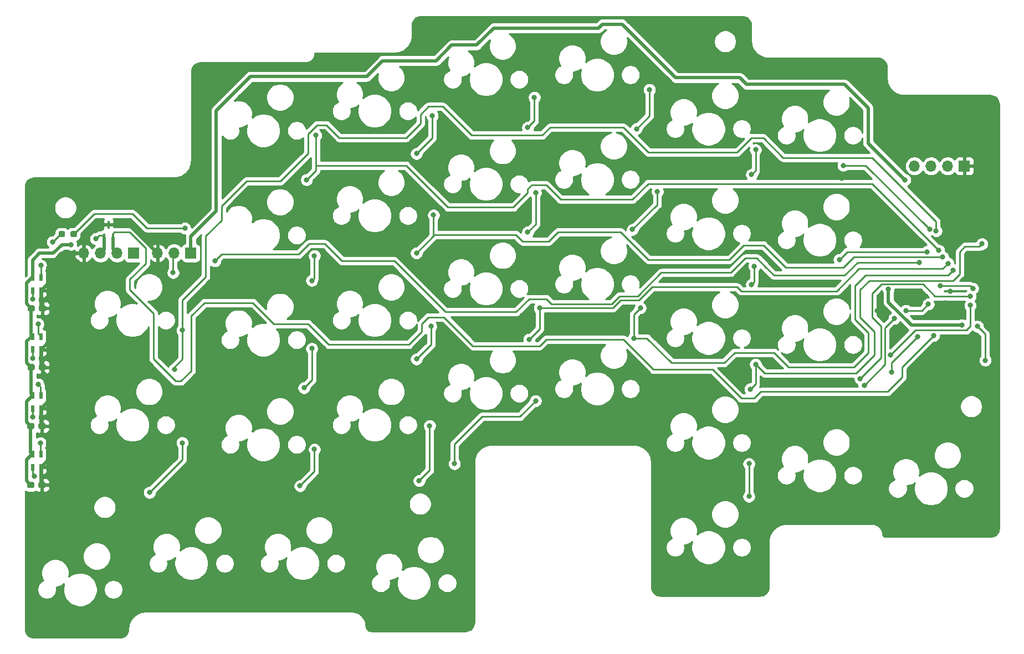
<source format=gbr>
G04 #@! TF.GenerationSoftware,KiCad,Pcbnew,5.1.7-a382d34a8~88~ubuntu18.04.1*
G04 #@! TF.CreationDate,2020-12-29T23:08:14-05:00*
G04 #@! TF.ProjectId,snowflake-right,736e6f77-666c-4616-9b65-2d7269676874,rev?*
G04 #@! TF.SameCoordinates,Original*
G04 #@! TF.FileFunction,Copper,L1,Top*
G04 #@! TF.FilePolarity,Positive*
%FSLAX46Y46*%
G04 Gerber Fmt 4.6, Leading zero omitted, Abs format (unit mm)*
G04 Created by KiCad (PCBNEW 5.1.7-a382d34a8~88~ubuntu18.04.1) date 2020-12-29 23:08:14*
%MOMM*%
%LPD*%
G01*
G04 APERTURE LIST*
G04 #@! TA.AperFunction,SMDPad,CuDef*
%ADD10R,0.355600X1.168400*%
G04 #@! TD*
G04 #@! TA.AperFunction,ComponentPad*
%ADD11O,1.700000X1.700000*%
G04 #@! TD*
G04 #@! TA.AperFunction,ComponentPad*
%ADD12R,1.700000X1.700000*%
G04 #@! TD*
G04 #@! TA.AperFunction,SMDPad,CuDef*
%ADD13R,0.600000X1.000000*%
G04 #@! TD*
G04 #@! TA.AperFunction,ViaPad*
%ADD14C,0.800000*%
G04 #@! TD*
G04 #@! TA.AperFunction,Conductor*
%ADD15C,0.500000*%
G04 #@! TD*
G04 #@! TA.AperFunction,Conductor*
%ADD16C,0.250000*%
G04 #@! TD*
G04 #@! TA.AperFunction,Conductor*
%ADD17C,0.254000*%
G04 #@! TD*
G04 #@! TA.AperFunction,Conductor*
%ADD18C,0.100000*%
G04 #@! TD*
G04 APERTURE END LIST*
D10*
X93139999Y-83764800D03*
X93789998Y-85695200D03*
X92490000Y-85695200D03*
G04 #@! TA.AperFunction,SMDPad,CuDef*
G36*
G01*
X87325000Y-85437500D02*
X87325000Y-84962500D01*
G75*
G02*
X87562500Y-84725000I237500J0D01*
G01*
X88062500Y-84725000D01*
G75*
G02*
X88300000Y-84962500I0J-237500D01*
G01*
X88300000Y-85437500D01*
G75*
G02*
X88062500Y-85675000I-237500J0D01*
G01*
X87562500Y-85675000D01*
G75*
G02*
X87325000Y-85437500I0J237500D01*
G01*
G37*
G04 #@! TD.AperFunction*
G04 #@! TA.AperFunction,SMDPad,CuDef*
G36*
G01*
X85500000Y-85437500D02*
X85500000Y-84962500D01*
G75*
G02*
X85737500Y-84725000I237500J0D01*
G01*
X86237500Y-84725000D01*
G75*
G02*
X86475000Y-84962500I0J-237500D01*
G01*
X86475000Y-85437500D01*
G75*
G02*
X86237500Y-85675000I-237500J0D01*
G01*
X85737500Y-85675000D01*
G75*
G02*
X85500000Y-85437500I0J237500D01*
G01*
G37*
G04 #@! TD.AperFunction*
D11*
X89370000Y-88130000D03*
X91910000Y-88130000D03*
X94450000Y-88130000D03*
D12*
X96990000Y-88130000D03*
D11*
X100620000Y-88100000D03*
X103160000Y-88100000D03*
D12*
X105700000Y-88100000D03*
D11*
X216280000Y-74800000D03*
X218820000Y-74800000D03*
X221360000Y-74800000D03*
D12*
X223900000Y-74800000D03*
D13*
X81525000Y-120850000D03*
X82825000Y-120850000D03*
X81525000Y-118850000D03*
X82825000Y-118850000D03*
X81525000Y-111850000D03*
X82825000Y-111850000D03*
X81525000Y-109850000D03*
X82825000Y-109850000D03*
X81525000Y-102850000D03*
X82825000Y-102850000D03*
X81525000Y-100850000D03*
X82825000Y-100850000D03*
X81525000Y-93850000D03*
X82825000Y-93850000D03*
X81525000Y-91850000D03*
X82825000Y-91850000D03*
G04 #@! TA.AperFunction,SMDPad,CuDef*
G36*
G01*
X82437500Y-123787500D02*
X82437500Y-123312500D01*
G75*
G02*
X82675000Y-123075000I237500J0D01*
G01*
X83275000Y-123075000D01*
G75*
G02*
X83512500Y-123312500I0J-237500D01*
G01*
X83512500Y-123787500D01*
G75*
G02*
X83275000Y-124025000I-237500J0D01*
G01*
X82675000Y-124025000D01*
G75*
G02*
X82437500Y-123787500I0J237500D01*
G01*
G37*
G04 #@! TD.AperFunction*
G04 #@! TA.AperFunction,SMDPad,CuDef*
G36*
G01*
X80712500Y-123787500D02*
X80712500Y-123312500D01*
G75*
G02*
X80950000Y-123075000I237500J0D01*
G01*
X81550000Y-123075000D01*
G75*
G02*
X81787500Y-123312500I0J-237500D01*
G01*
X81787500Y-123787500D01*
G75*
G02*
X81550000Y-124025000I-237500J0D01*
G01*
X80950000Y-124025000D01*
G75*
G02*
X80712500Y-123787500I0J237500D01*
G01*
G37*
G04 #@! TD.AperFunction*
G04 #@! TA.AperFunction,SMDPad,CuDef*
G36*
G01*
X82437500Y-114787500D02*
X82437500Y-114312500D01*
G75*
G02*
X82675000Y-114075000I237500J0D01*
G01*
X83275000Y-114075000D01*
G75*
G02*
X83512500Y-114312500I0J-237500D01*
G01*
X83512500Y-114787500D01*
G75*
G02*
X83275000Y-115025000I-237500J0D01*
G01*
X82675000Y-115025000D01*
G75*
G02*
X82437500Y-114787500I0J237500D01*
G01*
G37*
G04 #@! TD.AperFunction*
G04 #@! TA.AperFunction,SMDPad,CuDef*
G36*
G01*
X80712500Y-114787500D02*
X80712500Y-114312500D01*
G75*
G02*
X80950000Y-114075000I237500J0D01*
G01*
X81550000Y-114075000D01*
G75*
G02*
X81787500Y-114312500I0J-237500D01*
G01*
X81787500Y-114787500D01*
G75*
G02*
X81550000Y-115025000I-237500J0D01*
G01*
X80950000Y-115025000D01*
G75*
G02*
X80712500Y-114787500I0J237500D01*
G01*
G37*
G04 #@! TD.AperFunction*
G04 #@! TA.AperFunction,SMDPad,CuDef*
G36*
G01*
X82500000Y-105787500D02*
X82500000Y-105312500D01*
G75*
G02*
X82737500Y-105075000I237500J0D01*
G01*
X83337500Y-105075000D01*
G75*
G02*
X83575000Y-105312500I0J-237500D01*
G01*
X83575000Y-105787500D01*
G75*
G02*
X83337500Y-106025000I-237500J0D01*
G01*
X82737500Y-106025000D01*
G75*
G02*
X82500000Y-105787500I0J237500D01*
G01*
G37*
G04 #@! TD.AperFunction*
G04 #@! TA.AperFunction,SMDPad,CuDef*
G36*
G01*
X80775000Y-105787500D02*
X80775000Y-105312500D01*
G75*
G02*
X81012500Y-105075000I237500J0D01*
G01*
X81612500Y-105075000D01*
G75*
G02*
X81850000Y-105312500I0J-237500D01*
G01*
X81850000Y-105787500D01*
G75*
G02*
X81612500Y-106025000I-237500J0D01*
G01*
X81012500Y-106025000D01*
G75*
G02*
X80775000Y-105787500I0J237500D01*
G01*
G37*
G04 #@! TD.AperFunction*
G04 #@! TA.AperFunction,SMDPad,CuDef*
G36*
G01*
X82500000Y-96787500D02*
X82500000Y-96312500D01*
G75*
G02*
X82737500Y-96075000I237500J0D01*
G01*
X83337500Y-96075000D01*
G75*
G02*
X83575000Y-96312500I0J-237500D01*
G01*
X83575000Y-96787500D01*
G75*
G02*
X83337500Y-97025000I-237500J0D01*
G01*
X82737500Y-97025000D01*
G75*
G02*
X82500000Y-96787500I0J237500D01*
G01*
G37*
G04 #@! TD.AperFunction*
G04 #@! TA.AperFunction,SMDPad,CuDef*
G36*
G01*
X80775000Y-96787500D02*
X80775000Y-96312500D01*
G75*
G02*
X81012500Y-96075000I237500J0D01*
G01*
X81612500Y-96075000D01*
G75*
G02*
X81850000Y-96312500I0J-237500D01*
G01*
X81850000Y-96787500D01*
G75*
G02*
X81612500Y-97025000I-237500J0D01*
G01*
X81012500Y-97025000D01*
G75*
G02*
X80775000Y-96787500I0J237500D01*
G01*
G37*
G04 #@! TD.AperFunction*
D14*
X222500000Y-83300000D03*
X110800000Y-92900000D03*
X115800000Y-92900000D03*
X154000000Y-100500000D03*
X150000000Y-87900000D03*
X182200000Y-95100000D03*
X196000000Y-107900000D03*
X189200000Y-107100000D03*
X200600000Y-80100000D03*
X200400000Y-64100000D03*
X188200000Y-92100000D03*
X197200000Y-92700000D03*
X169600000Y-99700000D03*
X179400000Y-75100000D03*
X174200000Y-81100000D03*
X213550000Y-100350000D03*
X210600000Y-96900000D03*
X221000000Y-95700000D03*
X221800000Y-93900000D03*
X218000000Y-94700000D03*
X205200000Y-76700000D03*
X206600000Y-112300000D03*
X196000000Y-113100000D03*
X155600000Y-114700000D03*
X158000000Y-116700000D03*
X146800000Y-123700000D03*
X171000000Y-114700000D03*
X87400000Y-86800000D03*
X223500000Y-99100000D03*
X214800000Y-76900000D03*
X212300000Y-93600000D03*
X216800000Y-100900000D03*
X212800000Y-106300000D03*
X218600000Y-84500000D03*
X205400000Y-74700000D03*
X225200000Y-93500000D03*
X220200000Y-93100000D03*
X218200000Y-87900000D03*
X204800000Y-89100000D03*
X224800000Y-94700000D03*
X208000000Y-107300000D03*
X218400000Y-95900000D03*
X213200000Y-98100000D03*
X215000000Y-96900000D03*
X208600000Y-108300000D03*
X81575000Y-95150000D03*
X82375000Y-98950000D03*
X82800000Y-90000000D03*
X81575000Y-104150000D03*
X82375000Y-108150000D03*
X81575000Y-113150000D03*
X82775000Y-117150000D03*
X91200000Y-85900000D03*
X219200000Y-100700000D03*
X224800000Y-96100000D03*
X212600000Y-103700000D03*
X192000000Y-72300000D03*
X191400000Y-76100000D03*
X191400000Y-92900000D03*
X192000000Y-105100000D03*
X191200000Y-108900000D03*
X191000000Y-125300000D03*
X226600000Y-86700000D03*
X191000000Y-120300000D03*
X191800000Y-90100000D03*
X175800000Y-63100000D03*
X173800000Y-69100000D03*
X177000000Y-78700000D03*
X173200000Y-84500000D03*
X174400000Y-96500000D03*
X173400000Y-101100000D03*
X222200000Y-90700000D03*
X158200000Y-64300000D03*
X157200000Y-68900000D03*
X158400000Y-78900000D03*
X157200000Y-84900000D03*
X159000000Y-96500000D03*
X157400000Y-101300000D03*
X158400000Y-110700000D03*
X146000000Y-120300000D03*
X221400000Y-89700000D03*
X142600000Y-67100000D03*
X140200000Y-72900000D03*
X142800000Y-82300000D03*
X140200000Y-88100000D03*
X142400000Y-99300000D03*
X140200000Y-104300000D03*
X142200000Y-114500000D03*
X140600000Y-122900000D03*
X220600000Y-88700000D03*
X124800000Y-70100000D03*
X123400000Y-76900000D03*
X124200000Y-92300000D03*
X124200000Y-102700000D03*
X123000000Y-108700000D03*
X124600000Y-118100000D03*
X122400000Y-123700000D03*
X220000000Y-87700000D03*
X124600000Y-88500000D03*
X104400000Y-99900000D03*
X103200000Y-105900000D03*
X104400000Y-117100000D03*
X99400000Y-124700000D03*
X219600000Y-84700000D03*
X227100000Y-104500000D03*
X225900000Y-99300000D03*
X217000000Y-89500000D03*
X109400000Y-89300000D03*
X104800000Y-84300000D03*
X103000000Y-91100000D03*
X81800000Y-122200000D03*
X84600000Y-86400000D03*
D15*
X82825000Y-96337500D02*
X83037500Y-96550000D01*
X82825000Y-93850000D02*
X82825000Y-96337500D01*
X83037500Y-96550000D02*
X83037500Y-97587500D01*
X83037500Y-97587500D02*
X83800000Y-98350000D01*
X83800000Y-101875000D02*
X82825000Y-102850000D01*
X83800000Y-98350000D02*
X83800000Y-101875000D01*
X82825000Y-105337500D02*
X83037500Y-105550000D01*
X82825000Y-102850000D02*
X82825000Y-105337500D01*
X83037500Y-105550000D02*
X83037500Y-106187500D01*
X83037500Y-106187500D02*
X83800000Y-106950000D01*
X83800000Y-110875000D02*
X82825000Y-111850000D01*
X83800000Y-106950000D02*
X83800000Y-110875000D01*
X82825000Y-114400000D02*
X82975000Y-114550000D01*
X82825000Y-111850000D02*
X82825000Y-114400000D01*
X82975000Y-114550000D02*
X82975000Y-114925000D01*
X82975000Y-114550000D02*
X82975000Y-115625000D01*
X82975000Y-115625000D02*
X83800000Y-116450000D01*
X83800000Y-119875000D02*
X82825000Y-120850000D01*
X83800000Y-116450000D02*
X83800000Y-119875000D01*
X82825000Y-123400000D02*
X82975000Y-123550000D01*
X82825000Y-120850000D02*
X82825000Y-123400000D01*
X83824990Y-92850010D02*
X82825000Y-93850000D01*
X83824990Y-90274990D02*
X83824990Y-92850010D01*
X223920000Y-74820000D02*
X223900000Y-74800000D01*
X222500000Y-83300000D02*
X223920000Y-81880000D01*
X223920000Y-81880000D02*
X223920000Y-74820000D01*
X85969980Y-88130000D02*
X83824990Y-90274990D01*
X89370000Y-88130000D02*
X85969980Y-88130000D01*
X89370000Y-88130000D02*
X89370000Y-86230000D01*
X91835200Y-83764800D02*
X93139999Y-83764800D01*
X89370000Y-86230000D02*
X91835200Y-83764800D01*
X96284800Y-83764800D02*
X100620000Y-88100000D01*
X93139999Y-83764800D02*
X96284800Y-83764800D01*
X81312500Y-100637500D02*
X81525000Y-100850000D01*
X81312500Y-96550000D02*
X81312500Y-100637500D01*
X81525000Y-100850000D02*
X81350000Y-100850000D01*
X81350000Y-100850000D02*
X80600000Y-101600000D01*
X80600000Y-104837500D02*
X81312500Y-105550000D01*
X80600000Y-101600000D02*
X80600000Y-104837500D01*
X81525000Y-91850000D02*
X81450000Y-91850000D01*
X81450000Y-91850000D02*
X80600000Y-92700000D01*
X80600000Y-95837500D02*
X81312500Y-96550000D01*
X80600000Y-92700000D02*
X80600000Y-95837500D01*
X81312500Y-109637500D02*
X81525000Y-109850000D01*
X81312500Y-105550000D02*
X81312500Y-109637500D01*
X81525000Y-109850000D02*
X81525000Y-109875000D01*
X81525000Y-109875000D02*
X80600000Y-110800000D01*
X80600000Y-113900000D02*
X81250000Y-114550000D01*
X80600000Y-110800000D02*
X80600000Y-113900000D01*
X81250000Y-118575000D02*
X81525000Y-118850000D01*
X81250000Y-114550000D02*
X81250000Y-118575000D01*
X81525000Y-118850000D02*
X81450000Y-118850000D01*
X81450000Y-118850000D02*
X80600000Y-119700000D01*
X80600000Y-122900000D02*
X81250000Y-123550000D01*
X80600000Y-119700000D02*
X80600000Y-122900000D01*
X87400000Y-86800000D02*
X86000000Y-86800000D01*
X86000000Y-86800000D02*
X84700000Y-88100000D01*
X84700000Y-88100000D02*
X82600000Y-88100000D01*
X81525000Y-89175000D02*
X81525000Y-91850000D01*
X82600000Y-88100000D02*
X81525000Y-89175000D01*
X105700000Y-88100000D02*
X105700000Y-85600000D01*
X105700000Y-85600000D02*
X109600000Y-81700000D01*
X109600000Y-81700000D02*
X109600000Y-66300000D01*
X109600000Y-66300000D02*
X114800000Y-61100000D01*
X114800000Y-61100000D02*
X132600000Y-61100000D01*
X132600000Y-61100000D02*
X135000000Y-58700000D01*
X135000000Y-58700000D02*
X143200000Y-58700000D01*
X143200000Y-58700000D02*
X145600000Y-56300000D01*
X145600000Y-56300000D02*
X149400000Y-56300000D01*
X149400000Y-56300000D02*
X152000000Y-53700000D01*
X152000000Y-53700000D02*
X168000000Y-53700000D01*
X168000000Y-53700000D02*
X168600000Y-53100000D01*
X168600000Y-53100000D02*
X171600000Y-53100000D01*
X171600000Y-53100000D02*
X179800000Y-61300000D01*
X179800000Y-61300000D02*
X189600000Y-61300000D01*
X189600000Y-61300000D02*
X190600000Y-62300000D01*
X190600000Y-62300000D02*
X205600000Y-62300000D01*
X205600000Y-62300000D02*
X209200000Y-65900000D01*
X209200000Y-65900000D02*
X209200000Y-71300000D01*
X209200000Y-71300000D02*
X214800000Y-76900000D01*
X212300000Y-95600000D02*
X212300000Y-93600000D01*
X215800000Y-99100000D02*
X212300000Y-95600000D01*
X223500000Y-99100000D02*
X215800000Y-99100000D01*
D16*
X216800000Y-100900000D02*
X212800000Y-104900000D01*
X212800000Y-104900000D02*
X212800000Y-106300000D01*
X218600000Y-84500000D02*
X208800000Y-74700000D01*
X208800000Y-74700000D02*
X205400000Y-74700000D01*
X225200000Y-93500000D02*
X224800000Y-93100000D01*
X224800000Y-93100000D02*
X220200000Y-93100000D01*
X218200000Y-87900000D02*
X206000000Y-87900000D01*
X206000000Y-87900000D02*
X204800000Y-89100000D01*
X224800000Y-94700000D02*
X219400000Y-94700000D01*
X217574999Y-92874999D02*
X211225001Y-92874999D01*
X219400000Y-94700000D02*
X217574999Y-92874999D01*
X211225001Y-92874999D02*
X209800000Y-94300000D01*
X209800000Y-94300000D02*
X209800000Y-97900000D01*
X209800000Y-97900000D02*
X211200000Y-99300000D01*
X211200000Y-99300000D02*
X211200000Y-104100000D01*
X211200000Y-104100000D02*
X208000000Y-107300000D01*
X211800000Y-105100000D02*
X208600000Y-108300000D01*
X211800000Y-99500000D02*
X211800000Y-105100000D01*
X213200000Y-98100000D02*
X211800000Y-99500000D01*
X217400000Y-96900000D02*
X215000000Y-96900000D01*
X218400000Y-95900000D02*
X217400000Y-96900000D01*
X81525000Y-95100000D02*
X81575000Y-95150000D01*
X81525000Y-93850000D02*
X81525000Y-95100000D01*
X82375000Y-100400000D02*
X82825000Y-100850000D01*
X82375000Y-98950000D02*
X82375000Y-100400000D01*
X82800000Y-91825000D02*
X82825000Y-91850000D01*
X82800000Y-90000000D02*
X82800000Y-91825000D01*
X81525000Y-104100000D02*
X81575000Y-104150000D01*
X81525000Y-102850000D02*
X81525000Y-104100000D01*
X82375000Y-108150000D02*
X82775000Y-108550000D01*
X82775000Y-109800000D02*
X82825000Y-109850000D01*
X82775000Y-108550000D02*
X82775000Y-109800000D01*
X81525000Y-113100000D02*
X81575000Y-113150000D01*
X81525000Y-111850000D02*
X81525000Y-113100000D01*
X82775000Y-118800000D02*
X82825000Y-118850000D01*
X82775000Y-117150000D02*
X82775000Y-118800000D01*
D15*
X92490000Y-87550000D02*
X91910000Y-88130000D01*
X92490000Y-85695200D02*
X92490000Y-87550000D01*
D16*
X91200000Y-85900000D02*
X91700000Y-85400000D01*
X92194800Y-85400000D02*
X92490000Y-85695200D01*
X91700000Y-85400000D02*
X92194800Y-85400000D01*
D15*
X93789998Y-85695200D02*
X93789998Y-87469998D01*
X93789998Y-87469998D02*
X94450000Y-88130000D01*
D16*
X96400000Y-92100000D02*
X98800000Y-89700000D01*
X96400000Y-93700000D02*
X96400000Y-92100000D01*
X100000000Y-97300000D02*
X96400000Y-93700000D01*
X100000000Y-104300000D02*
X100000000Y-97300000D01*
X103400000Y-107700000D02*
X100000000Y-104300000D01*
X104200000Y-107700000D02*
X103400000Y-107700000D01*
X105800000Y-106100000D02*
X104200000Y-107700000D01*
X105800000Y-97700000D02*
X105800000Y-106100000D01*
X107800000Y-95700000D02*
X105800000Y-97700000D01*
X115200000Y-95700000D02*
X107800000Y-95700000D01*
X93789998Y-85110002D02*
X93789998Y-85695200D01*
X118400000Y-98900000D02*
X115200000Y-95700000D01*
X94000000Y-84900000D02*
X93789998Y-85110002D01*
X123600000Y-98900000D02*
X118400000Y-98900000D01*
X96400000Y-84900000D02*
X94000000Y-84900000D01*
X126800000Y-102100000D02*
X123600000Y-98900000D01*
X98800000Y-87300000D02*
X96400000Y-84900000D01*
X139000000Y-102100000D02*
X126800000Y-102100000D01*
X191800000Y-110300000D02*
X189800000Y-110300000D01*
X212200000Y-109300000D02*
X192800000Y-109300000D01*
X98800000Y-89700000D02*
X98800000Y-87300000D01*
X141000000Y-100100000D02*
X139000000Y-102100000D01*
X214400000Y-107100000D02*
X212200000Y-109300000D01*
X171800000Y-101300000D02*
X160000000Y-101300000D01*
X141000000Y-98900000D02*
X141000000Y-100100000D01*
X189800000Y-110300000D02*
X185400000Y-105900000D01*
X185400000Y-105900000D02*
X176400000Y-105900000D01*
X214400000Y-105500000D02*
X214400000Y-107100000D01*
X176400000Y-105900000D02*
X171800000Y-101300000D01*
X160000000Y-101300000D02*
X159000000Y-102300000D01*
X192800000Y-109300000D02*
X191800000Y-110300000D01*
X219200000Y-100700000D02*
X214400000Y-105500000D01*
X159000000Y-102300000D02*
X148800000Y-102300000D01*
X148800000Y-102300000D02*
X144400000Y-97900000D01*
X144400000Y-97900000D02*
X142000000Y-97900000D01*
X142000000Y-97900000D02*
X141000000Y-98900000D01*
X224800000Y-96100000D02*
X224800000Y-99300000D01*
X224800000Y-99300000D02*
X224200000Y-99900000D01*
X216400000Y-99900000D02*
X212600000Y-103700000D01*
X224200000Y-99900000D02*
X216400000Y-99900000D01*
X192000000Y-72300000D02*
X192000000Y-75500000D01*
X192000000Y-75500000D02*
X191400000Y-76100000D01*
X191800000Y-92500000D02*
X191400000Y-92900000D01*
X192000000Y-105100000D02*
X192000000Y-108100000D01*
X192000000Y-108100000D02*
X191200000Y-108900000D01*
X191000000Y-120300000D02*
X191000000Y-125300000D01*
X210200000Y-100100000D02*
X210200000Y-103700000D01*
X207400000Y-106500000D02*
X193400000Y-106500000D01*
X208000000Y-97900000D02*
X210200000Y-100100000D01*
X210200000Y-103700000D02*
X207400000Y-106500000D01*
X208000000Y-93700000D02*
X208000000Y-97900000D01*
X209400000Y-92300000D02*
X208000000Y-93700000D01*
X193400000Y-106500000D02*
X192000000Y-105100000D01*
X226200000Y-87100000D02*
X224000000Y-87100000D01*
X223200000Y-87900000D02*
X223200000Y-91300000D01*
X226600000Y-86700000D02*
X226200000Y-87100000D01*
X222200000Y-92300000D02*
X209400000Y-92300000D01*
X224000000Y-87100000D02*
X223200000Y-87900000D01*
X223200000Y-91300000D02*
X222200000Y-92300000D01*
X191800000Y-90100000D02*
X191800000Y-92500000D01*
X175800000Y-63100000D02*
X175800000Y-67100000D01*
X175800000Y-67100000D02*
X173800000Y-69100000D01*
X177000000Y-78700000D02*
X177000000Y-80700000D01*
X177000000Y-80700000D02*
X173200000Y-84500000D01*
X174400000Y-96500000D02*
X173400000Y-97500000D01*
X173400000Y-97500000D02*
X173400000Y-101100000D01*
X222200000Y-90700000D02*
X221400000Y-91500000D01*
X221400000Y-91500000D02*
X208800000Y-91500000D01*
X208800000Y-91500000D02*
X207200000Y-93100000D01*
X207200000Y-93100000D02*
X207200000Y-98300000D01*
X207200000Y-98300000D02*
X209200000Y-100300000D01*
X209200000Y-100300000D02*
X209200000Y-103300000D01*
X209200000Y-103300000D02*
X207000000Y-105500000D01*
X207000000Y-105500000D02*
X197000000Y-105500000D01*
X197000000Y-105500000D02*
X194800000Y-103300000D01*
X194800000Y-103300000D02*
X188800000Y-103300000D01*
X188800000Y-103300000D02*
X187200000Y-104900000D01*
X187200000Y-104900000D02*
X179200000Y-104900000D01*
X179200000Y-104900000D02*
X175400000Y-101100000D01*
X175400000Y-101100000D02*
X173400000Y-101100000D01*
X158200000Y-64300000D02*
X158200000Y-67900000D01*
X158200000Y-67900000D02*
X157200000Y-68900000D01*
X158400000Y-78900000D02*
X158400000Y-83700000D01*
X158400000Y-83700000D02*
X157200000Y-84900000D01*
X159000000Y-96500000D02*
X159000000Y-99700000D01*
X159000000Y-99700000D02*
X157400000Y-101300000D01*
X158400000Y-110700000D02*
X156000000Y-113100000D01*
X156000000Y-113100000D02*
X150200000Y-113100000D01*
X150200000Y-113100000D02*
X146000000Y-117300000D01*
X146000000Y-117300000D02*
X146000000Y-120300000D01*
X221400000Y-89700000D02*
X220600000Y-90500000D01*
X220600000Y-90500000D02*
X207800000Y-90500000D01*
X207800000Y-90500000D02*
X204400000Y-93900000D01*
X204400000Y-93900000D02*
X189800000Y-93900000D01*
X189800000Y-93900000D02*
X189200000Y-93300000D01*
X189200000Y-93300000D02*
X176200000Y-93300000D01*
X176200000Y-93300000D02*
X174200000Y-95300000D01*
X174200000Y-95300000D02*
X171400000Y-95300000D01*
X170200000Y-96500000D02*
X159000000Y-96500000D01*
X171400000Y-95300000D02*
X170200000Y-96500000D01*
X142600000Y-67100000D02*
X142600000Y-70500000D01*
X142600000Y-70500000D02*
X140200000Y-72900000D01*
X142800000Y-82300000D02*
X142800000Y-85500000D01*
X142800000Y-85500000D02*
X140200000Y-88100000D01*
X142400000Y-99300000D02*
X142400000Y-102100000D01*
X142400000Y-102100000D02*
X140200000Y-104300000D01*
X142200000Y-114500000D02*
X142200000Y-121300000D01*
X142200000Y-121300000D02*
X140600000Y-122900000D01*
X155400000Y-85300000D02*
X143000000Y-85300000D01*
X160400000Y-86300000D02*
X156400000Y-86300000D01*
X143000000Y-85300000D02*
X142800000Y-85500000D01*
X161800000Y-84900000D02*
X160400000Y-86300000D01*
X175600000Y-89100000D02*
X171400000Y-84900000D01*
X171400000Y-84900000D02*
X161800000Y-84900000D01*
X188000000Y-89100000D02*
X175600000Y-89100000D01*
X220600000Y-88700000D02*
X207000000Y-88700000D01*
X156400000Y-86300000D02*
X155400000Y-85300000D01*
X205400000Y-90300000D02*
X196600000Y-90300000D01*
X196600000Y-90300000D02*
X193200000Y-86900000D01*
X207000000Y-88700000D02*
X205400000Y-90300000D01*
X193200000Y-86900000D02*
X190200000Y-86900000D01*
X190200000Y-86900000D02*
X188000000Y-89100000D01*
X124800000Y-75500000D02*
X123400000Y-76900000D01*
X124600000Y-91900000D02*
X124200000Y-92300000D01*
X124200000Y-102700000D02*
X124200000Y-107500000D01*
X124200000Y-107500000D02*
X123000000Y-108700000D01*
X124600000Y-118100000D02*
X124600000Y-121500000D01*
X124600000Y-121500000D02*
X122400000Y-123700000D01*
X138600000Y-74700000D02*
X124800000Y-74700000D01*
X155000000Y-81100000D02*
X145000000Y-81100000D01*
X157200000Y-78900000D02*
X155000000Y-81100000D01*
X157800000Y-77700000D02*
X157200000Y-78300000D01*
X160000000Y-77700000D02*
X157800000Y-77700000D01*
X162200000Y-79900000D02*
X160000000Y-77700000D01*
X124800000Y-74700000D02*
X124800000Y-75500000D01*
X157200000Y-78300000D02*
X157200000Y-78900000D01*
X124800000Y-70100000D02*
X124800000Y-74700000D01*
X220000000Y-87700000D02*
X209800000Y-77500000D01*
X173200000Y-79900000D02*
X162200000Y-79900000D01*
X145000000Y-81100000D02*
X138600000Y-74700000D01*
X209800000Y-77500000D02*
X175600000Y-77500000D01*
X175600000Y-77500000D02*
X173200000Y-79900000D01*
X124600000Y-88500000D02*
X124600000Y-91900000D01*
X104400000Y-99900000D02*
X104400000Y-104300000D01*
X104400000Y-104300000D02*
X103200000Y-105500000D01*
X103200000Y-105500000D02*
X103200000Y-105900000D01*
X104400000Y-117100000D02*
X104400000Y-119700000D01*
X104400000Y-119700000D02*
X99400000Y-124700000D01*
X219600000Y-84700000D02*
X219400000Y-84500000D01*
X104400000Y-95300000D02*
X104400000Y-99900000D01*
X108000000Y-91700000D02*
X104400000Y-95300000D01*
X110400000Y-80900000D02*
X110400000Y-83100000D01*
X119400000Y-77100000D02*
X114200000Y-77100000D01*
X108000000Y-85500000D02*
X108000000Y-91700000D01*
X123600000Y-72900000D02*
X119400000Y-77100000D01*
X110400000Y-83100000D02*
X108000000Y-85500000D01*
X123600000Y-69900000D02*
X123600000Y-72900000D01*
X125000000Y-68500000D02*
X123600000Y-69900000D01*
X128400000Y-70500000D02*
X126400000Y-68500000D01*
X138600000Y-70500000D02*
X128400000Y-70500000D01*
X126400000Y-68500000D02*
X125000000Y-68500000D01*
X193200000Y-70500000D02*
X191400000Y-70500000D01*
X144200000Y-65700000D02*
X142000000Y-65700000D01*
X209800000Y-73500000D02*
X196200000Y-73500000D01*
X219600000Y-83300000D02*
X209800000Y-73500000D01*
X196200000Y-73500000D02*
X193200000Y-70500000D01*
X191400000Y-70500000D02*
X189200000Y-72700000D01*
X171800000Y-68900000D02*
X160600000Y-68900000D01*
X219600000Y-84700000D02*
X219600000Y-83300000D01*
X189200000Y-72700000D02*
X175600000Y-72700000D01*
X114200000Y-77100000D02*
X110400000Y-80900000D01*
X175600000Y-72700000D02*
X171800000Y-68900000D01*
X159400000Y-70100000D02*
X148600000Y-70100000D01*
X160600000Y-68900000D02*
X159400000Y-70100000D01*
X148600000Y-70100000D02*
X144200000Y-65700000D01*
X140800000Y-66900000D02*
X140800000Y-68300000D01*
X142000000Y-65700000D02*
X140800000Y-66900000D01*
X140800000Y-68300000D02*
X138600000Y-70500000D01*
X227100000Y-104500000D02*
X227100000Y-100500000D01*
X227100000Y-100500000D02*
X225900000Y-99300000D01*
X217000000Y-89500000D02*
X207600000Y-89500000D01*
X207600000Y-89500000D02*
X205600000Y-91500000D01*
X205600000Y-91500000D02*
X194800000Y-91500000D01*
X194800000Y-91500000D02*
X193600000Y-90300000D01*
X193600000Y-90300000D02*
X192200000Y-88900000D01*
X192200000Y-88900000D02*
X190400000Y-88900000D01*
X190400000Y-88900000D02*
X188200000Y-91100000D01*
X188200000Y-91100000D02*
X177600000Y-91100000D01*
X177600000Y-91100000D02*
X174000000Y-94700000D01*
X174000000Y-94700000D02*
X171200000Y-94700000D01*
X171200000Y-94700000D02*
X170000000Y-95900000D01*
X170000000Y-95900000D02*
X160800000Y-95900000D01*
X160800000Y-95900000D02*
X160000000Y-95100000D01*
X160000000Y-95100000D02*
X157400000Y-95100000D01*
X157400000Y-95100000D02*
X155400000Y-97100000D01*
X155400000Y-97100000D02*
X144600000Y-97100000D01*
X144600000Y-97100000D02*
X136800000Y-89300000D01*
X136800000Y-89300000D02*
X130000000Y-89300000D01*
X130000000Y-89300000D02*
X128800000Y-89300000D01*
X128800000Y-89300000D02*
X126200000Y-86700000D01*
X126200000Y-86700000D02*
X123800000Y-86700000D01*
X123800000Y-86700000D02*
X122200000Y-88300000D01*
X122200000Y-88300000D02*
X112200000Y-88300000D01*
X112200000Y-88300000D02*
X110400000Y-88300000D01*
X110400000Y-88300000D02*
X109400000Y-89300000D01*
X104800000Y-84300000D02*
X99000000Y-84300000D01*
X99000000Y-84300000D02*
X96800000Y-82100000D01*
X90912500Y-82100000D02*
X87812500Y-85200000D01*
X96800000Y-82100000D02*
X90912500Y-82100000D01*
X103000000Y-88260000D02*
X103160000Y-88100000D01*
X103000000Y-91100000D02*
X103000000Y-88260000D01*
X81525000Y-120850000D02*
X81525000Y-121925000D01*
X81525000Y-121925000D02*
X81800000Y-122200000D01*
X85987500Y-85200000D02*
X85800000Y-85200000D01*
X85800000Y-85200000D02*
X84600000Y-86400000D01*
D17*
X190209659Y-51938625D02*
X190459429Y-52014035D01*
X190689792Y-52136522D01*
X190891980Y-52301422D01*
X191058286Y-52502450D01*
X191182378Y-52731954D01*
X191259531Y-52981195D01*
X191290000Y-53271089D01*
X191290001Y-55682419D01*
X191292852Y-55711364D01*
X191292765Y-55723781D01*
X191293665Y-55732952D01*
X191334466Y-56121145D01*
X191346487Y-56179708D01*
X191357702Y-56238501D01*
X191360366Y-56247323D01*
X191475790Y-56620198D01*
X191498975Y-56675353D01*
X191521379Y-56730806D01*
X191525706Y-56738943D01*
X191711357Y-57082298D01*
X191744780Y-57131849D01*
X191777562Y-57181946D01*
X191783387Y-57189087D01*
X192032194Y-57489841D01*
X192074629Y-57531981D01*
X192116492Y-57574730D01*
X192123592Y-57580604D01*
X192426077Y-57827305D01*
X192475904Y-57860409D01*
X192525259Y-57894204D01*
X192533365Y-57898587D01*
X192878007Y-58081837D01*
X192933311Y-58104631D01*
X192988295Y-58128198D01*
X192997098Y-58130923D01*
X193370770Y-58243741D01*
X193429458Y-58255361D01*
X193487961Y-58267797D01*
X193497126Y-58268760D01*
X193885595Y-58306850D01*
X193885598Y-58306850D01*
X193917581Y-58310000D01*
X210667721Y-58310000D01*
X210959659Y-58338625D01*
X211209429Y-58414035D01*
X211439792Y-58536522D01*
X211641980Y-58701422D01*
X211808286Y-58902450D01*
X211932378Y-59131954D01*
X212009531Y-59381195D01*
X212040000Y-59671089D01*
X212040001Y-61382419D01*
X212042852Y-61411364D01*
X212042765Y-61423781D01*
X212043665Y-61432952D01*
X212084466Y-61821145D01*
X212096487Y-61879708D01*
X212107702Y-61938501D01*
X212110366Y-61947323D01*
X212225790Y-62320198D01*
X212248975Y-62375353D01*
X212271379Y-62430806D01*
X212275706Y-62438943D01*
X212461357Y-62782298D01*
X212494780Y-62831849D01*
X212527562Y-62881946D01*
X212533387Y-62889087D01*
X212782194Y-63189841D01*
X212824629Y-63231981D01*
X212866492Y-63274730D01*
X212873592Y-63280604D01*
X213176077Y-63527305D01*
X213225904Y-63560409D01*
X213275259Y-63594204D01*
X213283365Y-63598587D01*
X213628007Y-63781837D01*
X213683311Y-63804631D01*
X213738295Y-63828198D01*
X213747098Y-63830923D01*
X214120770Y-63943741D01*
X214179458Y-63955361D01*
X214237961Y-63967797D01*
X214247126Y-63968760D01*
X214635595Y-64006850D01*
X214635598Y-64006850D01*
X214667581Y-64010000D01*
X227817721Y-64010000D01*
X228109659Y-64038625D01*
X228359429Y-64114035D01*
X228589792Y-64236522D01*
X228791980Y-64401422D01*
X228958286Y-64602450D01*
X229082378Y-64831954D01*
X229159531Y-65081195D01*
X229190000Y-65371088D01*
X229190001Y-130117711D01*
X229161375Y-130409660D01*
X229085965Y-130659429D01*
X228963477Y-130889794D01*
X228798579Y-131091979D01*
X228597546Y-131258288D01*
X228368046Y-131382378D01*
X228118805Y-131459531D01*
X227828911Y-131490000D01*
X211832279Y-131490000D01*
X211734576Y-131480420D01*
X211671643Y-131461420D01*
X211613594Y-131430554D01*
X211562657Y-131389011D01*
X211520752Y-131338356D01*
X211489485Y-131280529D01*
X211470044Y-131217728D01*
X211457176Y-131095292D01*
X211457260Y-131083199D01*
X211456360Y-131074028D01*
X211435959Y-130879931D01*
X211423931Y-130821334D01*
X211412723Y-130762577D01*
X211410059Y-130753755D01*
X211352347Y-130567317D01*
X211329162Y-130512162D01*
X211306758Y-130456709D01*
X211302432Y-130448573D01*
X211209607Y-130276896D01*
X211176139Y-130227278D01*
X211143400Y-130177247D01*
X211137576Y-130170106D01*
X211013172Y-130019728D01*
X210970737Y-129977589D01*
X210928874Y-129934839D01*
X210921773Y-129928966D01*
X210770531Y-129805616D01*
X210720738Y-129772534D01*
X210671349Y-129738716D01*
X210663243Y-129734333D01*
X210490921Y-129642708D01*
X210435606Y-129619909D01*
X210380634Y-129596348D01*
X210371831Y-129593623D01*
X210184995Y-129537214D01*
X210126307Y-129525594D01*
X210067804Y-129513158D01*
X210058639Y-129512195D01*
X209864405Y-129493150D01*
X209864402Y-129493150D01*
X209832419Y-129490000D01*
X196617581Y-129490000D01*
X196588627Y-129492852D01*
X196576219Y-129492765D01*
X196567047Y-129493665D01*
X196178855Y-129534466D01*
X196120299Y-129546486D01*
X196061498Y-129557702D01*
X196052677Y-129560366D01*
X195679802Y-129675790D01*
X195624647Y-129698975D01*
X195569194Y-129721379D01*
X195561062Y-129725704D01*
X195561057Y-129725706D01*
X195561053Y-129725709D01*
X195217702Y-129911357D01*
X195168101Y-129944813D01*
X195118054Y-129977563D01*
X195110913Y-129983387D01*
X194810158Y-130232194D01*
X194768019Y-130274629D01*
X194725269Y-130316492D01*
X194719396Y-130323593D01*
X194472695Y-130626077D01*
X194439598Y-130675893D01*
X194405795Y-130725259D01*
X194401413Y-130733365D01*
X194218163Y-131078007D01*
X194195368Y-131133313D01*
X194171802Y-131188296D01*
X194169077Y-131197099D01*
X194056259Y-131570770D01*
X194044639Y-131629458D01*
X194032203Y-131687961D01*
X194031240Y-131697126D01*
X193993155Y-132085547D01*
X193990000Y-132117582D01*
X193990001Y-139117711D01*
X193961375Y-139409660D01*
X193885965Y-139659429D01*
X193763477Y-139889794D01*
X193598579Y-140091979D01*
X193397546Y-140258288D01*
X193168046Y-140382378D01*
X192918805Y-140459531D01*
X192628911Y-140490000D01*
X177482279Y-140490000D01*
X177190340Y-140461375D01*
X176940571Y-140385965D01*
X176710206Y-140263477D01*
X176508021Y-140098579D01*
X176341712Y-139897546D01*
X176217622Y-139668046D01*
X176140469Y-139418805D01*
X176110000Y-139128911D01*
X176110000Y-132953652D01*
X178234100Y-132953652D01*
X178234100Y-133246348D01*
X178291202Y-133533421D01*
X178403212Y-133803838D01*
X178565826Y-134047206D01*
X178772794Y-134254174D01*
X179016162Y-134416788D01*
X179286579Y-134528798D01*
X179573652Y-134585900D01*
X179866348Y-134585900D01*
X180153421Y-134528798D01*
X180423838Y-134416788D01*
X180667206Y-134254174D01*
X180874174Y-134047206D01*
X181036788Y-133803838D01*
X181148798Y-133533421D01*
X181205900Y-133246348D01*
X181205900Y-132953652D01*
X181154451Y-132695000D01*
X181200279Y-132695000D01*
X181612756Y-132612953D01*
X182001302Y-132452012D01*
X182307708Y-132247279D01*
X182272127Y-132333178D01*
X182171100Y-132841076D01*
X182171100Y-133358924D01*
X182272127Y-133866822D01*
X182470299Y-134345251D01*
X182758000Y-134775826D01*
X183124174Y-135142000D01*
X183554749Y-135429701D01*
X184033178Y-135627873D01*
X184541076Y-135728900D01*
X185058924Y-135728900D01*
X185566822Y-135627873D01*
X186045251Y-135429701D01*
X186475826Y-135142000D01*
X186842000Y-134775826D01*
X187129701Y-134345251D01*
X187327873Y-133866822D01*
X187428900Y-133358924D01*
X187428900Y-132953652D01*
X188394100Y-132953652D01*
X188394100Y-133246348D01*
X188451202Y-133533421D01*
X188563212Y-133803838D01*
X188725826Y-134047206D01*
X188932794Y-134254174D01*
X189176162Y-134416788D01*
X189446579Y-134528798D01*
X189733652Y-134585900D01*
X190026348Y-134585900D01*
X190313421Y-134528798D01*
X190583838Y-134416788D01*
X190827206Y-134254174D01*
X191034174Y-134047206D01*
X191196788Y-133803838D01*
X191308798Y-133533421D01*
X191365900Y-133246348D01*
X191365900Y-132953652D01*
X191308798Y-132666579D01*
X191196788Y-132396162D01*
X191034174Y-132152794D01*
X190827206Y-131945826D01*
X190583838Y-131783212D01*
X190313421Y-131671202D01*
X190026348Y-131614100D01*
X189733652Y-131614100D01*
X189446579Y-131671202D01*
X189176162Y-131783212D01*
X188932794Y-131945826D01*
X188725826Y-132152794D01*
X188563212Y-132396162D01*
X188451202Y-132666579D01*
X188394100Y-132953652D01*
X187428900Y-132953652D01*
X187428900Y-132841076D01*
X187327873Y-132333178D01*
X187129701Y-131854749D01*
X186842000Y-131424174D01*
X186475826Y-131058000D01*
X186045251Y-130770299D01*
X185566822Y-130572127D01*
X185058924Y-130471100D01*
X184541076Y-130471100D01*
X184033178Y-130572127D01*
X183554749Y-130770299D01*
X183124174Y-131058000D01*
X183053763Y-131128411D01*
X183125000Y-130770279D01*
X183125000Y-130349721D01*
X183042953Y-129937244D01*
X182882012Y-129548698D01*
X182648363Y-129199017D01*
X182350983Y-128901637D01*
X182001302Y-128667988D01*
X181612756Y-128507047D01*
X181200279Y-128425000D01*
X180779721Y-128425000D01*
X180367244Y-128507047D01*
X179978698Y-128667988D01*
X179629017Y-128901637D01*
X179331637Y-129199017D01*
X179097988Y-129548698D01*
X178937047Y-129937244D01*
X178855000Y-130349721D01*
X178855000Y-130770279D01*
X178937047Y-131182756D01*
X179097988Y-131571302D01*
X179191150Y-131710730D01*
X179016162Y-131783212D01*
X178772794Y-131945826D01*
X178565826Y-132152794D01*
X178403212Y-132396162D01*
X178291202Y-132666579D01*
X178234100Y-132953652D01*
X176110000Y-132953652D01*
X176110000Y-127809721D01*
X185205000Y-127809721D01*
X185205000Y-128230279D01*
X185287047Y-128642756D01*
X185447988Y-129031302D01*
X185681637Y-129380983D01*
X185979017Y-129678363D01*
X186328698Y-129912012D01*
X186717244Y-130072953D01*
X187129721Y-130155000D01*
X187550279Y-130155000D01*
X187962756Y-130072953D01*
X188351302Y-129912012D01*
X188700983Y-129678363D01*
X188998363Y-129380983D01*
X189232012Y-129031302D01*
X189392953Y-128642756D01*
X189475000Y-128230279D01*
X189475000Y-127809721D01*
X189392953Y-127397244D01*
X189232012Y-127008698D01*
X188998363Y-126659017D01*
X188700983Y-126361637D01*
X188351302Y-126127988D01*
X187962756Y-125967047D01*
X187550279Y-125885000D01*
X187129721Y-125885000D01*
X186717244Y-125967047D01*
X186328698Y-126127988D01*
X185979017Y-126361637D01*
X185681637Y-126659017D01*
X185447988Y-127008698D01*
X185287047Y-127397244D01*
X185205000Y-127809721D01*
X176110000Y-127809721D01*
X176110000Y-120198061D01*
X189965000Y-120198061D01*
X189965000Y-120401939D01*
X190004774Y-120601898D01*
X190082795Y-120790256D01*
X190196063Y-120959774D01*
X190240000Y-121003711D01*
X190240001Y-124596288D01*
X190196063Y-124640226D01*
X190082795Y-124809744D01*
X190004774Y-124998102D01*
X189965000Y-125198061D01*
X189965000Y-125401939D01*
X190004774Y-125601898D01*
X190082795Y-125790256D01*
X190196063Y-125959774D01*
X190340226Y-126103937D01*
X190509744Y-126217205D01*
X190698102Y-126295226D01*
X190898061Y-126335000D01*
X191101939Y-126335000D01*
X191301898Y-126295226D01*
X191490256Y-126217205D01*
X191659774Y-126103937D01*
X191803937Y-125959774D01*
X191917205Y-125790256D01*
X191995226Y-125601898D01*
X192035000Y-125401939D01*
X192035000Y-125198061D01*
X191995226Y-124998102D01*
X191917205Y-124809744D01*
X191803937Y-124640226D01*
X191760000Y-124596289D01*
X191760000Y-121953652D01*
X195234100Y-121953652D01*
X195234100Y-122246348D01*
X195291202Y-122533421D01*
X195403212Y-122803838D01*
X195565826Y-123047206D01*
X195772794Y-123254174D01*
X196016162Y-123416788D01*
X196286579Y-123528798D01*
X196573652Y-123585900D01*
X196866348Y-123585900D01*
X197153421Y-123528798D01*
X197423838Y-123416788D01*
X197667206Y-123254174D01*
X197874174Y-123047206D01*
X198036788Y-122803838D01*
X198148798Y-122533421D01*
X198205900Y-122246348D01*
X198205900Y-121953652D01*
X198154451Y-121695000D01*
X198200279Y-121695000D01*
X198612756Y-121612953D01*
X199001302Y-121452012D01*
X199307708Y-121247279D01*
X199272127Y-121333178D01*
X199171100Y-121841076D01*
X199171100Y-122358924D01*
X199272127Y-122866822D01*
X199470299Y-123345251D01*
X199758000Y-123775826D01*
X200124174Y-124142000D01*
X200554749Y-124429701D01*
X201033178Y-124627873D01*
X201541076Y-124728900D01*
X202058924Y-124728900D01*
X202566822Y-124627873D01*
X203045251Y-124429701D01*
X203475826Y-124142000D01*
X203664174Y-123953652D01*
X212234100Y-123953652D01*
X212234100Y-124246348D01*
X212291202Y-124533421D01*
X212403212Y-124803838D01*
X212565826Y-125047206D01*
X212772794Y-125254174D01*
X213016162Y-125416788D01*
X213286579Y-125528798D01*
X213573652Y-125585900D01*
X213866348Y-125585900D01*
X214153421Y-125528798D01*
X214423838Y-125416788D01*
X214667206Y-125254174D01*
X214874174Y-125047206D01*
X215036788Y-124803838D01*
X215148798Y-124533421D01*
X215205900Y-124246348D01*
X215205900Y-123953652D01*
X215154451Y-123695000D01*
X215200279Y-123695000D01*
X215612756Y-123612953D01*
X216001302Y-123452012D01*
X216307708Y-123247279D01*
X216272127Y-123333178D01*
X216171100Y-123841076D01*
X216171100Y-124358924D01*
X216272127Y-124866822D01*
X216470299Y-125345251D01*
X216758000Y-125775826D01*
X217124174Y-126142000D01*
X217554749Y-126429701D01*
X218033178Y-126627873D01*
X218541076Y-126728900D01*
X219058924Y-126728900D01*
X219566822Y-126627873D01*
X220045251Y-126429701D01*
X220475826Y-126142000D01*
X220842000Y-125775826D01*
X221129701Y-125345251D01*
X221327873Y-124866822D01*
X221428900Y-124358924D01*
X221428900Y-123953652D01*
X222394100Y-123953652D01*
X222394100Y-124246348D01*
X222451202Y-124533421D01*
X222563212Y-124803838D01*
X222725826Y-125047206D01*
X222932794Y-125254174D01*
X223176162Y-125416788D01*
X223446579Y-125528798D01*
X223733652Y-125585900D01*
X224026348Y-125585900D01*
X224313421Y-125528798D01*
X224583838Y-125416788D01*
X224827206Y-125254174D01*
X225034174Y-125047206D01*
X225196788Y-124803838D01*
X225308798Y-124533421D01*
X225365900Y-124246348D01*
X225365900Y-123953652D01*
X225308798Y-123666579D01*
X225196788Y-123396162D01*
X225034174Y-123152794D01*
X224827206Y-122945826D01*
X224583838Y-122783212D01*
X224313421Y-122671202D01*
X224026348Y-122614100D01*
X223733652Y-122614100D01*
X223446579Y-122671202D01*
X223176162Y-122783212D01*
X222932794Y-122945826D01*
X222725826Y-123152794D01*
X222563212Y-123396162D01*
X222451202Y-123666579D01*
X222394100Y-123953652D01*
X221428900Y-123953652D01*
X221428900Y-123841076D01*
X221327873Y-123333178D01*
X221129701Y-122854749D01*
X220842000Y-122424174D01*
X220475826Y-122058000D01*
X220045251Y-121770299D01*
X219566822Y-121572127D01*
X219058924Y-121471100D01*
X218541076Y-121471100D01*
X218033178Y-121572127D01*
X217554749Y-121770299D01*
X217124174Y-122058000D01*
X217053763Y-122128411D01*
X217125000Y-121770279D01*
X217125000Y-121349721D01*
X217042953Y-120937244D01*
X216882012Y-120548698D01*
X216648363Y-120199017D01*
X216350983Y-119901637D01*
X216001302Y-119667988D01*
X215612756Y-119507047D01*
X215200279Y-119425000D01*
X214779721Y-119425000D01*
X214367244Y-119507047D01*
X213978698Y-119667988D01*
X213629017Y-119901637D01*
X213331637Y-120199017D01*
X213097988Y-120548698D01*
X212937047Y-120937244D01*
X212855000Y-121349721D01*
X212855000Y-121770279D01*
X212937047Y-122182756D01*
X213097988Y-122571302D01*
X213191150Y-122710730D01*
X213016162Y-122783212D01*
X212772794Y-122945826D01*
X212565826Y-123152794D01*
X212403212Y-123396162D01*
X212291202Y-123666579D01*
X212234100Y-123953652D01*
X203664174Y-123953652D01*
X203842000Y-123775826D01*
X204129701Y-123345251D01*
X204327873Y-122866822D01*
X204428900Y-122358924D01*
X204428900Y-121953652D01*
X205394100Y-121953652D01*
X205394100Y-122246348D01*
X205451202Y-122533421D01*
X205563212Y-122803838D01*
X205725826Y-123047206D01*
X205932794Y-123254174D01*
X206176162Y-123416788D01*
X206446579Y-123528798D01*
X206733652Y-123585900D01*
X207026348Y-123585900D01*
X207313421Y-123528798D01*
X207583838Y-123416788D01*
X207827206Y-123254174D01*
X208034174Y-123047206D01*
X208196788Y-122803838D01*
X208308798Y-122533421D01*
X208365900Y-122246348D01*
X208365900Y-121953652D01*
X208308798Y-121666579D01*
X208196788Y-121396162D01*
X208034174Y-121152794D01*
X207827206Y-120945826D01*
X207583838Y-120783212D01*
X207313421Y-120671202D01*
X207026348Y-120614100D01*
X206733652Y-120614100D01*
X206446579Y-120671202D01*
X206176162Y-120783212D01*
X205932794Y-120945826D01*
X205725826Y-121152794D01*
X205563212Y-121396162D01*
X205451202Y-121666579D01*
X205394100Y-121953652D01*
X204428900Y-121953652D01*
X204428900Y-121841076D01*
X204327873Y-121333178D01*
X204129701Y-120854749D01*
X203842000Y-120424174D01*
X203475826Y-120058000D01*
X203045251Y-119770299D01*
X202566822Y-119572127D01*
X202058924Y-119471100D01*
X201541076Y-119471100D01*
X201033178Y-119572127D01*
X200554749Y-119770299D01*
X200124174Y-120058000D01*
X200053763Y-120128411D01*
X200125000Y-119770279D01*
X200125000Y-119349721D01*
X200042953Y-118937244D01*
X199882012Y-118548698D01*
X199648363Y-118199017D01*
X199350983Y-117901637D01*
X199001302Y-117667988D01*
X198612756Y-117507047D01*
X198200279Y-117425000D01*
X197779721Y-117425000D01*
X197367244Y-117507047D01*
X196978698Y-117667988D01*
X196629017Y-117901637D01*
X196331637Y-118199017D01*
X196097988Y-118548698D01*
X195937047Y-118937244D01*
X195855000Y-119349721D01*
X195855000Y-119770279D01*
X195937047Y-120182756D01*
X196097988Y-120571302D01*
X196191150Y-120710730D01*
X196016162Y-120783212D01*
X195772794Y-120945826D01*
X195565826Y-121152794D01*
X195403212Y-121396162D01*
X195291202Y-121666579D01*
X195234100Y-121953652D01*
X191760000Y-121953652D01*
X191760000Y-121003711D01*
X191803937Y-120959774D01*
X191917205Y-120790256D01*
X191995226Y-120601898D01*
X192035000Y-120401939D01*
X192035000Y-120198061D01*
X191995226Y-119998102D01*
X191917205Y-119809744D01*
X191803937Y-119640226D01*
X191659774Y-119496063D01*
X191490256Y-119382795D01*
X191301898Y-119304774D01*
X191101939Y-119265000D01*
X190898061Y-119265000D01*
X190698102Y-119304774D01*
X190509744Y-119382795D01*
X190340226Y-119496063D01*
X190196063Y-119640226D01*
X190082795Y-119809744D01*
X190004774Y-119998102D01*
X189965000Y-120198061D01*
X176110000Y-120198061D01*
X176110000Y-120017581D01*
X176107148Y-119988627D01*
X176107235Y-119976219D01*
X176106335Y-119967047D01*
X176065534Y-119578855D01*
X176053514Y-119520299D01*
X176042298Y-119461498D01*
X176039634Y-119452677D01*
X175924210Y-119079802D01*
X175901025Y-119024647D01*
X175878621Y-118969194D01*
X175874294Y-118961058D01*
X175874294Y-118961057D01*
X175874291Y-118961053D01*
X175688643Y-118617702D01*
X175655187Y-118568101D01*
X175622437Y-118518054D01*
X175616613Y-118510913D01*
X175367806Y-118210158D01*
X175325371Y-118168019D01*
X175283508Y-118125269D01*
X175276407Y-118119396D01*
X174973923Y-117872695D01*
X174924107Y-117839598D01*
X174874741Y-117805795D01*
X174866635Y-117801413D01*
X174521993Y-117618163D01*
X174466687Y-117595368D01*
X174411704Y-117571802D01*
X174402901Y-117569077D01*
X174029230Y-117456259D01*
X173970542Y-117444639D01*
X173912039Y-117432203D01*
X173902874Y-117431240D01*
X173514405Y-117393150D01*
X173514402Y-117393150D01*
X173482419Y-117390000D01*
X151617581Y-117390000D01*
X151588627Y-117392852D01*
X151576219Y-117392765D01*
X151567047Y-117393665D01*
X151178855Y-117434466D01*
X151120299Y-117446486D01*
X151061498Y-117457702D01*
X151052677Y-117460366D01*
X150679802Y-117575790D01*
X150624647Y-117598975D01*
X150569194Y-117621379D01*
X150561062Y-117625704D01*
X150561057Y-117625706D01*
X150561053Y-117625709D01*
X150217702Y-117811357D01*
X150168101Y-117844813D01*
X150118054Y-117877563D01*
X150110913Y-117883387D01*
X149810158Y-118132194D01*
X149768019Y-118174629D01*
X149725269Y-118216492D01*
X149719396Y-118223593D01*
X149472695Y-118526077D01*
X149439598Y-118575893D01*
X149405795Y-118625259D01*
X149401413Y-118633365D01*
X149218163Y-118978007D01*
X149195368Y-119033313D01*
X149171802Y-119088296D01*
X149169077Y-119097099D01*
X149056259Y-119470770D01*
X149044639Y-119529458D01*
X149032203Y-119587961D01*
X149031240Y-119597126D01*
X148993150Y-119985595D01*
X148990000Y-120017582D01*
X148990001Y-144517711D01*
X148961375Y-144809660D01*
X148885965Y-145059429D01*
X148763477Y-145289794D01*
X148598579Y-145491979D01*
X148397546Y-145658288D01*
X148168046Y-145782378D01*
X147918805Y-145859531D01*
X147628911Y-145890000D01*
X133332277Y-145890000D01*
X133137460Y-145870898D01*
X132981105Y-145823692D01*
X132836904Y-145747018D01*
X132710336Y-145643792D01*
X132606232Y-145517951D01*
X132528553Y-145374289D01*
X132480258Y-145218271D01*
X132457118Y-144998110D01*
X132457247Y-144979712D01*
X132456348Y-144970541D01*
X132425748Y-144679395D01*
X132413710Y-144620753D01*
X132402510Y-144562037D01*
X132399847Y-144553216D01*
X132313279Y-144273560D01*
X132290101Y-144218422D01*
X132267689Y-144162950D01*
X132263362Y-144154814D01*
X132124123Y-143897298D01*
X132090701Y-143847749D01*
X132057920Y-143797653D01*
X132052095Y-143790512D01*
X131865490Y-143564945D01*
X131823054Y-143522804D01*
X131781191Y-143480055D01*
X131774091Y-143474181D01*
X131547227Y-143289155D01*
X131497408Y-143256055D01*
X131448045Y-143222256D01*
X131439939Y-143217873D01*
X131181458Y-143080436D01*
X131126164Y-143057645D01*
X131071171Y-143034075D01*
X131062368Y-143031350D01*
X130782114Y-142946736D01*
X130723429Y-142935116D01*
X130664921Y-142922680D01*
X130655758Y-142921717D01*
X130655756Y-142921717D01*
X130364404Y-142893150D01*
X130364402Y-142893150D01*
X130332419Y-142890000D01*
X98767581Y-142890000D01*
X98738627Y-142892852D01*
X98726219Y-142892765D01*
X98717047Y-142893665D01*
X98328855Y-142934466D01*
X98270299Y-142946486D01*
X98211498Y-142957702D01*
X98202677Y-142960366D01*
X97829802Y-143075790D01*
X97774647Y-143098975D01*
X97719194Y-143121379D01*
X97711062Y-143125704D01*
X97711057Y-143125706D01*
X97711053Y-143125709D01*
X97367702Y-143311357D01*
X97318101Y-143344813D01*
X97268054Y-143377563D01*
X97260913Y-143383387D01*
X96960158Y-143632194D01*
X96918019Y-143674629D01*
X96875269Y-143716492D01*
X96869396Y-143723593D01*
X96622695Y-144026077D01*
X96589598Y-144075893D01*
X96555795Y-144125259D01*
X96551413Y-144133365D01*
X96368163Y-144478007D01*
X96345368Y-144533313D01*
X96321802Y-144588296D01*
X96319077Y-144597099D01*
X96206259Y-144970770D01*
X96194639Y-145029458D01*
X96182203Y-145087961D01*
X96181240Y-145097126D01*
X96143150Y-145485595D01*
X96111375Y-145809660D01*
X96035965Y-146059429D01*
X95913477Y-146289794D01*
X95748579Y-146491979D01*
X95547546Y-146658288D01*
X95318046Y-146782378D01*
X95068805Y-146859531D01*
X94778911Y-146890000D01*
X81782279Y-146890000D01*
X81490340Y-146861375D01*
X81240571Y-146785965D01*
X81010206Y-146663477D01*
X80808021Y-146498579D01*
X80641712Y-146297546D01*
X80517622Y-146068046D01*
X80440469Y-145818805D01*
X80410000Y-145528911D01*
X80410000Y-139393652D01*
X82234100Y-139393652D01*
X82234100Y-139686348D01*
X82291202Y-139973421D01*
X82403212Y-140243838D01*
X82565826Y-140487206D01*
X82772794Y-140694174D01*
X83016162Y-140856788D01*
X83286579Y-140968798D01*
X83573652Y-141025900D01*
X83866348Y-141025900D01*
X84153421Y-140968798D01*
X84423838Y-140856788D01*
X84667206Y-140694174D01*
X84874174Y-140487206D01*
X85036788Y-140243838D01*
X85148798Y-139973421D01*
X85205900Y-139686348D01*
X85205900Y-139393652D01*
X85154451Y-139135000D01*
X85200279Y-139135000D01*
X85612756Y-139052953D01*
X86001302Y-138892012D01*
X86307708Y-138687279D01*
X86272127Y-138773178D01*
X86171100Y-139281076D01*
X86171100Y-139798924D01*
X86272127Y-140306822D01*
X86470299Y-140785251D01*
X86758000Y-141215826D01*
X87124174Y-141582000D01*
X87554749Y-141869701D01*
X88033178Y-142067873D01*
X88541076Y-142168900D01*
X89058924Y-142168900D01*
X89566822Y-142067873D01*
X90045251Y-141869701D01*
X90475826Y-141582000D01*
X90842000Y-141215826D01*
X91129701Y-140785251D01*
X91327873Y-140306822D01*
X91428900Y-139798924D01*
X91428900Y-139393652D01*
X92394100Y-139393652D01*
X92394100Y-139686348D01*
X92451202Y-139973421D01*
X92563212Y-140243838D01*
X92725826Y-140487206D01*
X92932794Y-140694174D01*
X93176162Y-140856788D01*
X93446579Y-140968798D01*
X93733652Y-141025900D01*
X94026348Y-141025900D01*
X94313421Y-140968798D01*
X94583838Y-140856788D01*
X94827206Y-140694174D01*
X95034174Y-140487206D01*
X95196788Y-140243838D01*
X95308798Y-139973421D01*
X95365900Y-139686348D01*
X95365900Y-139393652D01*
X95308798Y-139106579D01*
X95196788Y-138836162D01*
X95034174Y-138592794D01*
X94835032Y-138393652D01*
X133234100Y-138393652D01*
X133234100Y-138686348D01*
X133291202Y-138973421D01*
X133403212Y-139243838D01*
X133565826Y-139487206D01*
X133772794Y-139694174D01*
X134016162Y-139856788D01*
X134286579Y-139968798D01*
X134573652Y-140025900D01*
X134866348Y-140025900D01*
X135153421Y-139968798D01*
X135423838Y-139856788D01*
X135667206Y-139694174D01*
X135874174Y-139487206D01*
X136036788Y-139243838D01*
X136148798Y-138973421D01*
X136205900Y-138686348D01*
X136205900Y-138393652D01*
X136154451Y-138135000D01*
X136200279Y-138135000D01*
X136612756Y-138052953D01*
X137001302Y-137892012D01*
X137307708Y-137687279D01*
X137272127Y-137773178D01*
X137171100Y-138281076D01*
X137171100Y-138798924D01*
X137272127Y-139306822D01*
X137470299Y-139785251D01*
X137758000Y-140215826D01*
X138124174Y-140582000D01*
X138554749Y-140869701D01*
X139033178Y-141067873D01*
X139541076Y-141168900D01*
X140058924Y-141168900D01*
X140566822Y-141067873D01*
X141045251Y-140869701D01*
X141475826Y-140582000D01*
X141842000Y-140215826D01*
X142129701Y-139785251D01*
X142327873Y-139306822D01*
X142428900Y-138798924D01*
X142428900Y-138393652D01*
X143394100Y-138393652D01*
X143394100Y-138686348D01*
X143451202Y-138973421D01*
X143563212Y-139243838D01*
X143725826Y-139487206D01*
X143932794Y-139694174D01*
X144176162Y-139856788D01*
X144446579Y-139968798D01*
X144733652Y-140025900D01*
X145026348Y-140025900D01*
X145313421Y-139968798D01*
X145583838Y-139856788D01*
X145827206Y-139694174D01*
X146034174Y-139487206D01*
X146196788Y-139243838D01*
X146308798Y-138973421D01*
X146365900Y-138686348D01*
X146365900Y-138393652D01*
X146308798Y-138106579D01*
X146196788Y-137836162D01*
X146034174Y-137592794D01*
X145827206Y-137385826D01*
X145583838Y-137223212D01*
X145313421Y-137111202D01*
X145026348Y-137054100D01*
X144733652Y-137054100D01*
X144446579Y-137111202D01*
X144176162Y-137223212D01*
X143932794Y-137385826D01*
X143725826Y-137592794D01*
X143563212Y-137836162D01*
X143451202Y-138106579D01*
X143394100Y-138393652D01*
X142428900Y-138393652D01*
X142428900Y-138281076D01*
X142327873Y-137773178D01*
X142129701Y-137294749D01*
X141842000Y-136864174D01*
X141475826Y-136498000D01*
X141045251Y-136210299D01*
X140566822Y-136012127D01*
X140058924Y-135911100D01*
X139541076Y-135911100D01*
X139033178Y-136012127D01*
X138554749Y-136210299D01*
X138124174Y-136498000D01*
X138053763Y-136568411D01*
X138125000Y-136210279D01*
X138125000Y-135789721D01*
X138042953Y-135377244D01*
X137882012Y-134988698D01*
X137648363Y-134639017D01*
X137350983Y-134341637D01*
X137001302Y-134107988D01*
X136612756Y-133947047D01*
X136200279Y-133865000D01*
X135779721Y-133865000D01*
X135367244Y-133947047D01*
X134978698Y-134107988D01*
X134629017Y-134341637D01*
X134331637Y-134639017D01*
X134097988Y-134988698D01*
X133937047Y-135377244D01*
X133855000Y-135789721D01*
X133855000Y-136210279D01*
X133937047Y-136622756D01*
X134097988Y-137011302D01*
X134191150Y-137150730D01*
X134016162Y-137223212D01*
X133772794Y-137385826D01*
X133565826Y-137592794D01*
X133403212Y-137836162D01*
X133291202Y-138106579D01*
X133234100Y-138393652D01*
X94835032Y-138393652D01*
X94827206Y-138385826D01*
X94583838Y-138223212D01*
X94313421Y-138111202D01*
X94026348Y-138054100D01*
X93733652Y-138054100D01*
X93446579Y-138111202D01*
X93176162Y-138223212D01*
X92932794Y-138385826D01*
X92725826Y-138592794D01*
X92563212Y-138836162D01*
X92451202Y-139106579D01*
X92394100Y-139393652D01*
X91428900Y-139393652D01*
X91428900Y-139281076D01*
X91327873Y-138773178D01*
X91129701Y-138294749D01*
X90842000Y-137864174D01*
X90475826Y-137498000D01*
X90045251Y-137210299D01*
X89566822Y-137012127D01*
X89058924Y-136911100D01*
X88541076Y-136911100D01*
X88033178Y-137012127D01*
X87554749Y-137210299D01*
X87124174Y-137498000D01*
X87053763Y-137568411D01*
X87125000Y-137210279D01*
X87125000Y-136789721D01*
X87042953Y-136377244D01*
X86882012Y-135988698D01*
X86648363Y-135639017D01*
X86350983Y-135341637D01*
X86001302Y-135107988D01*
X85612756Y-134947047D01*
X85200279Y-134865000D01*
X84779721Y-134865000D01*
X84367244Y-134947047D01*
X83978698Y-135107988D01*
X83629017Y-135341637D01*
X83331637Y-135639017D01*
X83097988Y-135988698D01*
X82937047Y-136377244D01*
X82855000Y-136789721D01*
X82855000Y-137210279D01*
X82937047Y-137622756D01*
X83097988Y-138011302D01*
X83191150Y-138150730D01*
X83016162Y-138223212D01*
X82772794Y-138385826D01*
X82565826Y-138592794D01*
X82403212Y-138836162D01*
X82291202Y-139106579D01*
X82234100Y-139393652D01*
X80410000Y-139393652D01*
X80410000Y-134249721D01*
X89205000Y-134249721D01*
X89205000Y-134670279D01*
X89287047Y-135082756D01*
X89447988Y-135471302D01*
X89681637Y-135820983D01*
X89979017Y-136118363D01*
X90328698Y-136352012D01*
X90717244Y-136512953D01*
X91129721Y-136595000D01*
X91550279Y-136595000D01*
X91962756Y-136512953D01*
X92351302Y-136352012D01*
X92700983Y-136118363D01*
X92998363Y-135820983D01*
X93232012Y-135471302D01*
X93264175Y-135393652D01*
X99234100Y-135393652D01*
X99234100Y-135686348D01*
X99291202Y-135973421D01*
X99403212Y-136243838D01*
X99565826Y-136487206D01*
X99772794Y-136694174D01*
X100016162Y-136856788D01*
X100286579Y-136968798D01*
X100573652Y-137025900D01*
X100866348Y-137025900D01*
X101153421Y-136968798D01*
X101423838Y-136856788D01*
X101667206Y-136694174D01*
X101874174Y-136487206D01*
X102036788Y-136243838D01*
X102148798Y-135973421D01*
X102205900Y-135686348D01*
X102205900Y-135393652D01*
X102154451Y-135135000D01*
X102200279Y-135135000D01*
X102612756Y-135052953D01*
X103001302Y-134892012D01*
X103307708Y-134687279D01*
X103272127Y-134773178D01*
X103171100Y-135281076D01*
X103171100Y-135798924D01*
X103272127Y-136306822D01*
X103470299Y-136785251D01*
X103758000Y-137215826D01*
X104124174Y-137582000D01*
X104554749Y-137869701D01*
X105033178Y-138067873D01*
X105541076Y-138168900D01*
X106058924Y-138168900D01*
X106566822Y-138067873D01*
X107045251Y-137869701D01*
X107475826Y-137582000D01*
X107842000Y-137215826D01*
X108129701Y-136785251D01*
X108327873Y-136306822D01*
X108428900Y-135798924D01*
X108428900Y-135393652D01*
X109394100Y-135393652D01*
X109394100Y-135686348D01*
X109451202Y-135973421D01*
X109563212Y-136243838D01*
X109725826Y-136487206D01*
X109932794Y-136694174D01*
X110176162Y-136856788D01*
X110446579Y-136968798D01*
X110733652Y-137025900D01*
X111026348Y-137025900D01*
X111313421Y-136968798D01*
X111583838Y-136856788D01*
X111827206Y-136694174D01*
X112034174Y-136487206D01*
X112196788Y-136243838D01*
X112308798Y-135973421D01*
X112365900Y-135686348D01*
X112365900Y-135393652D01*
X116234100Y-135393652D01*
X116234100Y-135686348D01*
X116291202Y-135973421D01*
X116403212Y-136243838D01*
X116565826Y-136487206D01*
X116772794Y-136694174D01*
X117016162Y-136856788D01*
X117286579Y-136968798D01*
X117573652Y-137025900D01*
X117866348Y-137025900D01*
X118153421Y-136968798D01*
X118423838Y-136856788D01*
X118667206Y-136694174D01*
X118874174Y-136487206D01*
X119036788Y-136243838D01*
X119148798Y-135973421D01*
X119205900Y-135686348D01*
X119205900Y-135393652D01*
X119154451Y-135135000D01*
X119200279Y-135135000D01*
X119612756Y-135052953D01*
X120001302Y-134892012D01*
X120307708Y-134687279D01*
X120272127Y-134773178D01*
X120171100Y-135281076D01*
X120171100Y-135798924D01*
X120272127Y-136306822D01*
X120470299Y-136785251D01*
X120758000Y-137215826D01*
X121124174Y-137582000D01*
X121554749Y-137869701D01*
X122033178Y-138067873D01*
X122541076Y-138168900D01*
X123058924Y-138168900D01*
X123566822Y-138067873D01*
X124045251Y-137869701D01*
X124475826Y-137582000D01*
X124842000Y-137215826D01*
X125129701Y-136785251D01*
X125327873Y-136306822D01*
X125428900Y-135798924D01*
X125428900Y-135393652D01*
X126394100Y-135393652D01*
X126394100Y-135686348D01*
X126451202Y-135973421D01*
X126563212Y-136243838D01*
X126725826Y-136487206D01*
X126932794Y-136694174D01*
X127176162Y-136856788D01*
X127446579Y-136968798D01*
X127733652Y-137025900D01*
X128026348Y-137025900D01*
X128313421Y-136968798D01*
X128583838Y-136856788D01*
X128827206Y-136694174D01*
X129034174Y-136487206D01*
X129196788Y-136243838D01*
X129308798Y-135973421D01*
X129365900Y-135686348D01*
X129365900Y-135393652D01*
X129308798Y-135106579D01*
X129196788Y-134836162D01*
X129034174Y-134592794D01*
X128827206Y-134385826D01*
X128583838Y-134223212D01*
X128313421Y-134111202D01*
X128026348Y-134054100D01*
X127733652Y-134054100D01*
X127446579Y-134111202D01*
X127176162Y-134223212D01*
X126932794Y-134385826D01*
X126725826Y-134592794D01*
X126563212Y-134836162D01*
X126451202Y-135106579D01*
X126394100Y-135393652D01*
X125428900Y-135393652D01*
X125428900Y-135281076D01*
X125327873Y-134773178D01*
X125129701Y-134294749D01*
X124842000Y-133864174D01*
X124475826Y-133498000D01*
X124104251Y-133249721D01*
X140205000Y-133249721D01*
X140205000Y-133670279D01*
X140287047Y-134082756D01*
X140447988Y-134471302D01*
X140681637Y-134820983D01*
X140979017Y-135118363D01*
X141328698Y-135352012D01*
X141717244Y-135512953D01*
X142129721Y-135595000D01*
X142550279Y-135595000D01*
X142962756Y-135512953D01*
X143351302Y-135352012D01*
X143700983Y-135118363D01*
X143998363Y-134820983D01*
X144232012Y-134471302D01*
X144392953Y-134082756D01*
X144475000Y-133670279D01*
X144475000Y-133249721D01*
X144392953Y-132837244D01*
X144232012Y-132448698D01*
X143998363Y-132099017D01*
X143700983Y-131801637D01*
X143351302Y-131567988D01*
X142962756Y-131407047D01*
X142550279Y-131325000D01*
X142129721Y-131325000D01*
X141717244Y-131407047D01*
X141328698Y-131567988D01*
X140979017Y-131801637D01*
X140681637Y-132099017D01*
X140447988Y-132448698D01*
X140287047Y-132837244D01*
X140205000Y-133249721D01*
X124104251Y-133249721D01*
X124045251Y-133210299D01*
X123566822Y-133012127D01*
X123058924Y-132911100D01*
X122541076Y-132911100D01*
X122033178Y-133012127D01*
X121554749Y-133210299D01*
X121124174Y-133498000D01*
X121053763Y-133568411D01*
X121125000Y-133210279D01*
X121125000Y-132789721D01*
X121042953Y-132377244D01*
X120882012Y-131988698D01*
X120648363Y-131639017D01*
X120350983Y-131341637D01*
X120001302Y-131107988D01*
X119612756Y-130947047D01*
X119200279Y-130865000D01*
X118779721Y-130865000D01*
X118367244Y-130947047D01*
X117978698Y-131107988D01*
X117629017Y-131341637D01*
X117331637Y-131639017D01*
X117097988Y-131988698D01*
X116937047Y-132377244D01*
X116855000Y-132789721D01*
X116855000Y-133210279D01*
X116937047Y-133622756D01*
X117097988Y-134011302D01*
X117191150Y-134150730D01*
X117016162Y-134223212D01*
X116772794Y-134385826D01*
X116565826Y-134592794D01*
X116403212Y-134836162D01*
X116291202Y-135106579D01*
X116234100Y-135393652D01*
X112365900Y-135393652D01*
X112308798Y-135106579D01*
X112196788Y-134836162D01*
X112034174Y-134592794D01*
X111827206Y-134385826D01*
X111583838Y-134223212D01*
X111313421Y-134111202D01*
X111026348Y-134054100D01*
X110733652Y-134054100D01*
X110446579Y-134111202D01*
X110176162Y-134223212D01*
X109932794Y-134385826D01*
X109725826Y-134592794D01*
X109563212Y-134836162D01*
X109451202Y-135106579D01*
X109394100Y-135393652D01*
X108428900Y-135393652D01*
X108428900Y-135281076D01*
X108327873Y-134773178D01*
X108129701Y-134294749D01*
X107842000Y-133864174D01*
X107475826Y-133498000D01*
X107045251Y-133210299D01*
X106566822Y-133012127D01*
X106058924Y-132911100D01*
X105541076Y-132911100D01*
X105033178Y-133012127D01*
X104554749Y-133210299D01*
X104124174Y-133498000D01*
X104053763Y-133568411D01*
X104125000Y-133210279D01*
X104125000Y-132789721D01*
X104042953Y-132377244D01*
X103882012Y-131988698D01*
X103648363Y-131639017D01*
X103350983Y-131341637D01*
X103001302Y-131107988D01*
X102612756Y-130947047D01*
X102200279Y-130865000D01*
X101779721Y-130865000D01*
X101367244Y-130947047D01*
X100978698Y-131107988D01*
X100629017Y-131341637D01*
X100331637Y-131639017D01*
X100097988Y-131988698D01*
X99937047Y-132377244D01*
X99855000Y-132789721D01*
X99855000Y-133210279D01*
X99937047Y-133622756D01*
X100097988Y-134011302D01*
X100191150Y-134150730D01*
X100016162Y-134223212D01*
X99772794Y-134385826D01*
X99565826Y-134592794D01*
X99403212Y-134836162D01*
X99291202Y-135106579D01*
X99234100Y-135393652D01*
X93264175Y-135393652D01*
X93392953Y-135082756D01*
X93475000Y-134670279D01*
X93475000Y-134249721D01*
X93392953Y-133837244D01*
X93232012Y-133448698D01*
X92998363Y-133099017D01*
X92700983Y-132801637D01*
X92351302Y-132567988D01*
X91962756Y-132407047D01*
X91550279Y-132325000D01*
X91129721Y-132325000D01*
X90717244Y-132407047D01*
X90328698Y-132567988D01*
X89979017Y-132801637D01*
X89681637Y-133099017D01*
X89447988Y-133448698D01*
X89287047Y-133837244D01*
X89205000Y-134249721D01*
X80410000Y-134249721D01*
X80410000Y-130249721D01*
X106205000Y-130249721D01*
X106205000Y-130670279D01*
X106287047Y-131082756D01*
X106447988Y-131471302D01*
X106681637Y-131820983D01*
X106979017Y-132118363D01*
X107328698Y-132352012D01*
X107717244Y-132512953D01*
X108129721Y-132595000D01*
X108550279Y-132595000D01*
X108962756Y-132512953D01*
X109351302Y-132352012D01*
X109700983Y-132118363D01*
X109998363Y-131820983D01*
X110232012Y-131471302D01*
X110392953Y-131082756D01*
X110475000Y-130670279D01*
X110475000Y-130249721D01*
X123205000Y-130249721D01*
X123205000Y-130670279D01*
X123287047Y-131082756D01*
X123447988Y-131471302D01*
X123681637Y-131820983D01*
X123979017Y-132118363D01*
X124328698Y-132352012D01*
X124717244Y-132512953D01*
X125129721Y-132595000D01*
X125550279Y-132595000D01*
X125962756Y-132512953D01*
X126351302Y-132352012D01*
X126700983Y-132118363D01*
X126998363Y-131820983D01*
X127232012Y-131471302D01*
X127392953Y-131082756D01*
X127475000Y-130670279D01*
X127475000Y-130249721D01*
X127392953Y-129837244D01*
X127232012Y-129448698D01*
X126998363Y-129099017D01*
X126700983Y-128801637D01*
X126351302Y-128567988D01*
X125962756Y-128407047D01*
X125550279Y-128325000D01*
X125129721Y-128325000D01*
X124717244Y-128407047D01*
X124328698Y-128567988D01*
X123979017Y-128801637D01*
X123681637Y-129099017D01*
X123447988Y-129448698D01*
X123287047Y-129837244D01*
X123205000Y-130249721D01*
X110475000Y-130249721D01*
X110392953Y-129837244D01*
X110232012Y-129448698D01*
X109998363Y-129099017D01*
X109700983Y-128801637D01*
X109351302Y-128567988D01*
X108962756Y-128407047D01*
X108550279Y-128325000D01*
X108129721Y-128325000D01*
X107717244Y-128407047D01*
X107328698Y-128567988D01*
X106979017Y-128801637D01*
X106681637Y-129099017D01*
X106447988Y-129448698D01*
X106287047Y-129837244D01*
X106205000Y-130249721D01*
X80410000Y-130249721D01*
X80410000Y-126779117D01*
X90815000Y-126779117D01*
X90815000Y-127120883D01*
X90881675Y-127456081D01*
X91012463Y-127771831D01*
X91202337Y-128055998D01*
X91444002Y-128297663D01*
X91728169Y-128487537D01*
X92043919Y-128618325D01*
X92379117Y-128685000D01*
X92720883Y-128685000D01*
X93056081Y-128618325D01*
X93371831Y-128487537D01*
X93655998Y-128297663D01*
X93897663Y-128055998D01*
X94087537Y-127771831D01*
X94218325Y-127456081D01*
X94285000Y-127120883D01*
X94285000Y-126779117D01*
X94218325Y-126443919D01*
X94150062Y-126279117D01*
X139015000Y-126279117D01*
X139015000Y-126620883D01*
X139081675Y-126956081D01*
X139212463Y-127271831D01*
X139402337Y-127555998D01*
X139644002Y-127797663D01*
X139928169Y-127987537D01*
X140243919Y-128118325D01*
X140579117Y-128185000D01*
X140920883Y-128185000D01*
X141256081Y-128118325D01*
X141571831Y-127987537D01*
X141855998Y-127797663D01*
X142097663Y-127555998D01*
X142287537Y-127271831D01*
X142418325Y-126956081D01*
X142485000Y-126620883D01*
X142485000Y-126279117D01*
X142418325Y-125943919D01*
X142287537Y-125628169D01*
X142097663Y-125344002D01*
X141855998Y-125102337D01*
X141571831Y-124912463D01*
X141256081Y-124781675D01*
X140920883Y-124715000D01*
X140579117Y-124715000D01*
X140243919Y-124781675D01*
X139928169Y-124912463D01*
X139644002Y-125102337D01*
X139402337Y-125344002D01*
X139212463Y-125628169D01*
X139081675Y-125943919D01*
X139015000Y-126279117D01*
X94150062Y-126279117D01*
X94087537Y-126128169D01*
X93897663Y-125844002D01*
X93655998Y-125602337D01*
X93371831Y-125412463D01*
X93056081Y-125281675D01*
X92720883Y-125215000D01*
X92379117Y-125215000D01*
X92043919Y-125281675D01*
X91728169Y-125412463D01*
X91444002Y-125602337D01*
X91202337Y-125844002D01*
X91012463Y-126128169D01*
X90881675Y-126443919D01*
X90815000Y-126779117D01*
X80410000Y-126779117D01*
X80410000Y-124471558D01*
X80463558Y-124515512D01*
X80614933Y-124596423D01*
X80779184Y-124646248D01*
X80950000Y-124663072D01*
X81550000Y-124663072D01*
X81720816Y-124646248D01*
X81885067Y-124596423D01*
X82035106Y-124516226D01*
X82083006Y-124555537D01*
X82193320Y-124614502D01*
X82313018Y-124650812D01*
X82437500Y-124663072D01*
X82689250Y-124660000D01*
X82848000Y-124501250D01*
X82848000Y-123677000D01*
X83102000Y-123677000D01*
X83102000Y-124501250D01*
X83260750Y-124660000D01*
X83512500Y-124663072D01*
X83636982Y-124650812D01*
X83756680Y-124614502D01*
X83787438Y-124598061D01*
X98365000Y-124598061D01*
X98365000Y-124801939D01*
X98404774Y-125001898D01*
X98482795Y-125190256D01*
X98596063Y-125359774D01*
X98740226Y-125503937D01*
X98909744Y-125617205D01*
X99098102Y-125695226D01*
X99298061Y-125735000D01*
X99501939Y-125735000D01*
X99701898Y-125695226D01*
X99890256Y-125617205D01*
X100059774Y-125503937D01*
X100203937Y-125359774D01*
X100317205Y-125190256D01*
X100395226Y-125001898D01*
X100435000Y-124801939D01*
X100435000Y-124739801D01*
X101576740Y-123598061D01*
X121365000Y-123598061D01*
X121365000Y-123801939D01*
X121404774Y-124001898D01*
X121482795Y-124190256D01*
X121596063Y-124359774D01*
X121740226Y-124503937D01*
X121909744Y-124617205D01*
X122098102Y-124695226D01*
X122298061Y-124735000D01*
X122501939Y-124735000D01*
X122701898Y-124695226D01*
X122890256Y-124617205D01*
X123059774Y-124503937D01*
X123203937Y-124359774D01*
X123317205Y-124190256D01*
X123395226Y-124001898D01*
X123435000Y-123801939D01*
X123435000Y-123739801D01*
X124376740Y-122798061D01*
X139565000Y-122798061D01*
X139565000Y-123001939D01*
X139604774Y-123201898D01*
X139682795Y-123390256D01*
X139796063Y-123559774D01*
X139940226Y-123703937D01*
X140109744Y-123817205D01*
X140298102Y-123895226D01*
X140498061Y-123935000D01*
X140701939Y-123935000D01*
X140901898Y-123895226D01*
X141090256Y-123817205D01*
X141259774Y-123703937D01*
X141403937Y-123559774D01*
X141517205Y-123390256D01*
X141595226Y-123201898D01*
X141635000Y-123001939D01*
X141635000Y-122939801D01*
X142711003Y-121863799D01*
X142740001Y-121840001D01*
X142834974Y-121724276D01*
X142905546Y-121592247D01*
X142949003Y-121448986D01*
X142960000Y-121337333D01*
X142960000Y-121337325D01*
X142963676Y-121300000D01*
X142960000Y-121262675D01*
X142960000Y-120198061D01*
X144965000Y-120198061D01*
X144965000Y-120401939D01*
X145004774Y-120601898D01*
X145082795Y-120790256D01*
X145196063Y-120959774D01*
X145340226Y-121103937D01*
X145509744Y-121217205D01*
X145698102Y-121295226D01*
X145898061Y-121335000D01*
X146101939Y-121335000D01*
X146301898Y-121295226D01*
X146490256Y-121217205D01*
X146659774Y-121103937D01*
X146803937Y-120959774D01*
X146917205Y-120790256D01*
X146995226Y-120601898D01*
X147035000Y-120401939D01*
X147035000Y-120198061D01*
X146995226Y-119998102D01*
X146917205Y-119809744D01*
X146803937Y-119640226D01*
X146760000Y-119596289D01*
X146760000Y-117614801D01*
X147421149Y-116953652D01*
X178234100Y-116953652D01*
X178234100Y-117246348D01*
X178291202Y-117533421D01*
X178403212Y-117803838D01*
X178565826Y-118047206D01*
X178772794Y-118254174D01*
X179016162Y-118416788D01*
X179286579Y-118528798D01*
X179573652Y-118585900D01*
X179866348Y-118585900D01*
X180153421Y-118528798D01*
X180423838Y-118416788D01*
X180667206Y-118254174D01*
X180874174Y-118047206D01*
X181036788Y-117803838D01*
X181148798Y-117533421D01*
X181205900Y-117246348D01*
X181205900Y-116953652D01*
X181154451Y-116695000D01*
X181200279Y-116695000D01*
X181612756Y-116612953D01*
X182001302Y-116452012D01*
X182307708Y-116247279D01*
X182272127Y-116333178D01*
X182171100Y-116841076D01*
X182171100Y-117358924D01*
X182272127Y-117866822D01*
X182470299Y-118345251D01*
X182758000Y-118775826D01*
X183124174Y-119142000D01*
X183554749Y-119429701D01*
X184033178Y-119627873D01*
X184541076Y-119728900D01*
X185058924Y-119728900D01*
X185566822Y-119627873D01*
X186045251Y-119429701D01*
X186475826Y-119142000D01*
X186842000Y-118775826D01*
X187129701Y-118345251D01*
X187327873Y-117866822D01*
X187428900Y-117358924D01*
X187428900Y-116953652D01*
X188394100Y-116953652D01*
X188394100Y-117246348D01*
X188451202Y-117533421D01*
X188563212Y-117803838D01*
X188725826Y-118047206D01*
X188932794Y-118254174D01*
X189176162Y-118416788D01*
X189446579Y-118528798D01*
X189733652Y-118585900D01*
X190026348Y-118585900D01*
X190313421Y-118528798D01*
X190583838Y-118416788D01*
X190827206Y-118254174D01*
X191034174Y-118047206D01*
X191196788Y-117803838D01*
X191308798Y-117533421D01*
X191365900Y-117246348D01*
X191365900Y-116953652D01*
X191337271Y-116809721D01*
X202205000Y-116809721D01*
X202205000Y-117230279D01*
X202287047Y-117642756D01*
X202447988Y-118031302D01*
X202681637Y-118380983D01*
X202979017Y-118678363D01*
X203328698Y-118912012D01*
X203717244Y-119072953D01*
X204129721Y-119155000D01*
X204550279Y-119155000D01*
X204962756Y-119072953D01*
X205351302Y-118912012D01*
X205504391Y-118809721D01*
X219205000Y-118809721D01*
X219205000Y-119230279D01*
X219287047Y-119642756D01*
X219447988Y-120031302D01*
X219681637Y-120380983D01*
X219979017Y-120678363D01*
X220328698Y-120912012D01*
X220717244Y-121072953D01*
X221129721Y-121155000D01*
X221550279Y-121155000D01*
X221962756Y-121072953D01*
X222351302Y-120912012D01*
X222700983Y-120678363D01*
X222998363Y-120380983D01*
X223232012Y-120031302D01*
X223392953Y-119642756D01*
X223475000Y-119230279D01*
X223475000Y-118809721D01*
X223392953Y-118397244D01*
X223232012Y-118008698D01*
X222998363Y-117659017D01*
X222700983Y-117361637D01*
X222351302Y-117127988D01*
X221962756Y-116967047D01*
X221550279Y-116885000D01*
X221129721Y-116885000D01*
X220717244Y-116967047D01*
X220328698Y-117127988D01*
X219979017Y-117361637D01*
X219681637Y-117659017D01*
X219447988Y-118008698D01*
X219287047Y-118397244D01*
X219205000Y-118809721D01*
X205504391Y-118809721D01*
X205700983Y-118678363D01*
X205998363Y-118380983D01*
X206232012Y-118031302D01*
X206392953Y-117642756D01*
X206475000Y-117230279D01*
X206475000Y-116809721D01*
X206392953Y-116397244D01*
X206232012Y-116008698D01*
X205998363Y-115659017D01*
X205700983Y-115361637D01*
X205351302Y-115127988D01*
X204962756Y-114967047D01*
X204550279Y-114885000D01*
X204129721Y-114885000D01*
X203717244Y-114967047D01*
X203328698Y-115127988D01*
X202979017Y-115361637D01*
X202681637Y-115659017D01*
X202447988Y-116008698D01*
X202287047Y-116397244D01*
X202205000Y-116809721D01*
X191337271Y-116809721D01*
X191308798Y-116666579D01*
X191196788Y-116396162D01*
X191034174Y-116152794D01*
X190827206Y-115945826D01*
X190583838Y-115783212D01*
X190313421Y-115671202D01*
X190026348Y-115614100D01*
X189733652Y-115614100D01*
X189446579Y-115671202D01*
X189176162Y-115783212D01*
X188932794Y-115945826D01*
X188725826Y-116152794D01*
X188563212Y-116396162D01*
X188451202Y-116666579D01*
X188394100Y-116953652D01*
X187428900Y-116953652D01*
X187428900Y-116841076D01*
X187327873Y-116333178D01*
X187129701Y-115854749D01*
X186842000Y-115424174D01*
X186475826Y-115058000D01*
X186045251Y-114770299D01*
X185566822Y-114572127D01*
X185058924Y-114471100D01*
X184541076Y-114471100D01*
X184033178Y-114572127D01*
X183554749Y-114770299D01*
X183124174Y-115058000D01*
X183053763Y-115128411D01*
X183125000Y-114770279D01*
X183125000Y-114349721D01*
X183042953Y-113937244D01*
X182882012Y-113548698D01*
X182648363Y-113199017D01*
X182350983Y-112901637D01*
X182001302Y-112667988D01*
X181612756Y-112507047D01*
X181200279Y-112425000D01*
X180779721Y-112425000D01*
X180367244Y-112507047D01*
X179978698Y-112667988D01*
X179629017Y-112901637D01*
X179331637Y-113199017D01*
X179097988Y-113548698D01*
X178937047Y-113937244D01*
X178855000Y-114349721D01*
X178855000Y-114770279D01*
X178937047Y-115182756D01*
X179097988Y-115571302D01*
X179191150Y-115710730D01*
X179016162Y-115783212D01*
X178772794Y-115945826D01*
X178565826Y-116152794D01*
X178403212Y-116396162D01*
X178291202Y-116666579D01*
X178234100Y-116953652D01*
X147421149Y-116953652D01*
X150514802Y-113860000D01*
X155962678Y-113860000D01*
X156000000Y-113863676D01*
X156037322Y-113860000D01*
X156037333Y-113860000D01*
X156148986Y-113849003D01*
X156292247Y-113805546D01*
X156424276Y-113734974D01*
X156540001Y-113640001D01*
X156563804Y-113610997D01*
X158365080Y-111809721D01*
X185205000Y-111809721D01*
X185205000Y-112230279D01*
X185287047Y-112642756D01*
X185447988Y-113031302D01*
X185681637Y-113380983D01*
X185979017Y-113678363D01*
X186328698Y-113912012D01*
X186717244Y-114072953D01*
X187129721Y-114155000D01*
X187550279Y-114155000D01*
X187962756Y-114072953D01*
X188351302Y-113912012D01*
X188700983Y-113678363D01*
X188998363Y-113380983D01*
X189232012Y-113031302D01*
X189392953Y-112642756D01*
X189475000Y-112230279D01*
X189475000Y-111809721D01*
X189392953Y-111397244D01*
X189385445Y-111379117D01*
X223215000Y-111379117D01*
X223215000Y-111720883D01*
X223281675Y-112056081D01*
X223412463Y-112371831D01*
X223602337Y-112655998D01*
X223844002Y-112897663D01*
X224128169Y-113087537D01*
X224443919Y-113218325D01*
X224779117Y-113285000D01*
X225120883Y-113285000D01*
X225456081Y-113218325D01*
X225771831Y-113087537D01*
X226055998Y-112897663D01*
X226297663Y-112655998D01*
X226487537Y-112371831D01*
X226618325Y-112056081D01*
X226685000Y-111720883D01*
X226685000Y-111379117D01*
X226618325Y-111043919D01*
X226487537Y-110728169D01*
X226297663Y-110444002D01*
X226055998Y-110202337D01*
X225771831Y-110012463D01*
X225456081Y-109881675D01*
X225120883Y-109815000D01*
X224779117Y-109815000D01*
X224443919Y-109881675D01*
X224128169Y-110012463D01*
X223844002Y-110202337D01*
X223602337Y-110444002D01*
X223412463Y-110728169D01*
X223281675Y-111043919D01*
X223215000Y-111379117D01*
X189385445Y-111379117D01*
X189232012Y-111008698D01*
X188998363Y-110659017D01*
X188700983Y-110361637D01*
X188351302Y-110127988D01*
X187962756Y-109967047D01*
X187550279Y-109885000D01*
X187129721Y-109885000D01*
X186717244Y-109967047D01*
X186328698Y-110127988D01*
X185979017Y-110361637D01*
X185681637Y-110659017D01*
X185447988Y-111008698D01*
X185287047Y-111397244D01*
X185205000Y-111809721D01*
X158365080Y-111809721D01*
X158439802Y-111735000D01*
X158501939Y-111735000D01*
X158701898Y-111695226D01*
X158890256Y-111617205D01*
X159059774Y-111503937D01*
X159203937Y-111359774D01*
X159317205Y-111190256D01*
X159395226Y-111001898D01*
X159435000Y-110801939D01*
X159435000Y-110598061D01*
X159395226Y-110398102D01*
X159317205Y-110209744D01*
X159203937Y-110040226D01*
X159059774Y-109896063D01*
X158890256Y-109782795D01*
X158701898Y-109704774D01*
X158501939Y-109665000D01*
X158298061Y-109665000D01*
X158098102Y-109704774D01*
X157909744Y-109782795D01*
X157740226Y-109896063D01*
X157596063Y-110040226D01*
X157482795Y-110209744D01*
X157404774Y-110398102D01*
X157365000Y-110598061D01*
X157365000Y-110660198D01*
X155685199Y-112340000D01*
X150237323Y-112340000D01*
X150200000Y-112336324D01*
X150162677Y-112340000D01*
X150162667Y-112340000D01*
X150051014Y-112350997D01*
X149907753Y-112394454D01*
X149775723Y-112465026D01*
X149732768Y-112500279D01*
X149659999Y-112559999D01*
X149636201Y-112588997D01*
X145489003Y-116736196D01*
X145459999Y-116759999D01*
X145428729Y-116798102D01*
X145365026Y-116875724D01*
X145299635Y-116998061D01*
X145294454Y-117007754D01*
X145250997Y-117151015D01*
X145240000Y-117262668D01*
X145240000Y-117262678D01*
X145236324Y-117300000D01*
X145240000Y-117337323D01*
X145240001Y-119596288D01*
X145196063Y-119640226D01*
X145082795Y-119809744D01*
X145004774Y-119998102D01*
X144965000Y-120198061D01*
X142960000Y-120198061D01*
X142960000Y-115203711D01*
X143003937Y-115159774D01*
X143117205Y-114990256D01*
X143195226Y-114801898D01*
X143235000Y-114601939D01*
X143235000Y-114398061D01*
X143195226Y-114198102D01*
X143117205Y-114009744D01*
X143003937Y-113840226D01*
X142859774Y-113696063D01*
X142690256Y-113582795D01*
X142501898Y-113504774D01*
X142301939Y-113465000D01*
X142098061Y-113465000D01*
X141898102Y-113504774D01*
X141709744Y-113582795D01*
X141540226Y-113696063D01*
X141396063Y-113840226D01*
X141282795Y-114009744D01*
X141204774Y-114198102D01*
X141165000Y-114398061D01*
X141165000Y-114601939D01*
X141204774Y-114801898D01*
X141282795Y-114990256D01*
X141396063Y-115159774D01*
X141440000Y-115203711D01*
X141440001Y-120985197D01*
X140560199Y-121865000D01*
X140498061Y-121865000D01*
X140298102Y-121904774D01*
X140109744Y-121982795D01*
X139940226Y-122096063D01*
X139796063Y-122240226D01*
X139682795Y-122409744D01*
X139604774Y-122598102D01*
X139565000Y-122798061D01*
X124376740Y-122798061D01*
X125111003Y-122063799D01*
X125140001Y-122040001D01*
X125234974Y-121924276D01*
X125305546Y-121792247D01*
X125349003Y-121648986D01*
X125360000Y-121537333D01*
X125360000Y-121537323D01*
X125363676Y-121500000D01*
X125360000Y-121462677D01*
X125360000Y-118803711D01*
X125403937Y-118759774D01*
X125517205Y-118590256D01*
X125595226Y-118401898D01*
X125635000Y-118201939D01*
X125635000Y-117998061D01*
X125595226Y-117798102D01*
X125517205Y-117609744D01*
X125403937Y-117440226D01*
X125259774Y-117296063D01*
X125090256Y-117182795D01*
X124901898Y-117104774D01*
X124701939Y-117065000D01*
X124498061Y-117065000D01*
X124298102Y-117104774D01*
X124109744Y-117182795D01*
X123940226Y-117296063D01*
X123796063Y-117440226D01*
X123682795Y-117609744D01*
X123604774Y-117798102D01*
X123565000Y-117998061D01*
X123565000Y-118201939D01*
X123604774Y-118401898D01*
X123682795Y-118590256D01*
X123796063Y-118759774D01*
X123840000Y-118803711D01*
X123840001Y-121185197D01*
X122360199Y-122665000D01*
X122298061Y-122665000D01*
X122098102Y-122704774D01*
X121909744Y-122782795D01*
X121740226Y-122896063D01*
X121596063Y-123040226D01*
X121482795Y-123209744D01*
X121404774Y-123398102D01*
X121365000Y-123598061D01*
X101576740Y-123598061D01*
X104911003Y-120263799D01*
X104940001Y-120240001D01*
X105034974Y-120124276D01*
X105105546Y-119992247D01*
X105149003Y-119848986D01*
X105160000Y-119737333D01*
X105160000Y-119737323D01*
X105163676Y-119700000D01*
X105160000Y-119662677D01*
X105160000Y-117803711D01*
X105203937Y-117759774D01*
X105317205Y-117590256D01*
X105395226Y-117401898D01*
X105430681Y-117223652D01*
X110234100Y-117223652D01*
X110234100Y-117516348D01*
X110291202Y-117803421D01*
X110403212Y-118073838D01*
X110565826Y-118317206D01*
X110772794Y-118524174D01*
X111016162Y-118686788D01*
X111286579Y-118798798D01*
X111573652Y-118855900D01*
X111866348Y-118855900D01*
X112153421Y-118798798D01*
X112423838Y-118686788D01*
X112667206Y-118524174D01*
X112874174Y-118317206D01*
X113036788Y-118073838D01*
X113148798Y-117803421D01*
X113205900Y-117516348D01*
X113205900Y-117223652D01*
X113154451Y-116965000D01*
X113200279Y-116965000D01*
X113612756Y-116882953D01*
X114001302Y-116722012D01*
X114307708Y-116517279D01*
X114272127Y-116603178D01*
X114171100Y-117111076D01*
X114171100Y-117628924D01*
X114272127Y-118136822D01*
X114470299Y-118615251D01*
X114758000Y-119045826D01*
X115124174Y-119412000D01*
X115554749Y-119699701D01*
X116033178Y-119897873D01*
X116541076Y-119998900D01*
X117058924Y-119998900D01*
X117566822Y-119897873D01*
X118045251Y-119699701D01*
X118475826Y-119412000D01*
X118842000Y-119045826D01*
X119129701Y-118615251D01*
X119327873Y-118136822D01*
X119428900Y-117628924D01*
X119428900Y-117223652D01*
X120394100Y-117223652D01*
X120394100Y-117516348D01*
X120451202Y-117803421D01*
X120563212Y-118073838D01*
X120725826Y-118317206D01*
X120932794Y-118524174D01*
X121176162Y-118686788D01*
X121446579Y-118798798D01*
X121733652Y-118855900D01*
X122026348Y-118855900D01*
X122313421Y-118798798D01*
X122583838Y-118686788D01*
X122827206Y-118524174D01*
X123034174Y-118317206D01*
X123196788Y-118073838D01*
X123308798Y-117803421D01*
X123365900Y-117516348D01*
X123365900Y-117223652D01*
X123308798Y-116936579D01*
X123196788Y-116666162D01*
X123034174Y-116422794D01*
X122827206Y-116215826D01*
X122583838Y-116053212D01*
X122313421Y-115941202D01*
X122026348Y-115884100D01*
X121733652Y-115884100D01*
X121446579Y-115941202D01*
X121176162Y-116053212D01*
X120932794Y-116215826D01*
X120725826Y-116422794D01*
X120563212Y-116666162D01*
X120451202Y-116936579D01*
X120394100Y-117223652D01*
X119428900Y-117223652D01*
X119428900Y-117111076D01*
X119327873Y-116603178D01*
X119129701Y-116124749D01*
X118842000Y-115694174D01*
X118475826Y-115328000D01*
X118045251Y-115040299D01*
X117566822Y-114842127D01*
X117058924Y-114741100D01*
X116541076Y-114741100D01*
X116033178Y-114842127D01*
X115554749Y-115040299D01*
X115124174Y-115328000D01*
X115053763Y-115398411D01*
X115125000Y-115040279D01*
X115125000Y-114619721D01*
X115042953Y-114207244D01*
X114882012Y-113818698D01*
X114648363Y-113469017D01*
X114350983Y-113171637D01*
X114001302Y-112937988D01*
X113612756Y-112777047D01*
X113200279Y-112695000D01*
X112779721Y-112695000D01*
X112367244Y-112777047D01*
X111978698Y-112937988D01*
X111629017Y-113171637D01*
X111331637Y-113469017D01*
X111097988Y-113818698D01*
X110937047Y-114207244D01*
X110855000Y-114619721D01*
X110855000Y-115040279D01*
X110937047Y-115452756D01*
X111097988Y-115841302D01*
X111191150Y-115980730D01*
X111016162Y-116053212D01*
X110772794Y-116215826D01*
X110565826Y-116422794D01*
X110403212Y-116666162D01*
X110291202Y-116936579D01*
X110234100Y-117223652D01*
X105430681Y-117223652D01*
X105435000Y-117201939D01*
X105435000Y-116998061D01*
X105395226Y-116798102D01*
X105317205Y-116609744D01*
X105203937Y-116440226D01*
X105059774Y-116296063D01*
X104890256Y-116182795D01*
X104701898Y-116104774D01*
X104501939Y-116065000D01*
X104298061Y-116065000D01*
X104098102Y-116104774D01*
X103909744Y-116182795D01*
X103740226Y-116296063D01*
X103596063Y-116440226D01*
X103482795Y-116609744D01*
X103404774Y-116798102D01*
X103365000Y-116998061D01*
X103365000Y-117201939D01*
X103404774Y-117401898D01*
X103482795Y-117590256D01*
X103596063Y-117759774D01*
X103640000Y-117803711D01*
X103640001Y-119385197D01*
X99360199Y-123665000D01*
X99298061Y-123665000D01*
X99098102Y-123704774D01*
X98909744Y-123782795D01*
X98740226Y-123896063D01*
X98596063Y-124040226D01*
X98482795Y-124209744D01*
X98404774Y-124398102D01*
X98365000Y-124598061D01*
X83787438Y-124598061D01*
X83866994Y-124555537D01*
X83963685Y-124476185D01*
X84043037Y-124379494D01*
X84102002Y-124269180D01*
X84138312Y-124149482D01*
X84150572Y-124025000D01*
X84147500Y-123835750D01*
X83988750Y-123677000D01*
X83102000Y-123677000D01*
X82848000Y-123677000D01*
X82828000Y-123677000D01*
X82828000Y-123423000D01*
X82848000Y-123423000D01*
X82848000Y-122598750D01*
X83102000Y-122598750D01*
X83102000Y-123423000D01*
X83988750Y-123423000D01*
X84147500Y-123264250D01*
X84150572Y-123075000D01*
X84138312Y-122950518D01*
X84102002Y-122830820D01*
X84043037Y-122720506D01*
X83963685Y-122623815D01*
X83866994Y-122544463D01*
X83756680Y-122485498D01*
X83636982Y-122449188D01*
X83512500Y-122436928D01*
X83260750Y-122440000D01*
X83102000Y-122598750D01*
X82848000Y-122598750D01*
X82782316Y-122533066D01*
X82795226Y-122501898D01*
X82835000Y-122301939D01*
X82835000Y-122098061D01*
X82795226Y-121898102D01*
X82717205Y-121709744D01*
X82698000Y-121681002D01*
X82698000Y-120977000D01*
X82952000Y-120977000D01*
X82952000Y-121826250D01*
X83110750Y-121985000D01*
X83125000Y-121988072D01*
X83249482Y-121975812D01*
X83369180Y-121939502D01*
X83479494Y-121880537D01*
X83576185Y-121801185D01*
X83655537Y-121704494D01*
X83714502Y-121594180D01*
X83750812Y-121474482D01*
X83763072Y-121350000D01*
X83760000Y-121135750D01*
X83601250Y-120977000D01*
X82952000Y-120977000D01*
X82698000Y-120977000D01*
X82678000Y-120977000D01*
X82678000Y-120723000D01*
X82698000Y-120723000D01*
X82698000Y-120703000D01*
X82952000Y-120703000D01*
X82952000Y-120723000D01*
X83601250Y-120723000D01*
X83760000Y-120564250D01*
X83763072Y-120350000D01*
X83750812Y-120225518D01*
X83714502Y-120105820D01*
X83655537Y-119995506D01*
X83576185Y-119898815D01*
X83516704Y-119850000D01*
X83576185Y-119801185D01*
X83655537Y-119704494D01*
X83714502Y-119594180D01*
X83750812Y-119474482D01*
X83763072Y-119350000D01*
X83763072Y-118350000D01*
X83750812Y-118225518D01*
X83714502Y-118105820D01*
X83655537Y-117995506D01*
X83576185Y-117898815D01*
X83535000Y-117865015D01*
X83535000Y-117853711D01*
X83578937Y-117809774D01*
X83692205Y-117640256D01*
X83770226Y-117451898D01*
X83810000Y-117251939D01*
X83810000Y-117048061D01*
X83770226Y-116848102D01*
X83692205Y-116659744D01*
X83578937Y-116490226D01*
X83434774Y-116346063D01*
X83265256Y-116232795D01*
X83076898Y-116154774D01*
X82876939Y-116115000D01*
X82673061Y-116115000D01*
X82473102Y-116154774D01*
X82284744Y-116232795D01*
X82135000Y-116332850D01*
X82135000Y-115583329D01*
X82193320Y-115614502D01*
X82313018Y-115650812D01*
X82437500Y-115663072D01*
X82689250Y-115660000D01*
X82848000Y-115501250D01*
X82848000Y-114677000D01*
X83102000Y-114677000D01*
X83102000Y-115501250D01*
X83260750Y-115660000D01*
X83512500Y-115663072D01*
X83636982Y-115650812D01*
X83756680Y-115614502D01*
X83866994Y-115555537D01*
X83963685Y-115476185D01*
X84043037Y-115379494D01*
X84102002Y-115269180D01*
X84138312Y-115149482D01*
X84150572Y-115025000D01*
X84147500Y-114835750D01*
X83988750Y-114677000D01*
X83102000Y-114677000D01*
X82848000Y-114677000D01*
X82828000Y-114677000D01*
X82828000Y-114423000D01*
X82848000Y-114423000D01*
X82848000Y-113598750D01*
X83102000Y-113598750D01*
X83102000Y-114423000D01*
X83988750Y-114423000D01*
X84147500Y-114264250D01*
X84148159Y-114223652D01*
X90234100Y-114223652D01*
X90234100Y-114516348D01*
X90291202Y-114803421D01*
X90403212Y-115073838D01*
X90565826Y-115317206D01*
X90772794Y-115524174D01*
X91016162Y-115686788D01*
X91286579Y-115798798D01*
X91573652Y-115855900D01*
X91866348Y-115855900D01*
X92153421Y-115798798D01*
X92423838Y-115686788D01*
X92667206Y-115524174D01*
X92874174Y-115317206D01*
X93036788Y-115073838D01*
X93148798Y-114803421D01*
X93205900Y-114516348D01*
X93205900Y-114223652D01*
X93154451Y-113965000D01*
X93200279Y-113965000D01*
X93612756Y-113882953D01*
X94001302Y-113722012D01*
X94307708Y-113517279D01*
X94272127Y-113603178D01*
X94171100Y-114111076D01*
X94171100Y-114628924D01*
X94272127Y-115136822D01*
X94470299Y-115615251D01*
X94758000Y-116045826D01*
X95124174Y-116412000D01*
X95554749Y-116699701D01*
X96033178Y-116897873D01*
X96541076Y-116998900D01*
X97058924Y-116998900D01*
X97566822Y-116897873D01*
X98045251Y-116699701D01*
X98475826Y-116412000D01*
X98842000Y-116045826D01*
X99129701Y-115615251D01*
X99327873Y-115136822D01*
X99428900Y-114628924D01*
X99428900Y-114223652D01*
X100394100Y-114223652D01*
X100394100Y-114516348D01*
X100451202Y-114803421D01*
X100563212Y-115073838D01*
X100725826Y-115317206D01*
X100932794Y-115524174D01*
X101176162Y-115686788D01*
X101446579Y-115798798D01*
X101733652Y-115855900D01*
X102026348Y-115855900D01*
X102313421Y-115798798D01*
X102583838Y-115686788D01*
X102827206Y-115524174D01*
X103034174Y-115317206D01*
X103196788Y-115073838D01*
X103308798Y-114803421D01*
X103365900Y-114516348D01*
X103365900Y-114223652D01*
X103308798Y-113936579D01*
X103196788Y-113666162D01*
X103034174Y-113422794D01*
X102827206Y-113215826D01*
X102583838Y-113053212D01*
X102313421Y-112941202D01*
X102026348Y-112884100D01*
X101733652Y-112884100D01*
X101446579Y-112941202D01*
X101176162Y-113053212D01*
X100932794Y-113215826D01*
X100725826Y-113422794D01*
X100563212Y-113666162D01*
X100451202Y-113936579D01*
X100394100Y-114223652D01*
X99428900Y-114223652D01*
X99428900Y-114111076D01*
X99327873Y-113603178D01*
X99129701Y-113124749D01*
X98842000Y-112694174D01*
X98475826Y-112328000D01*
X98104251Y-112079721D01*
X117205000Y-112079721D01*
X117205000Y-112500279D01*
X117287047Y-112912756D01*
X117447988Y-113301302D01*
X117681637Y-113650983D01*
X117979017Y-113948363D01*
X118328698Y-114182012D01*
X118717244Y-114342953D01*
X119129721Y-114425000D01*
X119550279Y-114425000D01*
X119962756Y-114342953D01*
X120250774Y-114223652D01*
X127234100Y-114223652D01*
X127234100Y-114516348D01*
X127291202Y-114803421D01*
X127403212Y-115073838D01*
X127565826Y-115317206D01*
X127772794Y-115524174D01*
X128016162Y-115686788D01*
X128286579Y-115798798D01*
X128573652Y-115855900D01*
X128866348Y-115855900D01*
X129153421Y-115798798D01*
X129423838Y-115686788D01*
X129667206Y-115524174D01*
X129874174Y-115317206D01*
X130036788Y-115073838D01*
X130148798Y-114803421D01*
X130205900Y-114516348D01*
X130205900Y-114223652D01*
X130154451Y-113965000D01*
X130200279Y-113965000D01*
X130612756Y-113882953D01*
X131001302Y-113722012D01*
X131307708Y-113517279D01*
X131272127Y-113603178D01*
X131171100Y-114111076D01*
X131171100Y-114628924D01*
X131272127Y-115136822D01*
X131470299Y-115615251D01*
X131758000Y-116045826D01*
X132124174Y-116412000D01*
X132554749Y-116699701D01*
X133033178Y-116897873D01*
X133541076Y-116998900D01*
X134058924Y-116998900D01*
X134566822Y-116897873D01*
X135045251Y-116699701D01*
X135475826Y-116412000D01*
X135842000Y-116045826D01*
X136129701Y-115615251D01*
X136327873Y-115136822D01*
X136428900Y-114628924D01*
X136428900Y-114223652D01*
X137394100Y-114223652D01*
X137394100Y-114516348D01*
X137451202Y-114803421D01*
X137563212Y-115073838D01*
X137725826Y-115317206D01*
X137932794Y-115524174D01*
X138176162Y-115686788D01*
X138446579Y-115798798D01*
X138733652Y-115855900D01*
X139026348Y-115855900D01*
X139313421Y-115798798D01*
X139583838Y-115686788D01*
X139827206Y-115524174D01*
X140034174Y-115317206D01*
X140196788Y-115073838D01*
X140308798Y-114803421D01*
X140365900Y-114516348D01*
X140365900Y-114223652D01*
X140308798Y-113936579D01*
X140196788Y-113666162D01*
X140034174Y-113422794D01*
X139827206Y-113215826D01*
X139583838Y-113053212D01*
X139313421Y-112941202D01*
X139026348Y-112884100D01*
X138733652Y-112884100D01*
X138446579Y-112941202D01*
X138176162Y-113053212D01*
X137932794Y-113215826D01*
X137725826Y-113422794D01*
X137563212Y-113666162D01*
X137451202Y-113936579D01*
X137394100Y-114223652D01*
X136428900Y-114223652D01*
X136428900Y-114111076D01*
X136327873Y-113603178D01*
X136129701Y-113124749D01*
X135842000Y-112694174D01*
X135475826Y-112328000D01*
X135045251Y-112040299D01*
X134566822Y-111842127D01*
X134058924Y-111741100D01*
X133541076Y-111741100D01*
X133033178Y-111842127D01*
X132554749Y-112040299D01*
X132124174Y-112328000D01*
X132053763Y-112398411D01*
X132125000Y-112040279D01*
X132125000Y-111619721D01*
X132042953Y-111207244D01*
X131882012Y-110818698D01*
X131648363Y-110469017D01*
X131350983Y-110171637D01*
X131001302Y-109937988D01*
X130612756Y-109777047D01*
X130200279Y-109695000D01*
X129779721Y-109695000D01*
X129367244Y-109777047D01*
X128978698Y-109937988D01*
X128629017Y-110171637D01*
X128331637Y-110469017D01*
X128097988Y-110818698D01*
X127937047Y-111207244D01*
X127855000Y-111619721D01*
X127855000Y-112040279D01*
X127937047Y-112452756D01*
X128097988Y-112841302D01*
X128191150Y-112980730D01*
X128016162Y-113053212D01*
X127772794Y-113215826D01*
X127565826Y-113422794D01*
X127403212Y-113666162D01*
X127291202Y-113936579D01*
X127234100Y-114223652D01*
X120250774Y-114223652D01*
X120351302Y-114182012D01*
X120700983Y-113948363D01*
X120998363Y-113650983D01*
X121232012Y-113301302D01*
X121392953Y-112912756D01*
X121475000Y-112500279D01*
X121475000Y-112079721D01*
X121392953Y-111667244D01*
X121232012Y-111278698D01*
X120998363Y-110929017D01*
X120700983Y-110631637D01*
X120351302Y-110397988D01*
X119962756Y-110237047D01*
X119550279Y-110155000D01*
X119129721Y-110155000D01*
X118717244Y-110237047D01*
X118328698Y-110397988D01*
X117979017Y-110631637D01*
X117681637Y-110929017D01*
X117447988Y-111278698D01*
X117287047Y-111667244D01*
X117205000Y-112079721D01*
X98104251Y-112079721D01*
X98045251Y-112040299D01*
X97566822Y-111842127D01*
X97058924Y-111741100D01*
X96541076Y-111741100D01*
X96033178Y-111842127D01*
X95554749Y-112040299D01*
X95124174Y-112328000D01*
X95053763Y-112398411D01*
X95125000Y-112040279D01*
X95125000Y-111619721D01*
X95042953Y-111207244D01*
X94882012Y-110818698D01*
X94648363Y-110469017D01*
X94350983Y-110171637D01*
X94001302Y-109937988D01*
X93612756Y-109777047D01*
X93200279Y-109695000D01*
X92779721Y-109695000D01*
X92367244Y-109777047D01*
X91978698Y-109937988D01*
X91629017Y-110171637D01*
X91331637Y-110469017D01*
X91097988Y-110818698D01*
X90937047Y-111207244D01*
X90855000Y-111619721D01*
X90855000Y-112040279D01*
X90937047Y-112452756D01*
X91097988Y-112841302D01*
X91191150Y-112980730D01*
X91016162Y-113053212D01*
X90772794Y-113215826D01*
X90565826Y-113422794D01*
X90403212Y-113666162D01*
X90291202Y-113936579D01*
X90234100Y-114223652D01*
X84148159Y-114223652D01*
X84150572Y-114075000D01*
X84138312Y-113950518D01*
X84102002Y-113830820D01*
X84043037Y-113720506D01*
X83963685Y-113623815D01*
X83866994Y-113544463D01*
X83756680Y-113485498D01*
X83636982Y-113449188D01*
X83512500Y-113436928D01*
X83260750Y-113440000D01*
X83102000Y-113598750D01*
X82848000Y-113598750D01*
X82689250Y-113440000D01*
X82572875Y-113438580D01*
X82610000Y-113251939D01*
X82610000Y-113048061D01*
X82587799Y-112936451D01*
X82698000Y-112826250D01*
X82698000Y-111977000D01*
X82952000Y-111977000D01*
X82952000Y-112826250D01*
X83110750Y-112985000D01*
X83125000Y-112988072D01*
X83249482Y-112975812D01*
X83369180Y-112939502D01*
X83479494Y-112880537D01*
X83576185Y-112801185D01*
X83655537Y-112704494D01*
X83714502Y-112594180D01*
X83750812Y-112474482D01*
X83763072Y-112350000D01*
X83760000Y-112135750D01*
X83601250Y-111977000D01*
X82952000Y-111977000D01*
X82698000Y-111977000D01*
X82678000Y-111977000D01*
X82678000Y-111723000D01*
X82698000Y-111723000D01*
X82698000Y-111703000D01*
X82952000Y-111703000D01*
X82952000Y-111723000D01*
X83601250Y-111723000D01*
X83760000Y-111564250D01*
X83763072Y-111350000D01*
X83750812Y-111225518D01*
X83714502Y-111105820D01*
X83655537Y-110995506D01*
X83576185Y-110898815D01*
X83516704Y-110850000D01*
X83576185Y-110801185D01*
X83655537Y-110704494D01*
X83714502Y-110594180D01*
X83750812Y-110474482D01*
X83763072Y-110350000D01*
X83763072Y-109350000D01*
X83750812Y-109225518D01*
X83714502Y-109105820D01*
X83700552Y-109079721D01*
X97205000Y-109079721D01*
X97205000Y-109500279D01*
X97287047Y-109912756D01*
X97447988Y-110301302D01*
X97681637Y-110650983D01*
X97979017Y-110948363D01*
X98328698Y-111182012D01*
X98717244Y-111342953D01*
X99129721Y-111425000D01*
X99550279Y-111425000D01*
X99962756Y-111342953D01*
X100351302Y-111182012D01*
X100700983Y-110948363D01*
X100998363Y-110650983D01*
X101232012Y-110301302D01*
X101392953Y-109912756D01*
X101475000Y-109500279D01*
X101475000Y-109079721D01*
X101392953Y-108667244D01*
X101364297Y-108598061D01*
X121965000Y-108598061D01*
X121965000Y-108801939D01*
X122004774Y-109001898D01*
X122082795Y-109190256D01*
X122196063Y-109359774D01*
X122340226Y-109503937D01*
X122509744Y-109617205D01*
X122698102Y-109695226D01*
X122898061Y-109735000D01*
X123101939Y-109735000D01*
X123301898Y-109695226D01*
X123490256Y-109617205D01*
X123659774Y-109503937D01*
X123803937Y-109359774D01*
X123917205Y-109190256D01*
X123962990Y-109079721D01*
X134205000Y-109079721D01*
X134205000Y-109500279D01*
X134287047Y-109912756D01*
X134447988Y-110301302D01*
X134681637Y-110650983D01*
X134979017Y-110948363D01*
X135328698Y-111182012D01*
X135717244Y-111342953D01*
X136129721Y-111425000D01*
X136550279Y-111425000D01*
X136962756Y-111342953D01*
X137351302Y-111182012D01*
X137700983Y-110948363D01*
X137998363Y-110650983D01*
X138232012Y-110301302D01*
X138392953Y-109912756D01*
X138475000Y-109500279D01*
X138475000Y-109393652D01*
X144234100Y-109393652D01*
X144234100Y-109686348D01*
X144291202Y-109973421D01*
X144403212Y-110243838D01*
X144565826Y-110487206D01*
X144772794Y-110694174D01*
X145016162Y-110856788D01*
X145286579Y-110968798D01*
X145573652Y-111025900D01*
X145866348Y-111025900D01*
X146153421Y-110968798D01*
X146423838Y-110856788D01*
X146667206Y-110694174D01*
X146874174Y-110487206D01*
X147036788Y-110243838D01*
X147148798Y-109973421D01*
X147205900Y-109686348D01*
X147205900Y-109393652D01*
X147154451Y-109135000D01*
X147200279Y-109135000D01*
X147612756Y-109052953D01*
X148001302Y-108892012D01*
X148307708Y-108687279D01*
X148272127Y-108773178D01*
X148171100Y-109281076D01*
X148171100Y-109798924D01*
X148272127Y-110306822D01*
X148470299Y-110785251D01*
X148758000Y-111215826D01*
X149124174Y-111582000D01*
X149554749Y-111869701D01*
X150033178Y-112067873D01*
X150541076Y-112168900D01*
X151058924Y-112168900D01*
X151566822Y-112067873D01*
X152045251Y-111869701D01*
X152475826Y-111582000D01*
X152842000Y-111215826D01*
X153129701Y-110785251D01*
X153327873Y-110306822D01*
X153428900Y-109798924D01*
X153428900Y-109393652D01*
X154394100Y-109393652D01*
X154394100Y-109686348D01*
X154451202Y-109973421D01*
X154563212Y-110243838D01*
X154725826Y-110487206D01*
X154932794Y-110694174D01*
X155176162Y-110856788D01*
X155446579Y-110968798D01*
X155733652Y-111025900D01*
X156026348Y-111025900D01*
X156313421Y-110968798D01*
X156583838Y-110856788D01*
X156827206Y-110694174D01*
X157034174Y-110487206D01*
X157196788Y-110243838D01*
X157308798Y-109973421D01*
X157365900Y-109686348D01*
X157365900Y-109393652D01*
X157308798Y-109106579D01*
X157196788Y-108836162D01*
X157101566Y-108693652D01*
X161234100Y-108693652D01*
X161234100Y-108986348D01*
X161291202Y-109273421D01*
X161403212Y-109543838D01*
X161565826Y-109787206D01*
X161772794Y-109994174D01*
X162016162Y-110156788D01*
X162286579Y-110268798D01*
X162573652Y-110325900D01*
X162866348Y-110325900D01*
X163153421Y-110268798D01*
X163423838Y-110156788D01*
X163667206Y-109994174D01*
X163874174Y-109787206D01*
X164036788Y-109543838D01*
X164148798Y-109273421D01*
X164205900Y-108986348D01*
X164205900Y-108693652D01*
X164154451Y-108435000D01*
X164200279Y-108435000D01*
X164612756Y-108352953D01*
X165001302Y-108192012D01*
X165307708Y-107987279D01*
X165272127Y-108073178D01*
X165171100Y-108581076D01*
X165171100Y-109098924D01*
X165272127Y-109606822D01*
X165470299Y-110085251D01*
X165758000Y-110515826D01*
X166124174Y-110882000D01*
X166554749Y-111169701D01*
X167033178Y-111367873D01*
X167541076Y-111468900D01*
X168058924Y-111468900D01*
X168566822Y-111367873D01*
X169045251Y-111169701D01*
X169475826Y-110882000D01*
X169842000Y-110515826D01*
X170129701Y-110085251D01*
X170327873Y-109606822D01*
X170428900Y-109098924D01*
X170428900Y-108693652D01*
X171394100Y-108693652D01*
X171394100Y-108986348D01*
X171451202Y-109273421D01*
X171563212Y-109543838D01*
X171725826Y-109787206D01*
X171932794Y-109994174D01*
X172176162Y-110156788D01*
X172446579Y-110268798D01*
X172733652Y-110325900D01*
X173026348Y-110325900D01*
X173313421Y-110268798D01*
X173583838Y-110156788D01*
X173827206Y-109994174D01*
X174034174Y-109787206D01*
X174196788Y-109543838D01*
X174308798Y-109273421D01*
X174365900Y-108986348D01*
X174365900Y-108693652D01*
X174308798Y-108406579D01*
X174196788Y-108136162D01*
X174034174Y-107892794D01*
X173827206Y-107685826D01*
X173583838Y-107523212D01*
X173313421Y-107411202D01*
X173026348Y-107354100D01*
X172733652Y-107354100D01*
X172446579Y-107411202D01*
X172176162Y-107523212D01*
X171932794Y-107685826D01*
X171725826Y-107892794D01*
X171563212Y-108136162D01*
X171451202Y-108406579D01*
X171394100Y-108693652D01*
X170428900Y-108693652D01*
X170428900Y-108581076D01*
X170327873Y-108073178D01*
X170129701Y-107594749D01*
X169842000Y-107164174D01*
X169475826Y-106798000D01*
X169045251Y-106510299D01*
X168566822Y-106312127D01*
X168058924Y-106211100D01*
X167541076Y-106211100D01*
X167033178Y-106312127D01*
X166554749Y-106510299D01*
X166124174Y-106798000D01*
X166053763Y-106868411D01*
X166125000Y-106510279D01*
X166125000Y-106089721D01*
X166042953Y-105677244D01*
X165882012Y-105288698D01*
X165648363Y-104939017D01*
X165350983Y-104641637D01*
X165001302Y-104407988D01*
X164612756Y-104247047D01*
X164200279Y-104165000D01*
X163779721Y-104165000D01*
X163367244Y-104247047D01*
X162978698Y-104407988D01*
X162629017Y-104641637D01*
X162331637Y-104939017D01*
X162097988Y-105288698D01*
X161937047Y-105677244D01*
X161855000Y-106089721D01*
X161855000Y-106510279D01*
X161937047Y-106922756D01*
X162097988Y-107311302D01*
X162191150Y-107450730D01*
X162016162Y-107523212D01*
X161772794Y-107685826D01*
X161565826Y-107892794D01*
X161403212Y-108136162D01*
X161291202Y-108406579D01*
X161234100Y-108693652D01*
X157101566Y-108693652D01*
X157034174Y-108592794D01*
X156827206Y-108385826D01*
X156583838Y-108223212D01*
X156313421Y-108111202D01*
X156026348Y-108054100D01*
X155733652Y-108054100D01*
X155446579Y-108111202D01*
X155176162Y-108223212D01*
X154932794Y-108385826D01*
X154725826Y-108592794D01*
X154563212Y-108836162D01*
X154451202Y-109106579D01*
X154394100Y-109393652D01*
X153428900Y-109393652D01*
X153428900Y-109281076D01*
X153327873Y-108773178D01*
X153129701Y-108294749D01*
X152842000Y-107864174D01*
X152475826Y-107498000D01*
X152045251Y-107210299D01*
X151566822Y-107012127D01*
X151058924Y-106911100D01*
X150541076Y-106911100D01*
X150033178Y-107012127D01*
X149554749Y-107210299D01*
X149124174Y-107498000D01*
X149053763Y-107568411D01*
X149125000Y-107210279D01*
X149125000Y-106789721D01*
X149042953Y-106377244D01*
X148882012Y-105988698D01*
X148648363Y-105639017D01*
X148350983Y-105341637D01*
X148001302Y-105107988D01*
X147612756Y-104947047D01*
X147200279Y-104865000D01*
X146779721Y-104865000D01*
X146367244Y-104947047D01*
X145978698Y-105107988D01*
X145629017Y-105341637D01*
X145331637Y-105639017D01*
X145097988Y-105988698D01*
X144937047Y-106377244D01*
X144855000Y-106789721D01*
X144855000Y-107210279D01*
X144937047Y-107622756D01*
X145097988Y-108011302D01*
X145191150Y-108150730D01*
X145016162Y-108223212D01*
X144772794Y-108385826D01*
X144565826Y-108592794D01*
X144403212Y-108836162D01*
X144291202Y-109106579D01*
X144234100Y-109393652D01*
X138475000Y-109393652D01*
X138475000Y-109079721D01*
X138392953Y-108667244D01*
X138232012Y-108278698D01*
X137998363Y-107929017D01*
X137700983Y-107631637D01*
X137351302Y-107397988D01*
X136962756Y-107237047D01*
X136550279Y-107155000D01*
X136129721Y-107155000D01*
X135717244Y-107237047D01*
X135328698Y-107397988D01*
X134979017Y-107631637D01*
X134681637Y-107929017D01*
X134447988Y-108278698D01*
X134287047Y-108667244D01*
X134205000Y-109079721D01*
X123962990Y-109079721D01*
X123995226Y-109001898D01*
X124035000Y-108801939D01*
X124035000Y-108739801D01*
X124711003Y-108063799D01*
X124740001Y-108040001D01*
X124834974Y-107924276D01*
X124905546Y-107792247D01*
X124949003Y-107648986D01*
X124960000Y-107537333D01*
X124960000Y-107537324D01*
X124963676Y-107500001D01*
X124960000Y-107462678D01*
X124960000Y-103403711D01*
X125003937Y-103359774D01*
X125117205Y-103190256D01*
X125195226Y-103001898D01*
X125235000Y-102801939D01*
X125235000Y-102598061D01*
X125195226Y-102398102D01*
X125117205Y-102209744D01*
X125003937Y-102040226D01*
X124859774Y-101896063D01*
X124690256Y-101782795D01*
X124501898Y-101704774D01*
X124301939Y-101665000D01*
X124098061Y-101665000D01*
X123898102Y-101704774D01*
X123709744Y-101782795D01*
X123540226Y-101896063D01*
X123396063Y-102040226D01*
X123282795Y-102209744D01*
X123204774Y-102398102D01*
X123165000Y-102598061D01*
X123165000Y-102801939D01*
X123204774Y-103001898D01*
X123282795Y-103190256D01*
X123396063Y-103359774D01*
X123440000Y-103403711D01*
X123440001Y-107185197D01*
X122960199Y-107665000D01*
X122898061Y-107665000D01*
X122698102Y-107704774D01*
X122509744Y-107782795D01*
X122340226Y-107896063D01*
X122196063Y-108040226D01*
X122082795Y-108209744D01*
X122004774Y-108398102D01*
X121965000Y-108598061D01*
X101364297Y-108598061D01*
X101232012Y-108278698D01*
X100998363Y-107929017D01*
X100700983Y-107631637D01*
X100351302Y-107397988D01*
X99962756Y-107237047D01*
X99550279Y-107155000D01*
X99129721Y-107155000D01*
X98717244Y-107237047D01*
X98328698Y-107397988D01*
X97979017Y-107631637D01*
X97681637Y-107929017D01*
X97447988Y-108278698D01*
X97287047Y-108667244D01*
X97205000Y-109079721D01*
X83700552Y-109079721D01*
X83655537Y-108995506D01*
X83576185Y-108898815D01*
X83535000Y-108865015D01*
X83535000Y-108587322D01*
X83538676Y-108549999D01*
X83535000Y-108512676D01*
X83535000Y-108512667D01*
X83524003Y-108401014D01*
X83480546Y-108257753D01*
X83410000Y-108125773D01*
X83410000Y-108048061D01*
X83370226Y-107848102D01*
X83292205Y-107659744D01*
X83178937Y-107490226D01*
X83034774Y-107346063D01*
X82865256Y-107232795D01*
X82676898Y-107154774D01*
X82476939Y-107115000D01*
X82273061Y-107115000D01*
X82197500Y-107130030D01*
X82197500Y-106583329D01*
X82255820Y-106614502D01*
X82375518Y-106650812D01*
X82500000Y-106663072D01*
X82751750Y-106660000D01*
X82910500Y-106501250D01*
X82910500Y-105677000D01*
X83164500Y-105677000D01*
X83164500Y-106501250D01*
X83323250Y-106660000D01*
X83575000Y-106663072D01*
X83699482Y-106650812D01*
X83819180Y-106614502D01*
X83929494Y-106555537D01*
X84026185Y-106476185D01*
X84105537Y-106379494D01*
X84164502Y-106269180D01*
X84200812Y-106149482D01*
X84213072Y-106025000D01*
X84210000Y-105835750D01*
X84051250Y-105677000D01*
X83164500Y-105677000D01*
X82910500Y-105677000D01*
X82890500Y-105677000D01*
X82890500Y-105423000D01*
X82910500Y-105423000D01*
X82910500Y-104598750D01*
X83164500Y-104598750D01*
X83164500Y-105423000D01*
X84051250Y-105423000D01*
X84210000Y-105264250D01*
X84213072Y-105075000D01*
X84200812Y-104950518D01*
X84164502Y-104830820D01*
X84105537Y-104720506D01*
X84026185Y-104623815D01*
X83929494Y-104544463D01*
X83819180Y-104485498D01*
X83699482Y-104449188D01*
X83575000Y-104436928D01*
X83323250Y-104440000D01*
X83164500Y-104598750D01*
X82910500Y-104598750D01*
X82751750Y-104440000D01*
X82573026Y-104437819D01*
X82610000Y-104251939D01*
X82610000Y-104048061D01*
X82587799Y-103936451D01*
X82698000Y-103826250D01*
X82698000Y-102977000D01*
X82952000Y-102977000D01*
X82952000Y-103826250D01*
X83110750Y-103985000D01*
X83125000Y-103988072D01*
X83249482Y-103975812D01*
X83369180Y-103939502D01*
X83479494Y-103880537D01*
X83576185Y-103801185D01*
X83655537Y-103704494D01*
X83714502Y-103594180D01*
X83750812Y-103474482D01*
X83763072Y-103350000D01*
X83760000Y-103135750D01*
X83601250Y-102977000D01*
X82952000Y-102977000D01*
X82698000Y-102977000D01*
X82678000Y-102977000D01*
X82678000Y-102723000D01*
X82698000Y-102723000D01*
X82698000Y-102703000D01*
X82952000Y-102703000D01*
X82952000Y-102723000D01*
X83601250Y-102723000D01*
X83760000Y-102564250D01*
X83763072Y-102350000D01*
X83750812Y-102225518D01*
X83714502Y-102105820D01*
X83655537Y-101995506D01*
X83576185Y-101898815D01*
X83516704Y-101850000D01*
X83576185Y-101801185D01*
X83655537Y-101704494D01*
X83714502Y-101594180D01*
X83750812Y-101474482D01*
X83763072Y-101350000D01*
X83763072Y-100350000D01*
X83750812Y-100225518D01*
X83714502Y-100105820D01*
X83655537Y-99995506D01*
X83576185Y-99898815D01*
X83479494Y-99819463D01*
X83369180Y-99760498D01*
X83249482Y-99724188D01*
X83135000Y-99712913D01*
X83135000Y-99653711D01*
X83178937Y-99609774D01*
X83292205Y-99440256D01*
X83370226Y-99251898D01*
X83410000Y-99051939D01*
X83410000Y-98848061D01*
X83370226Y-98648102D01*
X83292205Y-98459744D01*
X83178937Y-98290226D01*
X83034774Y-98146063D01*
X82865256Y-98032795D01*
X82676898Y-97954774D01*
X82476939Y-97915000D01*
X82273061Y-97915000D01*
X82197500Y-97930030D01*
X82197500Y-97583329D01*
X82255820Y-97614502D01*
X82375518Y-97650812D01*
X82500000Y-97663072D01*
X82751750Y-97660000D01*
X82910500Y-97501250D01*
X82910500Y-96677000D01*
X83164500Y-96677000D01*
X83164500Y-97501250D01*
X83323250Y-97660000D01*
X83575000Y-97663072D01*
X83699482Y-97650812D01*
X83819180Y-97614502D01*
X83929494Y-97555537D01*
X84026185Y-97476185D01*
X84105537Y-97379494D01*
X84164502Y-97269180D01*
X84200812Y-97149482D01*
X84213072Y-97025000D01*
X84210000Y-96835750D01*
X84051250Y-96677000D01*
X83164500Y-96677000D01*
X82910500Y-96677000D01*
X82890500Y-96677000D01*
X82890500Y-96423000D01*
X82910500Y-96423000D01*
X82910500Y-95598750D01*
X83164500Y-95598750D01*
X83164500Y-96423000D01*
X84051250Y-96423000D01*
X84210000Y-96264250D01*
X84213072Y-96075000D01*
X84200812Y-95950518D01*
X84164502Y-95830820D01*
X84105537Y-95720506D01*
X84026185Y-95623815D01*
X83929494Y-95544463D01*
X83819180Y-95485498D01*
X83699482Y-95449188D01*
X83575000Y-95436928D01*
X83323250Y-95440000D01*
X83164500Y-95598750D01*
X82910500Y-95598750D01*
X82751750Y-95440000D01*
X82573026Y-95437819D01*
X82610000Y-95251939D01*
X82610000Y-95048061D01*
X82587799Y-94936451D01*
X82698000Y-94826250D01*
X82698000Y-93977000D01*
X82952000Y-93977000D01*
X82952000Y-94826250D01*
X83110750Y-94985000D01*
X83125000Y-94988072D01*
X83249482Y-94975812D01*
X83369180Y-94939502D01*
X83479494Y-94880537D01*
X83576185Y-94801185D01*
X83655537Y-94704494D01*
X83714502Y-94594180D01*
X83750812Y-94474482D01*
X83763072Y-94350000D01*
X83760000Y-94135750D01*
X83601250Y-93977000D01*
X82952000Y-93977000D01*
X82698000Y-93977000D01*
X82678000Y-93977000D01*
X82678000Y-93723000D01*
X82698000Y-93723000D01*
X82698000Y-93703000D01*
X82952000Y-93703000D01*
X82952000Y-93723000D01*
X83601250Y-93723000D01*
X83760000Y-93564250D01*
X83763072Y-93350000D01*
X83750812Y-93225518D01*
X83714502Y-93105820D01*
X83655537Y-92995506D01*
X83576185Y-92898815D01*
X83516704Y-92850000D01*
X83576185Y-92801185D01*
X83655537Y-92704494D01*
X83714502Y-92594180D01*
X83750812Y-92474482D01*
X83763072Y-92350000D01*
X83763072Y-91350000D01*
X83750812Y-91225518D01*
X83714502Y-91105820D01*
X83655537Y-90995506D01*
X83576185Y-90898815D01*
X83560000Y-90885532D01*
X83560000Y-90703711D01*
X83603937Y-90659774D01*
X83717205Y-90490256D01*
X83795226Y-90301898D01*
X83835000Y-90101939D01*
X83835000Y-89898061D01*
X83795226Y-89698102D01*
X83717205Y-89509744D01*
X83603937Y-89340226D01*
X83459774Y-89196063D01*
X83290256Y-89082795D01*
X83101898Y-89004774D01*
X83002487Y-88985000D01*
X84656531Y-88985000D01*
X84700000Y-88989281D01*
X84743469Y-88985000D01*
X84743477Y-88985000D01*
X84873490Y-88972195D01*
X85040313Y-88921589D01*
X85194059Y-88839411D01*
X85328817Y-88728817D01*
X85356534Y-88695044D01*
X85564687Y-88486891D01*
X87928519Y-88486891D01*
X88025843Y-88761252D01*
X88174822Y-89011355D01*
X88369731Y-89227588D01*
X88603080Y-89401641D01*
X88865901Y-89526825D01*
X89013110Y-89571476D01*
X89243000Y-89450155D01*
X89243000Y-88257000D01*
X88049186Y-88257000D01*
X87928519Y-88486891D01*
X85564687Y-88486891D01*
X86366579Y-87685000D01*
X86861546Y-87685000D01*
X86909744Y-87717205D01*
X87098102Y-87795226D01*
X87298061Y-87835000D01*
X87501939Y-87835000D01*
X87701898Y-87795226D01*
X87890256Y-87717205D01*
X87966397Y-87666329D01*
X87928519Y-87773109D01*
X88049186Y-88003000D01*
X89243000Y-88003000D01*
X89243000Y-86809845D01*
X89013110Y-86688524D01*
X88865901Y-86733175D01*
X88603080Y-86858359D01*
X88415897Y-86997977D01*
X88435000Y-86901939D01*
X88435000Y-86698061D01*
X88395226Y-86498102D01*
X88317205Y-86309744D01*
X88295569Y-86277364D01*
X88397567Y-86246423D01*
X88548942Y-86165512D01*
X88681623Y-86056623D01*
X88790512Y-85923942D01*
X88871423Y-85772567D01*
X88921248Y-85608316D01*
X88938072Y-85437500D01*
X88938072Y-85149229D01*
X91227302Y-82860000D01*
X92412958Y-82860000D01*
X92368490Y-82946835D01*
X92334293Y-83067154D01*
X92324226Y-83191832D01*
X92327199Y-83479050D01*
X92485949Y-83637800D01*
X93089199Y-83637800D01*
X93089199Y-83617800D01*
X93190799Y-83617800D01*
X93190799Y-83637800D01*
X93794049Y-83637800D01*
X93952799Y-83479050D01*
X93955772Y-83191832D01*
X93945705Y-83067154D01*
X93911508Y-82946835D01*
X93867040Y-82860000D01*
X96485199Y-82860000D01*
X98436201Y-84811003D01*
X98459999Y-84840001D01*
X98575724Y-84934974D01*
X98707753Y-85005546D01*
X98851014Y-85049003D01*
X98962667Y-85060000D01*
X98962677Y-85060000D01*
X99000000Y-85063676D01*
X99037323Y-85060000D01*
X104096289Y-85060000D01*
X104140226Y-85103937D01*
X104309744Y-85217205D01*
X104498102Y-85295226D01*
X104698061Y-85335000D01*
X104855565Y-85335000D01*
X104827805Y-85426510D01*
X104810719Y-85600000D01*
X104815001Y-85643479D01*
X104815001Y-86615375D01*
X104725518Y-86624188D01*
X104605820Y-86660498D01*
X104495506Y-86719463D01*
X104398815Y-86798815D01*
X104319463Y-86895506D01*
X104260498Y-87005820D01*
X104238487Y-87078380D01*
X104106632Y-86946525D01*
X103863411Y-86784010D01*
X103593158Y-86672068D01*
X103306260Y-86615000D01*
X103013740Y-86615000D01*
X102726842Y-86672068D01*
X102456589Y-86784010D01*
X102213368Y-86946525D01*
X102006525Y-87153368D01*
X101884805Y-87335534D01*
X101815178Y-87218645D01*
X101620269Y-87002412D01*
X101386920Y-86828359D01*
X101124099Y-86703175D01*
X100976890Y-86658524D01*
X100747000Y-86779845D01*
X100747000Y-87973000D01*
X100767000Y-87973000D01*
X100767000Y-88227000D01*
X100747000Y-88227000D01*
X100747000Y-89420155D01*
X100976890Y-89541476D01*
X101124099Y-89496825D01*
X101386920Y-89371641D01*
X101620269Y-89197588D01*
X101815178Y-88981355D01*
X101884805Y-88864466D01*
X102006525Y-89046632D01*
X102213368Y-89253475D01*
X102240001Y-89271270D01*
X102240000Y-90396289D01*
X102196063Y-90440226D01*
X102082795Y-90609744D01*
X102004774Y-90798102D01*
X101965000Y-90998061D01*
X101965000Y-91201939D01*
X102004774Y-91401898D01*
X102082795Y-91590256D01*
X102196063Y-91759774D01*
X102340226Y-91903937D01*
X102509744Y-92017205D01*
X102698102Y-92095226D01*
X102898061Y-92135000D01*
X103101939Y-92135000D01*
X103301898Y-92095226D01*
X103490256Y-92017205D01*
X103659774Y-91903937D01*
X103803937Y-91759774D01*
X103917205Y-91590256D01*
X103995226Y-91401898D01*
X104035000Y-91201939D01*
X104035000Y-90998061D01*
X103995226Y-90798102D01*
X103917205Y-90609744D01*
X103803937Y-90440226D01*
X103760000Y-90396289D01*
X103760000Y-89458824D01*
X103863411Y-89415990D01*
X104106632Y-89253475D01*
X104238487Y-89121620D01*
X104260498Y-89194180D01*
X104319463Y-89304494D01*
X104398815Y-89401185D01*
X104495506Y-89480537D01*
X104605820Y-89539502D01*
X104725518Y-89575812D01*
X104850000Y-89588072D01*
X106550000Y-89588072D01*
X106674482Y-89575812D01*
X106794180Y-89539502D01*
X106904494Y-89480537D01*
X107001185Y-89401185D01*
X107080537Y-89304494D01*
X107139502Y-89194180D01*
X107175812Y-89074482D01*
X107188072Y-88950000D01*
X107188072Y-87250000D01*
X107175812Y-87125518D01*
X107139502Y-87005820D01*
X107080537Y-86895506D01*
X107001185Y-86798815D01*
X106904494Y-86719463D01*
X106794180Y-86660498D01*
X106674482Y-86624188D01*
X106585000Y-86615375D01*
X106585000Y-85966578D01*
X107272957Y-85278621D01*
X107250997Y-85351015D01*
X107240000Y-85462668D01*
X107240000Y-85462678D01*
X107236324Y-85500000D01*
X107240000Y-85537323D01*
X107240001Y-91385197D01*
X103889003Y-94736196D01*
X103859999Y-94759999D01*
X103805629Y-94826250D01*
X103765026Y-94875724D01*
X103707795Y-94982795D01*
X103694454Y-95007754D01*
X103650997Y-95151015D01*
X103640000Y-95262668D01*
X103640000Y-95262678D01*
X103636324Y-95300000D01*
X103640000Y-95337323D01*
X103640001Y-99196288D01*
X103596063Y-99240226D01*
X103482795Y-99409744D01*
X103404774Y-99598102D01*
X103365000Y-99798061D01*
X103365000Y-100001939D01*
X103404774Y-100201898D01*
X103482795Y-100390256D01*
X103596063Y-100559774D01*
X103640000Y-100603711D01*
X103640001Y-103985197D01*
X102689003Y-104936196D01*
X102659999Y-104959999D01*
X102628763Y-104998061D01*
X102565026Y-105075724D01*
X102561893Y-105081586D01*
X102540226Y-105096063D01*
X102396063Y-105240226D01*
X102282795Y-105409744D01*
X102254018Y-105479217D01*
X100760000Y-103985199D01*
X100760000Y-99351380D01*
X100932794Y-99524174D01*
X101176162Y-99686788D01*
X101446579Y-99798798D01*
X101733652Y-99855900D01*
X102026348Y-99855900D01*
X102313421Y-99798798D01*
X102583838Y-99686788D01*
X102827206Y-99524174D01*
X103034174Y-99317206D01*
X103196788Y-99073838D01*
X103308798Y-98803421D01*
X103365900Y-98516348D01*
X103365900Y-98223652D01*
X103308798Y-97936579D01*
X103196788Y-97666162D01*
X103034174Y-97422794D01*
X102827206Y-97215826D01*
X102583838Y-97053212D01*
X102313421Y-96941202D01*
X102026348Y-96884100D01*
X101733652Y-96884100D01*
X101446579Y-96941202D01*
X101176162Y-97053212D01*
X100932794Y-97215826D01*
X100760000Y-97388620D01*
X100760000Y-97337323D01*
X100763676Y-97300000D01*
X100760000Y-97262677D01*
X100760000Y-97262667D01*
X100749003Y-97151014D01*
X100705546Y-97007753D01*
X100634974Y-96875724D01*
X100540001Y-96759999D01*
X100511003Y-96736201D01*
X99199802Y-95425000D01*
X99550279Y-95425000D01*
X99962756Y-95342953D01*
X100351302Y-95182012D01*
X100700983Y-94948363D01*
X100998363Y-94650983D01*
X101232012Y-94301302D01*
X101392953Y-93912756D01*
X101475000Y-93500279D01*
X101475000Y-93079721D01*
X101392953Y-92667244D01*
X101232012Y-92278698D01*
X100998363Y-91929017D01*
X100700983Y-91631637D01*
X100351302Y-91397988D01*
X99962756Y-91237047D01*
X99550279Y-91155000D01*
X99129721Y-91155000D01*
X98717244Y-91237047D01*
X98328698Y-91397988D01*
X97979017Y-91631637D01*
X97681637Y-91929017D01*
X97447988Y-92278698D01*
X97287047Y-92667244D01*
X97205000Y-93079721D01*
X97205000Y-93430199D01*
X97160000Y-93385199D01*
X97160000Y-92414801D01*
X99311004Y-90263798D01*
X99340001Y-90240001D01*
X99434974Y-90124276D01*
X99505546Y-89992247D01*
X99549003Y-89848986D01*
X99560000Y-89737333D01*
X99560000Y-89737332D01*
X99563677Y-89700000D01*
X99560000Y-89662667D01*
X99560000Y-89131322D01*
X99619731Y-89197588D01*
X99853080Y-89371641D01*
X100115901Y-89496825D01*
X100263110Y-89541476D01*
X100493000Y-89420155D01*
X100493000Y-88227000D01*
X100473000Y-88227000D01*
X100473000Y-87973000D01*
X100493000Y-87973000D01*
X100493000Y-86779845D01*
X100263110Y-86658524D01*
X100115901Y-86703175D01*
X99853080Y-86828359D01*
X99619731Y-87002412D01*
X99533085Y-87098538D01*
X99505546Y-87007753D01*
X99434974Y-86875724D01*
X99340001Y-86759999D01*
X99311003Y-86736201D01*
X96963804Y-84389003D01*
X96940001Y-84359999D01*
X96824276Y-84265026D01*
X96692247Y-84194454D01*
X96548986Y-84150997D01*
X96437333Y-84140000D01*
X96437322Y-84140000D01*
X96400000Y-84136324D01*
X96362678Y-84140000D01*
X94037325Y-84140000D01*
X94000000Y-84136324D01*
X93962675Y-84140000D01*
X93962667Y-84140000D01*
X93953734Y-84140880D01*
X93952799Y-84050550D01*
X93794049Y-83891800D01*
X93190799Y-83891800D01*
X93190799Y-83911800D01*
X93089199Y-83911800D01*
X93089199Y-83891800D01*
X92485949Y-83891800D01*
X92327199Y-84050550D01*
X92324226Y-84337768D01*
X92334293Y-84462446D01*
X92337272Y-84472928D01*
X92312200Y-84472928D01*
X92187718Y-84485188D01*
X92068020Y-84521498D01*
X91957706Y-84580463D01*
X91885160Y-84640000D01*
X91737325Y-84640000D01*
X91700000Y-84636324D01*
X91662675Y-84640000D01*
X91662667Y-84640000D01*
X91551014Y-84650997D01*
X91407753Y-84694454D01*
X91275724Y-84765026D01*
X91159999Y-84859999D01*
X91155895Y-84865000D01*
X91098061Y-84865000D01*
X90898102Y-84904774D01*
X90709744Y-84982795D01*
X90540226Y-85096063D01*
X90396063Y-85240226D01*
X90282795Y-85409744D01*
X90204774Y-85598102D01*
X90165000Y-85798061D01*
X90165000Y-86001939D01*
X90204774Y-86201898D01*
X90282795Y-86390256D01*
X90396063Y-86559774D01*
X90540226Y-86703937D01*
X90709744Y-86817205D01*
X90898102Y-86895226D01*
X91042157Y-86923880D01*
X90963368Y-86976525D01*
X90756525Y-87183368D01*
X90634805Y-87365534D01*
X90565178Y-87248645D01*
X90370269Y-87032412D01*
X90136920Y-86858359D01*
X89874099Y-86733175D01*
X89726890Y-86688524D01*
X89497000Y-86809845D01*
X89497000Y-88003000D01*
X89517000Y-88003000D01*
X89517000Y-88257000D01*
X89497000Y-88257000D01*
X89497000Y-89450155D01*
X89726890Y-89571476D01*
X89874099Y-89526825D01*
X90136920Y-89401641D01*
X90370269Y-89227588D01*
X90565178Y-89011355D01*
X90634805Y-88894466D01*
X90756525Y-89076632D01*
X90963368Y-89283475D01*
X91206589Y-89445990D01*
X91476842Y-89557932D01*
X91763740Y-89615000D01*
X92056260Y-89615000D01*
X92343158Y-89557932D01*
X92613411Y-89445990D01*
X92856632Y-89283475D01*
X93063475Y-89076632D01*
X93180000Y-88902240D01*
X93296525Y-89076632D01*
X93503368Y-89283475D01*
X93746589Y-89445990D01*
X94016842Y-89557932D01*
X94303740Y-89615000D01*
X94596260Y-89615000D01*
X94883158Y-89557932D01*
X95153411Y-89445990D01*
X95396632Y-89283475D01*
X95528487Y-89151620D01*
X95550498Y-89224180D01*
X95609463Y-89334494D01*
X95688815Y-89431185D01*
X95785506Y-89510537D01*
X95895820Y-89569502D01*
X96015518Y-89605812D01*
X96140000Y-89618072D01*
X97807126Y-89618072D01*
X95888998Y-91536201D01*
X95860000Y-91559999D01*
X95836202Y-91588997D01*
X95836201Y-91588998D01*
X95765026Y-91675724D01*
X95694454Y-91807754D01*
X95664180Y-91907558D01*
X95650998Y-91951014D01*
X95641348Y-92048987D01*
X95636324Y-92100000D01*
X95640001Y-92137332D01*
X95640000Y-93662677D01*
X95636324Y-93700000D01*
X95640000Y-93737322D01*
X95640000Y-93737332D01*
X95650997Y-93848985D01*
X95681942Y-93950998D01*
X95694454Y-93992246D01*
X95765026Y-94124276D01*
X95794344Y-94160000D01*
X95859999Y-94240001D01*
X95889003Y-94263804D01*
X97442620Y-95817422D01*
X97058924Y-95741100D01*
X96541076Y-95741100D01*
X96033178Y-95842127D01*
X95554749Y-96040299D01*
X95124174Y-96328000D01*
X95053763Y-96398411D01*
X95125000Y-96040279D01*
X95125000Y-95619721D01*
X95042953Y-95207244D01*
X94882012Y-94818698D01*
X94648363Y-94469017D01*
X94350983Y-94171637D01*
X94001302Y-93937988D01*
X93612756Y-93777047D01*
X93200279Y-93695000D01*
X92779721Y-93695000D01*
X92367244Y-93777047D01*
X91978698Y-93937988D01*
X91629017Y-94171637D01*
X91331637Y-94469017D01*
X91097988Y-94818698D01*
X90937047Y-95207244D01*
X90855000Y-95619721D01*
X90855000Y-96040279D01*
X90937047Y-96452756D01*
X91097988Y-96841302D01*
X91191150Y-96980730D01*
X91016162Y-97053212D01*
X90772794Y-97215826D01*
X90565826Y-97422794D01*
X90403212Y-97666162D01*
X90291202Y-97936579D01*
X90234100Y-98223652D01*
X90234100Y-98516348D01*
X90291202Y-98803421D01*
X90403212Y-99073838D01*
X90565826Y-99317206D01*
X90772794Y-99524174D01*
X91016162Y-99686788D01*
X91286579Y-99798798D01*
X91573652Y-99855900D01*
X91866348Y-99855900D01*
X92153421Y-99798798D01*
X92423838Y-99686788D01*
X92667206Y-99524174D01*
X92874174Y-99317206D01*
X93036788Y-99073838D01*
X93148798Y-98803421D01*
X93205900Y-98516348D01*
X93205900Y-98223652D01*
X93154451Y-97965000D01*
X93200279Y-97965000D01*
X93612756Y-97882953D01*
X94001302Y-97722012D01*
X94307708Y-97517279D01*
X94272127Y-97603178D01*
X94171100Y-98111076D01*
X94171100Y-98628924D01*
X94272127Y-99136822D01*
X94470299Y-99615251D01*
X94758000Y-100045826D01*
X95124174Y-100412000D01*
X95554749Y-100699701D01*
X96033178Y-100897873D01*
X96541076Y-100998900D01*
X97058924Y-100998900D01*
X97566822Y-100897873D01*
X98045251Y-100699701D01*
X98475826Y-100412000D01*
X98842000Y-100045826D01*
X99129701Y-99615251D01*
X99240001Y-99348964D01*
X99240000Y-104262677D01*
X99236324Y-104300000D01*
X99240000Y-104337322D01*
X99240000Y-104337332D01*
X99250997Y-104448985D01*
X99289003Y-104574276D01*
X99294454Y-104592246D01*
X99365026Y-104724276D01*
X99403620Y-104771302D01*
X99459999Y-104840001D01*
X99489003Y-104863804D01*
X102836201Y-108211003D01*
X102859999Y-108240001D01*
X102888997Y-108263799D01*
X102975723Y-108334974D01*
X103093826Y-108398102D01*
X103107753Y-108405546D01*
X103251014Y-108449003D01*
X103362667Y-108460000D01*
X103362676Y-108460000D01*
X103399999Y-108463676D01*
X103437322Y-108460000D01*
X104162678Y-108460000D01*
X104200000Y-108463676D01*
X104237322Y-108460000D01*
X104237333Y-108460000D01*
X104348986Y-108449003D01*
X104492247Y-108405546D01*
X104624276Y-108334974D01*
X104740001Y-108240001D01*
X104763804Y-108210997D01*
X106311003Y-106663799D01*
X106340001Y-106640001D01*
X106434974Y-106524276D01*
X106505546Y-106392247D01*
X106549003Y-106248986D01*
X106560000Y-106137333D01*
X106560000Y-106137325D01*
X106563676Y-106100000D01*
X106560000Y-106062675D01*
X106560000Y-98014801D01*
X108114802Y-96460000D01*
X114885199Y-96460000D01*
X117192958Y-98767761D01*
X117058924Y-98741100D01*
X116541076Y-98741100D01*
X116033178Y-98842127D01*
X115554749Y-99040299D01*
X115124174Y-99328000D01*
X115053763Y-99398411D01*
X115125000Y-99040279D01*
X115125000Y-98619721D01*
X115042953Y-98207244D01*
X114882012Y-97818698D01*
X114648363Y-97469017D01*
X114350983Y-97171637D01*
X114001302Y-96937988D01*
X113612756Y-96777047D01*
X113200279Y-96695000D01*
X112779721Y-96695000D01*
X112367244Y-96777047D01*
X111978698Y-96937988D01*
X111629017Y-97171637D01*
X111331637Y-97469017D01*
X111097988Y-97818698D01*
X110937047Y-98207244D01*
X110855000Y-98619721D01*
X110855000Y-99040279D01*
X110937047Y-99452756D01*
X111097988Y-99841302D01*
X111191150Y-99980730D01*
X111016162Y-100053212D01*
X110772794Y-100215826D01*
X110565826Y-100422794D01*
X110403212Y-100666162D01*
X110291202Y-100936579D01*
X110234100Y-101223652D01*
X110234100Y-101516348D01*
X110291202Y-101803421D01*
X110403212Y-102073838D01*
X110565826Y-102317206D01*
X110772794Y-102524174D01*
X111016162Y-102686788D01*
X111286579Y-102798798D01*
X111573652Y-102855900D01*
X111866348Y-102855900D01*
X112153421Y-102798798D01*
X112423838Y-102686788D01*
X112667206Y-102524174D01*
X112874174Y-102317206D01*
X113036788Y-102073838D01*
X113148798Y-101803421D01*
X113205900Y-101516348D01*
X113205900Y-101223652D01*
X113154451Y-100965000D01*
X113200279Y-100965000D01*
X113612756Y-100882953D01*
X114001302Y-100722012D01*
X114307708Y-100517279D01*
X114272127Y-100603178D01*
X114171100Y-101111076D01*
X114171100Y-101628924D01*
X114272127Y-102136822D01*
X114470299Y-102615251D01*
X114758000Y-103045826D01*
X115124174Y-103412000D01*
X115554749Y-103699701D01*
X116033178Y-103897873D01*
X116541076Y-103998900D01*
X117058924Y-103998900D01*
X117566822Y-103897873D01*
X118045251Y-103699701D01*
X118475826Y-103412000D01*
X118842000Y-103045826D01*
X119129701Y-102615251D01*
X119327873Y-102136822D01*
X119428900Y-101628924D01*
X119428900Y-101223652D01*
X120394100Y-101223652D01*
X120394100Y-101516348D01*
X120451202Y-101803421D01*
X120563212Y-102073838D01*
X120725826Y-102317206D01*
X120932794Y-102524174D01*
X121176162Y-102686788D01*
X121446579Y-102798798D01*
X121733652Y-102855900D01*
X122026348Y-102855900D01*
X122313421Y-102798798D01*
X122583838Y-102686788D01*
X122827206Y-102524174D01*
X123034174Y-102317206D01*
X123196788Y-102073838D01*
X123308798Y-101803421D01*
X123365900Y-101516348D01*
X123365900Y-101223652D01*
X123308798Y-100936579D01*
X123196788Y-100666162D01*
X123034174Y-100422794D01*
X122827206Y-100215826D01*
X122583838Y-100053212D01*
X122313421Y-99941202D01*
X122026348Y-99884100D01*
X121733652Y-99884100D01*
X121446579Y-99941202D01*
X121176162Y-100053212D01*
X120932794Y-100215826D01*
X120725826Y-100422794D01*
X120563212Y-100666162D01*
X120451202Y-100936579D01*
X120394100Y-101223652D01*
X119428900Y-101223652D01*
X119428900Y-101111076D01*
X119327873Y-100603178D01*
X119129701Y-100124749D01*
X118842000Y-99694174D01*
X118807826Y-99660000D01*
X123285199Y-99660000D01*
X126236205Y-102611008D01*
X126259999Y-102640001D01*
X126288992Y-102663795D01*
X126288996Y-102663799D01*
X126338925Y-102704774D01*
X126375724Y-102734974D01*
X126507753Y-102805546D01*
X126651014Y-102849003D01*
X126762667Y-102860000D01*
X126762676Y-102860000D01*
X126799999Y-102863676D01*
X126837322Y-102860000D01*
X138962678Y-102860000D01*
X139000000Y-102863676D01*
X139037322Y-102860000D01*
X139037333Y-102860000D01*
X139148986Y-102849003D01*
X139292247Y-102805546D01*
X139424276Y-102734974D01*
X139540001Y-102640001D01*
X139563804Y-102610997D01*
X141511003Y-100663799D01*
X141540001Y-100640001D01*
X141574420Y-100598061D01*
X141634974Y-100524277D01*
X141640000Y-100514873D01*
X141640001Y-101785197D01*
X140160199Y-103265000D01*
X140098061Y-103265000D01*
X139898102Y-103304774D01*
X139709744Y-103382795D01*
X139540226Y-103496063D01*
X139396063Y-103640226D01*
X139282795Y-103809744D01*
X139204774Y-103998102D01*
X139165000Y-104198061D01*
X139165000Y-104401939D01*
X139204774Y-104601898D01*
X139282795Y-104790256D01*
X139396063Y-104959774D01*
X139540226Y-105103937D01*
X139709744Y-105217205D01*
X139898102Y-105295226D01*
X140098061Y-105335000D01*
X140301939Y-105335000D01*
X140501898Y-105295226D01*
X140690256Y-105217205D01*
X140859774Y-105103937D01*
X141003937Y-104959774D01*
X141117205Y-104790256D01*
X141195226Y-104601898D01*
X141235000Y-104401939D01*
X141235000Y-104339801D01*
X142911003Y-102663799D01*
X142940001Y-102640001D01*
X143034974Y-102524276D01*
X143105546Y-102392247D01*
X143149003Y-102248986D01*
X143160000Y-102137333D01*
X143160000Y-102137323D01*
X143163676Y-102100000D01*
X143160000Y-102062677D01*
X143160000Y-100003711D01*
X143203937Y-99959774D01*
X143317205Y-99790256D01*
X143395226Y-99601898D01*
X143435000Y-99401939D01*
X143435000Y-99198061D01*
X143395226Y-98998102D01*
X143317205Y-98809744D01*
X143217150Y-98660000D01*
X144085199Y-98660000D01*
X148236201Y-102811003D01*
X148259999Y-102840001D01*
X148375724Y-102934974D01*
X148507753Y-103005546D01*
X148651014Y-103049003D01*
X148762667Y-103060000D01*
X148762675Y-103060000D01*
X148800000Y-103063676D01*
X148837325Y-103060000D01*
X151720654Y-103060000D01*
X151681637Y-103099017D01*
X151447988Y-103448698D01*
X151287047Y-103837244D01*
X151205000Y-104249721D01*
X151205000Y-104670279D01*
X151287047Y-105082756D01*
X151447988Y-105471302D01*
X151681637Y-105820983D01*
X151979017Y-106118363D01*
X152328698Y-106352012D01*
X152717244Y-106512953D01*
X153129721Y-106595000D01*
X153550279Y-106595000D01*
X153962756Y-106512953D01*
X154351302Y-106352012D01*
X154700983Y-106118363D01*
X154998363Y-105820983D01*
X155232012Y-105471302D01*
X155392953Y-105082756D01*
X155475000Y-104670279D01*
X155475000Y-104249721D01*
X155392953Y-103837244D01*
X155232012Y-103448698D01*
X154998363Y-103099017D01*
X154959346Y-103060000D01*
X158962678Y-103060000D01*
X159000000Y-103063676D01*
X159037322Y-103060000D01*
X159037333Y-103060000D01*
X159148986Y-103049003D01*
X159292247Y-103005546D01*
X159424276Y-102934974D01*
X159540001Y-102840001D01*
X159563804Y-102810998D01*
X160314802Y-102060000D01*
X169041331Y-102060000D01*
X168979017Y-102101637D01*
X168681637Y-102399017D01*
X168447988Y-102748698D01*
X168287047Y-103137244D01*
X168205000Y-103549721D01*
X168205000Y-103970279D01*
X168287047Y-104382756D01*
X168447988Y-104771302D01*
X168681637Y-105120983D01*
X168979017Y-105418363D01*
X169328698Y-105652012D01*
X169717244Y-105812953D01*
X170129721Y-105895000D01*
X170550279Y-105895000D01*
X170962756Y-105812953D01*
X171351302Y-105652012D01*
X171700983Y-105418363D01*
X171998363Y-105120983D01*
X172232012Y-104771302D01*
X172392953Y-104382756D01*
X172475000Y-103970279D01*
X172475000Y-103549721D01*
X172392953Y-103137244D01*
X172273106Y-102847907D01*
X175836205Y-106411008D01*
X175859999Y-106440001D01*
X175888992Y-106463795D01*
X175888996Y-106463799D01*
X175933108Y-106500000D01*
X175975724Y-106534974D01*
X176107753Y-106605546D01*
X176251014Y-106649003D01*
X176362667Y-106660000D01*
X176362676Y-106660000D01*
X176399999Y-106663676D01*
X176437322Y-106660000D01*
X185085199Y-106660000D01*
X189236201Y-110811003D01*
X189259999Y-110840001D01*
X189375724Y-110934974D01*
X189507753Y-111005546D01*
X189651014Y-111049003D01*
X189762667Y-111060000D01*
X189762675Y-111060000D01*
X189800000Y-111063676D01*
X189837325Y-111060000D01*
X191762678Y-111060000D01*
X191800000Y-111063676D01*
X191837322Y-111060000D01*
X191837333Y-111060000D01*
X191948986Y-111049003D01*
X192092247Y-111005546D01*
X192224276Y-110934974D01*
X192340001Y-110840001D01*
X192363804Y-110810998D01*
X193114802Y-110060000D01*
X212162678Y-110060000D01*
X212200000Y-110063676D01*
X212237322Y-110060000D01*
X212237333Y-110060000D01*
X212348986Y-110049003D01*
X212492247Y-110005546D01*
X212624276Y-109934974D01*
X212740001Y-109840001D01*
X212763804Y-109810997D01*
X214911003Y-107663799D01*
X214940001Y-107640001D01*
X215034974Y-107524276D01*
X215105546Y-107392247D01*
X215149003Y-107248986D01*
X215160000Y-107137333D01*
X215160000Y-107137323D01*
X215163676Y-107100000D01*
X215160000Y-107062677D01*
X215160000Y-105814801D01*
X219239802Y-101735000D01*
X219301939Y-101735000D01*
X219501898Y-101695226D01*
X219690256Y-101617205D01*
X219859774Y-101503937D01*
X220003937Y-101359774D01*
X220117205Y-101190256D01*
X220195226Y-101001898D01*
X220235000Y-100801939D01*
X220235000Y-100660000D01*
X224162678Y-100660000D01*
X224200000Y-100663676D01*
X224237322Y-100660000D01*
X224237333Y-100660000D01*
X224348986Y-100649003D01*
X224492247Y-100605546D01*
X224624276Y-100534974D01*
X224740001Y-100440001D01*
X224763803Y-100410998D01*
X225155545Y-100019256D01*
X225240226Y-100103937D01*
X225409744Y-100217205D01*
X225598102Y-100295226D01*
X225798061Y-100335000D01*
X225860199Y-100335000D01*
X226340001Y-100814803D01*
X226340000Y-103796289D01*
X226296063Y-103840226D01*
X226182795Y-104009744D01*
X226104774Y-104198102D01*
X226065000Y-104398061D01*
X226065000Y-104601939D01*
X226104774Y-104801898D01*
X226182795Y-104990256D01*
X226296063Y-105159774D01*
X226440226Y-105303937D01*
X226609744Y-105417205D01*
X226798102Y-105495226D01*
X226998061Y-105535000D01*
X227201939Y-105535000D01*
X227401898Y-105495226D01*
X227590256Y-105417205D01*
X227759774Y-105303937D01*
X227903937Y-105159774D01*
X228017205Y-104990256D01*
X228095226Y-104801898D01*
X228135000Y-104601939D01*
X228135000Y-104398061D01*
X228095226Y-104198102D01*
X228017205Y-104009744D01*
X227903937Y-103840226D01*
X227860000Y-103796289D01*
X227860000Y-100537322D01*
X227863676Y-100499999D01*
X227860000Y-100462676D01*
X227860000Y-100462667D01*
X227849003Y-100351014D01*
X227805546Y-100207753D01*
X227734974Y-100075724D01*
X227640001Y-99959999D01*
X227611003Y-99936201D01*
X226935000Y-99260199D01*
X226935000Y-99198061D01*
X226895226Y-98998102D01*
X226817205Y-98809744D01*
X226703937Y-98640226D01*
X226559774Y-98496063D01*
X226390256Y-98382795D01*
X226201898Y-98304774D01*
X226001939Y-98265000D01*
X225798061Y-98265000D01*
X225598102Y-98304774D01*
X225560000Y-98320556D01*
X225560000Y-96803711D01*
X225603937Y-96759774D01*
X225717205Y-96590256D01*
X225795226Y-96401898D01*
X225835000Y-96201939D01*
X225835000Y-95998061D01*
X225795226Y-95798102D01*
X225717205Y-95609744D01*
X225603937Y-95440226D01*
X225563711Y-95400000D01*
X225603937Y-95359774D01*
X225717205Y-95190256D01*
X225795226Y-95001898D01*
X225835000Y-94801939D01*
X225835000Y-94598061D01*
X225795226Y-94398102D01*
X225778669Y-94358130D01*
X225859774Y-94303937D01*
X226003937Y-94159774D01*
X226117205Y-93990256D01*
X226195226Y-93801898D01*
X226235000Y-93601939D01*
X226235000Y-93398061D01*
X226195226Y-93198102D01*
X226117205Y-93009744D01*
X226003937Y-92840226D01*
X225859774Y-92696063D01*
X225690256Y-92582795D01*
X225501898Y-92504774D01*
X225301939Y-92465000D01*
X225224227Y-92465000D01*
X225092247Y-92394454D01*
X224948986Y-92350997D01*
X224837333Y-92340000D01*
X224837322Y-92340000D01*
X224800000Y-92336324D01*
X224762678Y-92340000D01*
X223234801Y-92340000D01*
X223711003Y-91863799D01*
X223740001Y-91840001D01*
X223834974Y-91724276D01*
X223905546Y-91592247D01*
X223949003Y-91448986D01*
X223960000Y-91337333D01*
X223963677Y-91300000D01*
X223960000Y-91262667D01*
X223960000Y-88214801D01*
X224314802Y-87860000D01*
X226162678Y-87860000D01*
X226200000Y-87863676D01*
X226237322Y-87860000D01*
X226237333Y-87860000D01*
X226348986Y-87849003D01*
X226492247Y-87805546D01*
X226624227Y-87735000D01*
X226701939Y-87735000D01*
X226901898Y-87695226D01*
X227090256Y-87617205D01*
X227259774Y-87503937D01*
X227403937Y-87359774D01*
X227517205Y-87190256D01*
X227595226Y-87001898D01*
X227635000Y-86801939D01*
X227635000Y-86598061D01*
X227595226Y-86398102D01*
X227517205Y-86209744D01*
X227403937Y-86040226D01*
X227259774Y-85896063D01*
X227090256Y-85782795D01*
X226901898Y-85704774D01*
X226701939Y-85665000D01*
X226498061Y-85665000D01*
X226298102Y-85704774D01*
X226109744Y-85782795D01*
X225940226Y-85896063D01*
X225796063Y-86040226D01*
X225682795Y-86209744D01*
X225628841Y-86340000D01*
X224037323Y-86340000D01*
X224000000Y-86336324D01*
X223962677Y-86340000D01*
X223962667Y-86340000D01*
X223851014Y-86350997D01*
X223707753Y-86394454D01*
X223575724Y-86465026D01*
X223459999Y-86559999D01*
X223436201Y-86588998D01*
X222689002Y-87336197D01*
X222659999Y-87359999D01*
X222613394Y-87416788D01*
X222565026Y-87475724D01*
X222524783Y-87551013D01*
X222494454Y-87607754D01*
X222450997Y-87751015D01*
X222440000Y-87862668D01*
X222440000Y-87862678D01*
X222436324Y-87900000D01*
X222440000Y-87937323D01*
X222440001Y-89692462D01*
X222435000Y-89691467D01*
X222435000Y-89598061D01*
X222395226Y-89398102D01*
X222317205Y-89209744D01*
X222203937Y-89040226D01*
X222059774Y-88896063D01*
X221890256Y-88782795D01*
X221701898Y-88704774D01*
X221635000Y-88691467D01*
X221635000Y-88598061D01*
X221595226Y-88398102D01*
X221517205Y-88209744D01*
X221403937Y-88040226D01*
X221259774Y-87896063D01*
X221090256Y-87782795D01*
X221035000Y-87759907D01*
X221035000Y-87598061D01*
X220995226Y-87398102D01*
X220917205Y-87209744D01*
X220803937Y-87040226D01*
X220659774Y-86896063D01*
X220490256Y-86782795D01*
X220301898Y-86704774D01*
X220101939Y-86665000D01*
X220039802Y-86665000D01*
X218875315Y-85500514D01*
X218901898Y-85495226D01*
X218922840Y-85486551D01*
X218940226Y-85503937D01*
X219109744Y-85617205D01*
X219298102Y-85695226D01*
X219498061Y-85735000D01*
X219701939Y-85735000D01*
X219901898Y-85695226D01*
X220090256Y-85617205D01*
X220259774Y-85503937D01*
X220403937Y-85359774D01*
X220517205Y-85190256D01*
X220595226Y-85001898D01*
X220635000Y-84801939D01*
X220635000Y-84598061D01*
X220595226Y-84398102D01*
X220517205Y-84209744D01*
X220403937Y-84040226D01*
X220360000Y-83996289D01*
X220360000Y-83337323D01*
X220363676Y-83300000D01*
X220360000Y-83262677D01*
X220360000Y-83262667D01*
X220349003Y-83151014D01*
X220305546Y-83007753D01*
X220298437Y-82994454D01*
X220234974Y-82875723D01*
X220163799Y-82788997D01*
X220140001Y-82759999D01*
X220111003Y-82736201D01*
X215220783Y-77845982D01*
X215290256Y-77817205D01*
X215459774Y-77703937D01*
X215603937Y-77559774D01*
X215717205Y-77390256D01*
X215795226Y-77201898D01*
X215835000Y-77001939D01*
X215835000Y-76798061D01*
X215795226Y-76598102D01*
X215717205Y-76409744D01*
X215603937Y-76240226D01*
X215459774Y-76096063D01*
X215290256Y-75982795D01*
X215101898Y-75904774D01*
X215045044Y-75893465D01*
X213805319Y-74653740D01*
X214795000Y-74653740D01*
X214795000Y-74946260D01*
X214852068Y-75233158D01*
X214964010Y-75503411D01*
X215126525Y-75746632D01*
X215333368Y-75953475D01*
X215576589Y-76115990D01*
X215846842Y-76227932D01*
X216133740Y-76285000D01*
X216426260Y-76285000D01*
X216713158Y-76227932D01*
X216983411Y-76115990D01*
X217226632Y-75953475D01*
X217433475Y-75746632D01*
X217550000Y-75572240D01*
X217666525Y-75746632D01*
X217873368Y-75953475D01*
X218116589Y-76115990D01*
X218386842Y-76227932D01*
X218673740Y-76285000D01*
X218966260Y-76285000D01*
X219253158Y-76227932D01*
X219523411Y-76115990D01*
X219766632Y-75953475D01*
X219973475Y-75746632D01*
X220090000Y-75572240D01*
X220206525Y-75746632D01*
X220413368Y-75953475D01*
X220656589Y-76115990D01*
X220926842Y-76227932D01*
X221213740Y-76285000D01*
X221506260Y-76285000D01*
X221793158Y-76227932D01*
X222063411Y-76115990D01*
X222306632Y-75953475D01*
X222438487Y-75821620D01*
X222460498Y-75894180D01*
X222519463Y-76004494D01*
X222598815Y-76101185D01*
X222695506Y-76180537D01*
X222805820Y-76239502D01*
X222925518Y-76275812D01*
X223050000Y-76288072D01*
X223614250Y-76285000D01*
X223773000Y-76126250D01*
X223773000Y-74927000D01*
X224027000Y-74927000D01*
X224027000Y-76126250D01*
X224185750Y-76285000D01*
X224750000Y-76288072D01*
X224874482Y-76275812D01*
X224994180Y-76239502D01*
X225104494Y-76180537D01*
X225201185Y-76101185D01*
X225280537Y-76004494D01*
X225339502Y-75894180D01*
X225375812Y-75774482D01*
X225388072Y-75650000D01*
X225385000Y-75085750D01*
X225226250Y-74927000D01*
X224027000Y-74927000D01*
X223773000Y-74927000D01*
X223753000Y-74927000D01*
X223753000Y-74673000D01*
X223773000Y-74673000D01*
X223773000Y-73473750D01*
X224027000Y-73473750D01*
X224027000Y-74673000D01*
X225226250Y-74673000D01*
X225385000Y-74514250D01*
X225388072Y-73950000D01*
X225375812Y-73825518D01*
X225339502Y-73705820D01*
X225280537Y-73595506D01*
X225201185Y-73498815D01*
X225104494Y-73419463D01*
X224994180Y-73360498D01*
X224874482Y-73324188D01*
X224750000Y-73311928D01*
X224185750Y-73315000D01*
X224027000Y-73473750D01*
X223773000Y-73473750D01*
X223614250Y-73315000D01*
X223050000Y-73311928D01*
X222925518Y-73324188D01*
X222805820Y-73360498D01*
X222695506Y-73419463D01*
X222598815Y-73498815D01*
X222519463Y-73595506D01*
X222460498Y-73705820D01*
X222438487Y-73778380D01*
X222306632Y-73646525D01*
X222063411Y-73484010D01*
X221793158Y-73372068D01*
X221506260Y-73315000D01*
X221213740Y-73315000D01*
X220926842Y-73372068D01*
X220656589Y-73484010D01*
X220413368Y-73646525D01*
X220206525Y-73853368D01*
X220090000Y-74027760D01*
X219973475Y-73853368D01*
X219766632Y-73646525D01*
X219523411Y-73484010D01*
X219253158Y-73372068D01*
X218966260Y-73315000D01*
X218673740Y-73315000D01*
X218386842Y-73372068D01*
X218116589Y-73484010D01*
X217873368Y-73646525D01*
X217666525Y-73853368D01*
X217550000Y-74027760D01*
X217433475Y-73853368D01*
X217226632Y-73646525D01*
X216983411Y-73484010D01*
X216713158Y-73372068D01*
X216426260Y-73315000D01*
X216133740Y-73315000D01*
X215846842Y-73372068D01*
X215576589Y-73484010D01*
X215333368Y-73646525D01*
X215126525Y-73853368D01*
X214964010Y-74096589D01*
X214852068Y-74366842D01*
X214795000Y-74653740D01*
X213805319Y-74653740D01*
X210085000Y-70933422D01*
X210085000Y-65943469D01*
X210089281Y-65900000D01*
X210085000Y-65856531D01*
X210085000Y-65856523D01*
X210072195Y-65726510D01*
X210021589Y-65559687D01*
X209939411Y-65405941D01*
X209895402Y-65352316D01*
X209856532Y-65304953D01*
X209856530Y-65304951D01*
X209828817Y-65271183D01*
X209795050Y-65243471D01*
X206256534Y-61704956D01*
X206228817Y-61671183D01*
X206094059Y-61560589D01*
X205940313Y-61478411D01*
X205773490Y-61427805D01*
X205643477Y-61415000D01*
X205643469Y-61415000D01*
X205600000Y-61410719D01*
X205556531Y-61415000D01*
X190966579Y-61415000D01*
X190256534Y-60704956D01*
X190228817Y-60671183D01*
X190094059Y-60560589D01*
X189940313Y-60478411D01*
X189773490Y-60427805D01*
X189643477Y-60415000D01*
X189643469Y-60415000D01*
X189600000Y-60410719D01*
X189556531Y-60415000D01*
X180166579Y-60415000D01*
X175330696Y-55579117D01*
X185615000Y-55579117D01*
X185615000Y-55920883D01*
X185681675Y-56256081D01*
X185812463Y-56571831D01*
X186002337Y-56855998D01*
X186244002Y-57097663D01*
X186528169Y-57287537D01*
X186843919Y-57418325D01*
X187179117Y-57485000D01*
X187520883Y-57485000D01*
X187856081Y-57418325D01*
X188171831Y-57287537D01*
X188455998Y-57097663D01*
X188697663Y-56855998D01*
X188887537Y-56571831D01*
X189018325Y-56256081D01*
X189085000Y-55920883D01*
X189085000Y-55579117D01*
X189018325Y-55243919D01*
X188887537Y-54928169D01*
X188697663Y-54644002D01*
X188455998Y-54402337D01*
X188171831Y-54212463D01*
X187856081Y-54081675D01*
X187520883Y-54015000D01*
X187179117Y-54015000D01*
X186843919Y-54081675D01*
X186528169Y-54212463D01*
X186244002Y-54402337D01*
X186002337Y-54644002D01*
X185812463Y-54928169D01*
X185681675Y-55243919D01*
X185615000Y-55579117D01*
X175330696Y-55579117D01*
X172256534Y-52504956D01*
X172228817Y-52471183D01*
X172094059Y-52360589D01*
X171940313Y-52278411D01*
X171773490Y-52227805D01*
X171643477Y-52215000D01*
X171643469Y-52215000D01*
X171600000Y-52210719D01*
X171556531Y-52215000D01*
X168643465Y-52215000D01*
X168599999Y-52210719D01*
X168556533Y-52215000D01*
X168556523Y-52215000D01*
X168426510Y-52227805D01*
X168259687Y-52278411D01*
X168105941Y-52360589D01*
X168105939Y-52360590D01*
X168105940Y-52360590D01*
X168004953Y-52443468D01*
X168004951Y-52443470D01*
X167971183Y-52471183D01*
X167943470Y-52504951D01*
X167633422Y-52815000D01*
X152043465Y-52815000D01*
X151999999Y-52810719D01*
X151956533Y-52815000D01*
X151956523Y-52815000D01*
X151826510Y-52827805D01*
X151659687Y-52878411D01*
X151505941Y-52960589D01*
X151505939Y-52960590D01*
X151505940Y-52960590D01*
X151404953Y-53043468D01*
X151404951Y-53043470D01*
X151371183Y-53071183D01*
X151343470Y-53104951D01*
X149033422Y-55415000D01*
X145643469Y-55415000D01*
X145600000Y-55410719D01*
X145556531Y-55415000D01*
X145556523Y-55415000D01*
X145426510Y-55427805D01*
X145259686Y-55478411D01*
X145105941Y-55560589D01*
X145004953Y-55643468D01*
X145004951Y-55643470D01*
X144971183Y-55671183D01*
X144943470Y-55704951D01*
X142833422Y-57815000D01*
X135043469Y-57815000D01*
X135000000Y-57810719D01*
X134956531Y-57815000D01*
X134956523Y-57815000D01*
X134831587Y-57827305D01*
X134826510Y-57827805D01*
X134659686Y-57878411D01*
X134505941Y-57960589D01*
X134404953Y-58043468D01*
X134404951Y-58043470D01*
X134371183Y-58071183D01*
X134343470Y-58104951D01*
X132233422Y-60215000D01*
X114843469Y-60215000D01*
X114800000Y-60210719D01*
X114756531Y-60215000D01*
X114756523Y-60215000D01*
X114626510Y-60227805D01*
X114459686Y-60278411D01*
X114305941Y-60360589D01*
X114204953Y-60443468D01*
X114204951Y-60443470D01*
X114171183Y-60471183D01*
X114143470Y-60504951D01*
X109004952Y-65643470D01*
X108971184Y-65671183D01*
X108943471Y-65704951D01*
X108943468Y-65704954D01*
X108860590Y-65805941D01*
X108778412Y-65959687D01*
X108727805Y-66126510D01*
X108710719Y-66300000D01*
X108715001Y-66343479D01*
X108715000Y-81333421D01*
X105835000Y-84213422D01*
X105835000Y-84198061D01*
X105795226Y-83998102D01*
X105717205Y-83809744D01*
X105603937Y-83640226D01*
X105459774Y-83496063D01*
X105290256Y-83382795D01*
X105101898Y-83304774D01*
X104901939Y-83265000D01*
X104698061Y-83265000D01*
X104498102Y-83304774D01*
X104309744Y-83382795D01*
X104140226Y-83496063D01*
X104096289Y-83540000D01*
X99314802Y-83540000D01*
X97363804Y-81589003D01*
X97340001Y-81559999D01*
X97224276Y-81465026D01*
X97092247Y-81394454D01*
X96948986Y-81350997D01*
X96837333Y-81340000D01*
X96837322Y-81340000D01*
X96800000Y-81336324D01*
X96762678Y-81340000D01*
X90949822Y-81340000D01*
X90912499Y-81336324D01*
X90875176Y-81340000D01*
X90875167Y-81340000D01*
X90763514Y-81350997D01*
X90627532Y-81392246D01*
X90620253Y-81394454D01*
X90488223Y-81465026D01*
X90413305Y-81526510D01*
X90372499Y-81559999D01*
X90348701Y-81588997D01*
X87850771Y-84086928D01*
X87562500Y-84086928D01*
X87391684Y-84103752D01*
X87227433Y-84153577D01*
X87076058Y-84234488D01*
X86943377Y-84343377D01*
X86900000Y-84396232D01*
X86856623Y-84343377D01*
X86723942Y-84234488D01*
X86572567Y-84153577D01*
X86408316Y-84103752D01*
X86237500Y-84086928D01*
X85737500Y-84086928D01*
X85566684Y-84103752D01*
X85402433Y-84153577D01*
X85251058Y-84234488D01*
X85118377Y-84343377D01*
X85009488Y-84476058D01*
X84928577Y-84627433D01*
X84878752Y-84791684D01*
X84861928Y-84962500D01*
X84861928Y-85063270D01*
X84560199Y-85365000D01*
X84498061Y-85365000D01*
X84298102Y-85404774D01*
X84109744Y-85482795D01*
X83940226Y-85596063D01*
X83796063Y-85740226D01*
X83682795Y-85909744D01*
X83604774Y-86098102D01*
X83565000Y-86298061D01*
X83565000Y-86501939D01*
X83604774Y-86701898D01*
X83682795Y-86890256D01*
X83796063Y-87059774D01*
X83940226Y-87203937D01*
X83956783Y-87215000D01*
X82643469Y-87215000D01*
X82600000Y-87210719D01*
X82556531Y-87215000D01*
X82556523Y-87215000D01*
X82426510Y-87227805D01*
X82259686Y-87278411D01*
X82105941Y-87360589D01*
X82004953Y-87443468D01*
X82004951Y-87443470D01*
X81971183Y-87471183D01*
X81943470Y-87504951D01*
X80929956Y-88518466D01*
X80896183Y-88546183D01*
X80785589Y-88680942D01*
X80703411Y-88834688D01*
X80672989Y-88934974D01*
X80653852Y-88998061D01*
X80652805Y-89001511D01*
X80640000Y-89131524D01*
X80640000Y-89131531D01*
X80635719Y-89175000D01*
X80640000Y-89218469D01*
X80640001Y-91097396D01*
X80635498Y-91105820D01*
X80599188Y-91225518D01*
X80586928Y-91350000D01*
X80586928Y-91461493D01*
X80410000Y-91638421D01*
X80410000Y-80979117D01*
X84815000Y-80979117D01*
X84815000Y-81320883D01*
X84881675Y-81656081D01*
X85012463Y-81971831D01*
X85202337Y-82255998D01*
X85444002Y-82497663D01*
X85728169Y-82687537D01*
X86043919Y-82818325D01*
X86379117Y-82885000D01*
X86720883Y-82885000D01*
X87056081Y-82818325D01*
X87371831Y-82687537D01*
X87655998Y-82497663D01*
X87897663Y-82255998D01*
X88087537Y-81971831D01*
X88218325Y-81656081D01*
X88285000Y-81320883D01*
X88285000Y-80979117D01*
X88218325Y-80643919D01*
X88087537Y-80328169D01*
X87897663Y-80044002D01*
X87655998Y-79802337D01*
X87371831Y-79612463D01*
X87056081Y-79481675D01*
X86720883Y-79415000D01*
X86379117Y-79415000D01*
X86043919Y-79481675D01*
X85728169Y-79612463D01*
X85444002Y-79802337D01*
X85202337Y-80044002D01*
X85012463Y-80328169D01*
X84881675Y-80643919D01*
X84815000Y-80979117D01*
X80410000Y-80979117D01*
X80410000Y-77982279D01*
X80438625Y-77690341D01*
X80514035Y-77440571D01*
X80636522Y-77210208D01*
X80801422Y-77008020D01*
X81002450Y-76841714D01*
X81231954Y-76717622D01*
X81481195Y-76640469D01*
X81771088Y-76610000D01*
X103182419Y-76610000D01*
X103211373Y-76607148D01*
X103223781Y-76607235D01*
X103232952Y-76606335D01*
X103621145Y-76565534D01*
X103679708Y-76553513D01*
X103738501Y-76542298D01*
X103747323Y-76539634D01*
X104120198Y-76424210D01*
X104175353Y-76401025D01*
X104230806Y-76378621D01*
X104238943Y-76374294D01*
X104582298Y-76188643D01*
X104631849Y-76155220D01*
X104681946Y-76122438D01*
X104689087Y-76116613D01*
X104989841Y-75867806D01*
X105031981Y-75825371D01*
X105074730Y-75783508D01*
X105080604Y-75776408D01*
X105327305Y-75473923D01*
X105360409Y-75424096D01*
X105394204Y-75374741D01*
X105398587Y-75366635D01*
X105581837Y-75021993D01*
X105604631Y-74966689D01*
X105628198Y-74911705D01*
X105630923Y-74902902D01*
X105743741Y-74529230D01*
X105755361Y-74470542D01*
X105767797Y-74412039D01*
X105768760Y-74402874D01*
X105806850Y-74014405D01*
X105806850Y-74014402D01*
X105810000Y-73982419D01*
X105810000Y-60382279D01*
X105838625Y-60090341D01*
X105914035Y-59840571D01*
X106036522Y-59610208D01*
X106201422Y-59408020D01*
X106402450Y-59241714D01*
X106631954Y-59117622D01*
X106881195Y-59040469D01*
X107171088Y-59010000D01*
X123282419Y-59010000D01*
X123310501Y-59007234D01*
X123315057Y-59007266D01*
X123324228Y-59006366D01*
X123469800Y-58991065D01*
X123528352Y-58979046D01*
X123587152Y-58967829D01*
X123595974Y-58965165D01*
X123735803Y-58921881D01*
X123790933Y-58898706D01*
X123846412Y-58876292D01*
X123854548Y-58871965D01*
X123983306Y-58802347D01*
X124032890Y-58768902D01*
X124082953Y-58736142D01*
X124090094Y-58730317D01*
X124202877Y-58637015D01*
X124245018Y-58594579D01*
X124287767Y-58552716D01*
X124293641Y-58545616D01*
X124386154Y-58432184D01*
X124419246Y-58382375D01*
X124453053Y-58333003D01*
X124457436Y-58324896D01*
X124526155Y-58195655D01*
X124548940Y-58140374D01*
X124572517Y-58085364D01*
X124575242Y-58076561D01*
X124617548Y-57936434D01*
X124629164Y-57877768D01*
X124641603Y-57819247D01*
X124642566Y-57810082D01*
X124656850Y-57664406D01*
X124656850Y-57664404D01*
X124664819Y-57583133D01*
X124669718Y-57566908D01*
X124677672Y-57551947D01*
X124688386Y-57538811D01*
X124701441Y-57528012D01*
X124716349Y-57519951D01*
X124732541Y-57514938D01*
X124779525Y-57510000D01*
X136932419Y-57510000D01*
X136961373Y-57507148D01*
X136973781Y-57507235D01*
X136982952Y-57506335D01*
X137371145Y-57465534D01*
X137429708Y-57453513D01*
X137488501Y-57442298D01*
X137497323Y-57439634D01*
X137870198Y-57324210D01*
X137925353Y-57301025D01*
X137980806Y-57278621D01*
X137988943Y-57274294D01*
X138332298Y-57088643D01*
X138381849Y-57055220D01*
X138431946Y-57022438D01*
X138439087Y-57016613D01*
X138739841Y-56767806D01*
X138781981Y-56725371D01*
X138824730Y-56683508D01*
X138830604Y-56676408D01*
X139077305Y-56373923D01*
X139110409Y-56324096D01*
X139144204Y-56274741D01*
X139148587Y-56266635D01*
X139331837Y-55921993D01*
X139354631Y-55866689D01*
X139378198Y-55811705D01*
X139380923Y-55802902D01*
X139493741Y-55429230D01*
X139505361Y-55370542D01*
X139517797Y-55312039D01*
X139518760Y-55302874D01*
X139556850Y-54914405D01*
X139556850Y-54914402D01*
X139560000Y-54882419D01*
X139560000Y-53282279D01*
X139588625Y-52990341D01*
X139664035Y-52740571D01*
X139786522Y-52510208D01*
X139951422Y-52308020D01*
X140152450Y-52141714D01*
X140381954Y-52017622D01*
X140631195Y-51940469D01*
X140921088Y-51910000D01*
X189917721Y-51910000D01*
X190209659Y-51938625D01*
G04 #@! TA.AperFunction,Conductor*
D18*
G36*
X190209659Y-51938625D02*
G01*
X190459429Y-52014035D01*
X190689792Y-52136522D01*
X190891980Y-52301422D01*
X191058286Y-52502450D01*
X191182378Y-52731954D01*
X191259531Y-52981195D01*
X191290000Y-53271089D01*
X191290001Y-55682419D01*
X191292852Y-55711364D01*
X191292765Y-55723781D01*
X191293665Y-55732952D01*
X191334466Y-56121145D01*
X191346487Y-56179708D01*
X191357702Y-56238501D01*
X191360366Y-56247323D01*
X191475790Y-56620198D01*
X191498975Y-56675353D01*
X191521379Y-56730806D01*
X191525706Y-56738943D01*
X191711357Y-57082298D01*
X191744780Y-57131849D01*
X191777562Y-57181946D01*
X191783387Y-57189087D01*
X192032194Y-57489841D01*
X192074629Y-57531981D01*
X192116492Y-57574730D01*
X192123592Y-57580604D01*
X192426077Y-57827305D01*
X192475904Y-57860409D01*
X192525259Y-57894204D01*
X192533365Y-57898587D01*
X192878007Y-58081837D01*
X192933311Y-58104631D01*
X192988295Y-58128198D01*
X192997098Y-58130923D01*
X193370770Y-58243741D01*
X193429458Y-58255361D01*
X193487961Y-58267797D01*
X193497126Y-58268760D01*
X193885595Y-58306850D01*
X193885598Y-58306850D01*
X193917581Y-58310000D01*
X210667721Y-58310000D01*
X210959659Y-58338625D01*
X211209429Y-58414035D01*
X211439792Y-58536522D01*
X211641980Y-58701422D01*
X211808286Y-58902450D01*
X211932378Y-59131954D01*
X212009531Y-59381195D01*
X212040000Y-59671089D01*
X212040001Y-61382419D01*
X212042852Y-61411364D01*
X212042765Y-61423781D01*
X212043665Y-61432952D01*
X212084466Y-61821145D01*
X212096487Y-61879708D01*
X212107702Y-61938501D01*
X212110366Y-61947323D01*
X212225790Y-62320198D01*
X212248975Y-62375353D01*
X212271379Y-62430806D01*
X212275706Y-62438943D01*
X212461357Y-62782298D01*
X212494780Y-62831849D01*
X212527562Y-62881946D01*
X212533387Y-62889087D01*
X212782194Y-63189841D01*
X212824629Y-63231981D01*
X212866492Y-63274730D01*
X212873592Y-63280604D01*
X213176077Y-63527305D01*
X213225904Y-63560409D01*
X213275259Y-63594204D01*
X213283365Y-63598587D01*
X213628007Y-63781837D01*
X213683311Y-63804631D01*
X213738295Y-63828198D01*
X213747098Y-63830923D01*
X214120770Y-63943741D01*
X214179458Y-63955361D01*
X214237961Y-63967797D01*
X214247126Y-63968760D01*
X214635595Y-64006850D01*
X214635598Y-64006850D01*
X214667581Y-64010000D01*
X227817721Y-64010000D01*
X228109659Y-64038625D01*
X228359429Y-64114035D01*
X228589792Y-64236522D01*
X228791980Y-64401422D01*
X228958286Y-64602450D01*
X229082378Y-64831954D01*
X229159531Y-65081195D01*
X229190000Y-65371088D01*
X229190001Y-130117711D01*
X229161375Y-130409660D01*
X229085965Y-130659429D01*
X228963477Y-130889794D01*
X228798579Y-131091979D01*
X228597546Y-131258288D01*
X228368046Y-131382378D01*
X228118805Y-131459531D01*
X227828911Y-131490000D01*
X211832279Y-131490000D01*
X211734576Y-131480420D01*
X211671643Y-131461420D01*
X211613594Y-131430554D01*
X211562657Y-131389011D01*
X211520752Y-131338356D01*
X211489485Y-131280529D01*
X211470044Y-131217728D01*
X211457176Y-131095292D01*
X211457260Y-131083199D01*
X211456360Y-131074028D01*
X211435959Y-130879931D01*
X211423931Y-130821334D01*
X211412723Y-130762577D01*
X211410059Y-130753755D01*
X211352347Y-130567317D01*
X211329162Y-130512162D01*
X211306758Y-130456709D01*
X211302432Y-130448573D01*
X211209607Y-130276896D01*
X211176139Y-130227278D01*
X211143400Y-130177247D01*
X211137576Y-130170106D01*
X211013172Y-130019728D01*
X210970737Y-129977589D01*
X210928874Y-129934839D01*
X210921773Y-129928966D01*
X210770531Y-129805616D01*
X210720738Y-129772534D01*
X210671349Y-129738716D01*
X210663243Y-129734333D01*
X210490921Y-129642708D01*
X210435606Y-129619909D01*
X210380634Y-129596348D01*
X210371831Y-129593623D01*
X210184995Y-129537214D01*
X210126307Y-129525594D01*
X210067804Y-129513158D01*
X210058639Y-129512195D01*
X209864405Y-129493150D01*
X209864402Y-129493150D01*
X209832419Y-129490000D01*
X196617581Y-129490000D01*
X196588627Y-129492852D01*
X196576219Y-129492765D01*
X196567047Y-129493665D01*
X196178855Y-129534466D01*
X196120299Y-129546486D01*
X196061498Y-129557702D01*
X196052677Y-129560366D01*
X195679802Y-129675790D01*
X195624647Y-129698975D01*
X195569194Y-129721379D01*
X195561062Y-129725704D01*
X195561057Y-129725706D01*
X195561053Y-129725709D01*
X195217702Y-129911357D01*
X195168101Y-129944813D01*
X195118054Y-129977563D01*
X195110913Y-129983387D01*
X194810158Y-130232194D01*
X194768019Y-130274629D01*
X194725269Y-130316492D01*
X194719396Y-130323593D01*
X194472695Y-130626077D01*
X194439598Y-130675893D01*
X194405795Y-130725259D01*
X194401413Y-130733365D01*
X194218163Y-131078007D01*
X194195368Y-131133313D01*
X194171802Y-131188296D01*
X194169077Y-131197099D01*
X194056259Y-131570770D01*
X194044639Y-131629458D01*
X194032203Y-131687961D01*
X194031240Y-131697126D01*
X193993155Y-132085547D01*
X193990000Y-132117582D01*
X193990001Y-139117711D01*
X193961375Y-139409660D01*
X193885965Y-139659429D01*
X193763477Y-139889794D01*
X193598579Y-140091979D01*
X193397546Y-140258288D01*
X193168046Y-140382378D01*
X192918805Y-140459531D01*
X192628911Y-140490000D01*
X177482279Y-140490000D01*
X177190340Y-140461375D01*
X176940571Y-140385965D01*
X176710206Y-140263477D01*
X176508021Y-140098579D01*
X176341712Y-139897546D01*
X176217622Y-139668046D01*
X176140469Y-139418805D01*
X176110000Y-139128911D01*
X176110000Y-132953652D01*
X178234100Y-132953652D01*
X178234100Y-133246348D01*
X178291202Y-133533421D01*
X178403212Y-133803838D01*
X178565826Y-134047206D01*
X178772794Y-134254174D01*
X179016162Y-134416788D01*
X179286579Y-134528798D01*
X179573652Y-134585900D01*
X179866348Y-134585900D01*
X180153421Y-134528798D01*
X180423838Y-134416788D01*
X180667206Y-134254174D01*
X180874174Y-134047206D01*
X181036788Y-133803838D01*
X181148798Y-133533421D01*
X181205900Y-133246348D01*
X181205900Y-132953652D01*
X181154451Y-132695000D01*
X181200279Y-132695000D01*
X181612756Y-132612953D01*
X182001302Y-132452012D01*
X182307708Y-132247279D01*
X182272127Y-132333178D01*
X182171100Y-132841076D01*
X182171100Y-133358924D01*
X182272127Y-133866822D01*
X182470299Y-134345251D01*
X182758000Y-134775826D01*
X183124174Y-135142000D01*
X183554749Y-135429701D01*
X184033178Y-135627873D01*
X184541076Y-135728900D01*
X185058924Y-135728900D01*
X185566822Y-135627873D01*
X186045251Y-135429701D01*
X186475826Y-135142000D01*
X186842000Y-134775826D01*
X187129701Y-134345251D01*
X187327873Y-133866822D01*
X187428900Y-133358924D01*
X187428900Y-132953652D01*
X188394100Y-132953652D01*
X188394100Y-133246348D01*
X188451202Y-133533421D01*
X188563212Y-133803838D01*
X188725826Y-134047206D01*
X188932794Y-134254174D01*
X189176162Y-134416788D01*
X189446579Y-134528798D01*
X189733652Y-134585900D01*
X190026348Y-134585900D01*
X190313421Y-134528798D01*
X190583838Y-134416788D01*
X190827206Y-134254174D01*
X191034174Y-134047206D01*
X191196788Y-133803838D01*
X191308798Y-133533421D01*
X191365900Y-133246348D01*
X191365900Y-132953652D01*
X191308798Y-132666579D01*
X191196788Y-132396162D01*
X191034174Y-132152794D01*
X190827206Y-131945826D01*
X190583838Y-131783212D01*
X190313421Y-131671202D01*
X190026348Y-131614100D01*
X189733652Y-131614100D01*
X189446579Y-131671202D01*
X189176162Y-131783212D01*
X188932794Y-131945826D01*
X188725826Y-132152794D01*
X188563212Y-132396162D01*
X188451202Y-132666579D01*
X188394100Y-132953652D01*
X187428900Y-132953652D01*
X187428900Y-132841076D01*
X187327873Y-132333178D01*
X187129701Y-131854749D01*
X186842000Y-131424174D01*
X186475826Y-131058000D01*
X186045251Y-130770299D01*
X185566822Y-130572127D01*
X185058924Y-130471100D01*
X184541076Y-130471100D01*
X184033178Y-130572127D01*
X183554749Y-130770299D01*
X183124174Y-131058000D01*
X183053763Y-131128411D01*
X183125000Y-130770279D01*
X183125000Y-130349721D01*
X183042953Y-129937244D01*
X182882012Y-129548698D01*
X182648363Y-129199017D01*
X182350983Y-128901637D01*
X182001302Y-128667988D01*
X181612756Y-128507047D01*
X181200279Y-128425000D01*
X180779721Y-128425000D01*
X180367244Y-128507047D01*
X179978698Y-128667988D01*
X179629017Y-128901637D01*
X179331637Y-129199017D01*
X179097988Y-129548698D01*
X178937047Y-129937244D01*
X178855000Y-130349721D01*
X178855000Y-130770279D01*
X178937047Y-131182756D01*
X179097988Y-131571302D01*
X179191150Y-131710730D01*
X179016162Y-131783212D01*
X178772794Y-131945826D01*
X178565826Y-132152794D01*
X178403212Y-132396162D01*
X178291202Y-132666579D01*
X178234100Y-132953652D01*
X176110000Y-132953652D01*
X176110000Y-127809721D01*
X185205000Y-127809721D01*
X185205000Y-128230279D01*
X185287047Y-128642756D01*
X185447988Y-129031302D01*
X185681637Y-129380983D01*
X185979017Y-129678363D01*
X186328698Y-129912012D01*
X186717244Y-130072953D01*
X187129721Y-130155000D01*
X187550279Y-130155000D01*
X187962756Y-130072953D01*
X188351302Y-129912012D01*
X188700983Y-129678363D01*
X188998363Y-129380983D01*
X189232012Y-129031302D01*
X189392953Y-128642756D01*
X189475000Y-128230279D01*
X189475000Y-127809721D01*
X189392953Y-127397244D01*
X189232012Y-127008698D01*
X188998363Y-126659017D01*
X188700983Y-126361637D01*
X188351302Y-126127988D01*
X187962756Y-125967047D01*
X187550279Y-125885000D01*
X187129721Y-125885000D01*
X186717244Y-125967047D01*
X186328698Y-126127988D01*
X185979017Y-126361637D01*
X185681637Y-126659017D01*
X185447988Y-127008698D01*
X185287047Y-127397244D01*
X185205000Y-127809721D01*
X176110000Y-127809721D01*
X176110000Y-120198061D01*
X189965000Y-120198061D01*
X189965000Y-120401939D01*
X190004774Y-120601898D01*
X190082795Y-120790256D01*
X190196063Y-120959774D01*
X190240000Y-121003711D01*
X190240001Y-124596288D01*
X190196063Y-124640226D01*
X190082795Y-124809744D01*
X190004774Y-124998102D01*
X189965000Y-125198061D01*
X189965000Y-125401939D01*
X190004774Y-125601898D01*
X190082795Y-125790256D01*
X190196063Y-125959774D01*
X190340226Y-126103937D01*
X190509744Y-126217205D01*
X190698102Y-126295226D01*
X190898061Y-126335000D01*
X191101939Y-126335000D01*
X191301898Y-126295226D01*
X191490256Y-126217205D01*
X191659774Y-126103937D01*
X191803937Y-125959774D01*
X191917205Y-125790256D01*
X191995226Y-125601898D01*
X192035000Y-125401939D01*
X192035000Y-125198061D01*
X191995226Y-124998102D01*
X191917205Y-124809744D01*
X191803937Y-124640226D01*
X191760000Y-124596289D01*
X191760000Y-121953652D01*
X195234100Y-121953652D01*
X195234100Y-122246348D01*
X195291202Y-122533421D01*
X195403212Y-122803838D01*
X195565826Y-123047206D01*
X195772794Y-123254174D01*
X196016162Y-123416788D01*
X196286579Y-123528798D01*
X196573652Y-123585900D01*
X196866348Y-123585900D01*
X197153421Y-123528798D01*
X197423838Y-123416788D01*
X197667206Y-123254174D01*
X197874174Y-123047206D01*
X198036788Y-122803838D01*
X198148798Y-122533421D01*
X198205900Y-122246348D01*
X198205900Y-121953652D01*
X198154451Y-121695000D01*
X198200279Y-121695000D01*
X198612756Y-121612953D01*
X199001302Y-121452012D01*
X199307708Y-121247279D01*
X199272127Y-121333178D01*
X199171100Y-121841076D01*
X199171100Y-122358924D01*
X199272127Y-122866822D01*
X199470299Y-123345251D01*
X199758000Y-123775826D01*
X200124174Y-124142000D01*
X200554749Y-124429701D01*
X201033178Y-124627873D01*
X201541076Y-124728900D01*
X202058924Y-124728900D01*
X202566822Y-124627873D01*
X203045251Y-124429701D01*
X203475826Y-124142000D01*
X203664174Y-123953652D01*
X212234100Y-123953652D01*
X212234100Y-124246348D01*
X212291202Y-124533421D01*
X212403212Y-124803838D01*
X212565826Y-125047206D01*
X212772794Y-125254174D01*
X213016162Y-125416788D01*
X213286579Y-125528798D01*
X213573652Y-125585900D01*
X213866348Y-125585900D01*
X214153421Y-125528798D01*
X214423838Y-125416788D01*
X214667206Y-125254174D01*
X214874174Y-125047206D01*
X215036788Y-124803838D01*
X215148798Y-124533421D01*
X215205900Y-124246348D01*
X215205900Y-123953652D01*
X215154451Y-123695000D01*
X215200279Y-123695000D01*
X215612756Y-123612953D01*
X216001302Y-123452012D01*
X216307708Y-123247279D01*
X216272127Y-123333178D01*
X216171100Y-123841076D01*
X216171100Y-124358924D01*
X216272127Y-124866822D01*
X216470299Y-125345251D01*
X216758000Y-125775826D01*
X217124174Y-126142000D01*
X217554749Y-126429701D01*
X218033178Y-126627873D01*
X218541076Y-126728900D01*
X219058924Y-126728900D01*
X219566822Y-126627873D01*
X220045251Y-126429701D01*
X220475826Y-126142000D01*
X220842000Y-125775826D01*
X221129701Y-125345251D01*
X221327873Y-124866822D01*
X221428900Y-124358924D01*
X221428900Y-123953652D01*
X222394100Y-123953652D01*
X222394100Y-124246348D01*
X222451202Y-124533421D01*
X222563212Y-124803838D01*
X222725826Y-125047206D01*
X222932794Y-125254174D01*
X223176162Y-125416788D01*
X223446579Y-125528798D01*
X223733652Y-125585900D01*
X224026348Y-125585900D01*
X224313421Y-125528798D01*
X224583838Y-125416788D01*
X224827206Y-125254174D01*
X225034174Y-125047206D01*
X225196788Y-124803838D01*
X225308798Y-124533421D01*
X225365900Y-124246348D01*
X225365900Y-123953652D01*
X225308798Y-123666579D01*
X225196788Y-123396162D01*
X225034174Y-123152794D01*
X224827206Y-122945826D01*
X224583838Y-122783212D01*
X224313421Y-122671202D01*
X224026348Y-122614100D01*
X223733652Y-122614100D01*
X223446579Y-122671202D01*
X223176162Y-122783212D01*
X222932794Y-122945826D01*
X222725826Y-123152794D01*
X222563212Y-123396162D01*
X222451202Y-123666579D01*
X222394100Y-123953652D01*
X221428900Y-123953652D01*
X221428900Y-123841076D01*
X221327873Y-123333178D01*
X221129701Y-122854749D01*
X220842000Y-122424174D01*
X220475826Y-122058000D01*
X220045251Y-121770299D01*
X219566822Y-121572127D01*
X219058924Y-121471100D01*
X218541076Y-121471100D01*
X218033178Y-121572127D01*
X217554749Y-121770299D01*
X217124174Y-122058000D01*
X217053763Y-122128411D01*
X217125000Y-121770279D01*
X217125000Y-121349721D01*
X217042953Y-120937244D01*
X216882012Y-120548698D01*
X216648363Y-120199017D01*
X216350983Y-119901637D01*
X216001302Y-119667988D01*
X215612756Y-119507047D01*
X215200279Y-119425000D01*
X214779721Y-119425000D01*
X214367244Y-119507047D01*
X213978698Y-119667988D01*
X213629017Y-119901637D01*
X213331637Y-120199017D01*
X213097988Y-120548698D01*
X212937047Y-120937244D01*
X212855000Y-121349721D01*
X212855000Y-121770279D01*
X212937047Y-122182756D01*
X213097988Y-122571302D01*
X213191150Y-122710730D01*
X213016162Y-122783212D01*
X212772794Y-122945826D01*
X212565826Y-123152794D01*
X212403212Y-123396162D01*
X212291202Y-123666579D01*
X212234100Y-123953652D01*
X203664174Y-123953652D01*
X203842000Y-123775826D01*
X204129701Y-123345251D01*
X204327873Y-122866822D01*
X204428900Y-122358924D01*
X204428900Y-121953652D01*
X205394100Y-121953652D01*
X205394100Y-122246348D01*
X205451202Y-122533421D01*
X205563212Y-122803838D01*
X205725826Y-123047206D01*
X205932794Y-123254174D01*
X206176162Y-123416788D01*
X206446579Y-123528798D01*
X206733652Y-123585900D01*
X207026348Y-123585900D01*
X207313421Y-123528798D01*
X207583838Y-123416788D01*
X207827206Y-123254174D01*
X208034174Y-123047206D01*
X208196788Y-122803838D01*
X208308798Y-122533421D01*
X208365900Y-122246348D01*
X208365900Y-121953652D01*
X208308798Y-121666579D01*
X208196788Y-121396162D01*
X208034174Y-121152794D01*
X207827206Y-120945826D01*
X207583838Y-120783212D01*
X207313421Y-120671202D01*
X207026348Y-120614100D01*
X206733652Y-120614100D01*
X206446579Y-120671202D01*
X206176162Y-120783212D01*
X205932794Y-120945826D01*
X205725826Y-121152794D01*
X205563212Y-121396162D01*
X205451202Y-121666579D01*
X205394100Y-121953652D01*
X204428900Y-121953652D01*
X204428900Y-121841076D01*
X204327873Y-121333178D01*
X204129701Y-120854749D01*
X203842000Y-120424174D01*
X203475826Y-120058000D01*
X203045251Y-119770299D01*
X202566822Y-119572127D01*
X202058924Y-119471100D01*
X201541076Y-119471100D01*
X201033178Y-119572127D01*
X200554749Y-119770299D01*
X200124174Y-120058000D01*
X200053763Y-120128411D01*
X200125000Y-119770279D01*
X200125000Y-119349721D01*
X200042953Y-118937244D01*
X199882012Y-118548698D01*
X199648363Y-118199017D01*
X199350983Y-117901637D01*
X199001302Y-117667988D01*
X198612756Y-117507047D01*
X198200279Y-117425000D01*
X197779721Y-117425000D01*
X197367244Y-117507047D01*
X196978698Y-117667988D01*
X196629017Y-117901637D01*
X196331637Y-118199017D01*
X196097988Y-118548698D01*
X195937047Y-118937244D01*
X195855000Y-119349721D01*
X195855000Y-119770279D01*
X195937047Y-120182756D01*
X196097988Y-120571302D01*
X196191150Y-120710730D01*
X196016162Y-120783212D01*
X195772794Y-120945826D01*
X195565826Y-121152794D01*
X195403212Y-121396162D01*
X195291202Y-121666579D01*
X195234100Y-121953652D01*
X191760000Y-121953652D01*
X191760000Y-121003711D01*
X191803937Y-120959774D01*
X191917205Y-120790256D01*
X191995226Y-120601898D01*
X192035000Y-120401939D01*
X192035000Y-120198061D01*
X191995226Y-119998102D01*
X191917205Y-119809744D01*
X191803937Y-119640226D01*
X191659774Y-119496063D01*
X191490256Y-119382795D01*
X191301898Y-119304774D01*
X191101939Y-119265000D01*
X190898061Y-119265000D01*
X190698102Y-119304774D01*
X190509744Y-119382795D01*
X190340226Y-119496063D01*
X190196063Y-119640226D01*
X190082795Y-119809744D01*
X190004774Y-119998102D01*
X189965000Y-120198061D01*
X176110000Y-120198061D01*
X176110000Y-120017581D01*
X176107148Y-119988627D01*
X176107235Y-119976219D01*
X176106335Y-119967047D01*
X176065534Y-119578855D01*
X176053514Y-119520299D01*
X176042298Y-119461498D01*
X176039634Y-119452677D01*
X175924210Y-119079802D01*
X175901025Y-119024647D01*
X175878621Y-118969194D01*
X175874294Y-118961058D01*
X175874294Y-118961057D01*
X175874291Y-118961053D01*
X175688643Y-118617702D01*
X175655187Y-118568101D01*
X175622437Y-118518054D01*
X175616613Y-118510913D01*
X175367806Y-118210158D01*
X175325371Y-118168019D01*
X175283508Y-118125269D01*
X175276407Y-118119396D01*
X174973923Y-117872695D01*
X174924107Y-117839598D01*
X174874741Y-117805795D01*
X174866635Y-117801413D01*
X174521993Y-117618163D01*
X174466687Y-117595368D01*
X174411704Y-117571802D01*
X174402901Y-117569077D01*
X174029230Y-117456259D01*
X173970542Y-117444639D01*
X173912039Y-117432203D01*
X173902874Y-117431240D01*
X173514405Y-117393150D01*
X173514402Y-117393150D01*
X173482419Y-117390000D01*
X151617581Y-117390000D01*
X151588627Y-117392852D01*
X151576219Y-117392765D01*
X151567047Y-117393665D01*
X151178855Y-117434466D01*
X151120299Y-117446486D01*
X151061498Y-117457702D01*
X151052677Y-117460366D01*
X150679802Y-117575790D01*
X150624647Y-117598975D01*
X150569194Y-117621379D01*
X150561062Y-117625704D01*
X150561057Y-117625706D01*
X150561053Y-117625709D01*
X150217702Y-117811357D01*
X150168101Y-117844813D01*
X150118054Y-117877563D01*
X150110913Y-117883387D01*
X149810158Y-118132194D01*
X149768019Y-118174629D01*
X149725269Y-118216492D01*
X149719396Y-118223593D01*
X149472695Y-118526077D01*
X149439598Y-118575893D01*
X149405795Y-118625259D01*
X149401413Y-118633365D01*
X149218163Y-118978007D01*
X149195368Y-119033313D01*
X149171802Y-119088296D01*
X149169077Y-119097099D01*
X149056259Y-119470770D01*
X149044639Y-119529458D01*
X149032203Y-119587961D01*
X149031240Y-119597126D01*
X148993150Y-119985595D01*
X148990000Y-120017582D01*
X148990001Y-144517711D01*
X148961375Y-144809660D01*
X148885965Y-145059429D01*
X148763477Y-145289794D01*
X148598579Y-145491979D01*
X148397546Y-145658288D01*
X148168046Y-145782378D01*
X147918805Y-145859531D01*
X147628911Y-145890000D01*
X133332277Y-145890000D01*
X133137460Y-145870898D01*
X132981105Y-145823692D01*
X132836904Y-145747018D01*
X132710336Y-145643792D01*
X132606232Y-145517951D01*
X132528553Y-145374289D01*
X132480258Y-145218271D01*
X132457118Y-144998110D01*
X132457247Y-144979712D01*
X132456348Y-144970541D01*
X132425748Y-144679395D01*
X132413710Y-144620753D01*
X132402510Y-144562037D01*
X132399847Y-144553216D01*
X132313279Y-144273560D01*
X132290101Y-144218422D01*
X132267689Y-144162950D01*
X132263362Y-144154814D01*
X132124123Y-143897298D01*
X132090701Y-143847749D01*
X132057920Y-143797653D01*
X132052095Y-143790512D01*
X131865490Y-143564945D01*
X131823054Y-143522804D01*
X131781191Y-143480055D01*
X131774091Y-143474181D01*
X131547227Y-143289155D01*
X131497408Y-143256055D01*
X131448045Y-143222256D01*
X131439939Y-143217873D01*
X131181458Y-143080436D01*
X131126164Y-143057645D01*
X131071171Y-143034075D01*
X131062368Y-143031350D01*
X130782114Y-142946736D01*
X130723429Y-142935116D01*
X130664921Y-142922680D01*
X130655758Y-142921717D01*
X130655756Y-142921717D01*
X130364404Y-142893150D01*
X130364402Y-142893150D01*
X130332419Y-142890000D01*
X98767581Y-142890000D01*
X98738627Y-142892852D01*
X98726219Y-142892765D01*
X98717047Y-142893665D01*
X98328855Y-142934466D01*
X98270299Y-142946486D01*
X98211498Y-142957702D01*
X98202677Y-142960366D01*
X97829802Y-143075790D01*
X97774647Y-143098975D01*
X97719194Y-143121379D01*
X97711062Y-143125704D01*
X97711057Y-143125706D01*
X97711053Y-143125709D01*
X97367702Y-143311357D01*
X97318101Y-143344813D01*
X97268054Y-143377563D01*
X97260913Y-143383387D01*
X96960158Y-143632194D01*
X96918019Y-143674629D01*
X96875269Y-143716492D01*
X96869396Y-143723593D01*
X96622695Y-144026077D01*
X96589598Y-144075893D01*
X96555795Y-144125259D01*
X96551413Y-144133365D01*
X96368163Y-144478007D01*
X96345368Y-144533313D01*
X96321802Y-144588296D01*
X96319077Y-144597099D01*
X96206259Y-144970770D01*
X96194639Y-145029458D01*
X96182203Y-145087961D01*
X96181240Y-145097126D01*
X96143150Y-145485595D01*
X96111375Y-145809660D01*
X96035965Y-146059429D01*
X95913477Y-146289794D01*
X95748579Y-146491979D01*
X95547546Y-146658288D01*
X95318046Y-146782378D01*
X95068805Y-146859531D01*
X94778911Y-146890000D01*
X81782279Y-146890000D01*
X81490340Y-146861375D01*
X81240571Y-146785965D01*
X81010206Y-146663477D01*
X80808021Y-146498579D01*
X80641712Y-146297546D01*
X80517622Y-146068046D01*
X80440469Y-145818805D01*
X80410000Y-145528911D01*
X80410000Y-139393652D01*
X82234100Y-139393652D01*
X82234100Y-139686348D01*
X82291202Y-139973421D01*
X82403212Y-140243838D01*
X82565826Y-140487206D01*
X82772794Y-140694174D01*
X83016162Y-140856788D01*
X83286579Y-140968798D01*
X83573652Y-141025900D01*
X83866348Y-141025900D01*
X84153421Y-140968798D01*
X84423838Y-140856788D01*
X84667206Y-140694174D01*
X84874174Y-140487206D01*
X85036788Y-140243838D01*
X85148798Y-139973421D01*
X85205900Y-139686348D01*
X85205900Y-139393652D01*
X85154451Y-139135000D01*
X85200279Y-139135000D01*
X85612756Y-139052953D01*
X86001302Y-138892012D01*
X86307708Y-138687279D01*
X86272127Y-138773178D01*
X86171100Y-139281076D01*
X86171100Y-139798924D01*
X86272127Y-140306822D01*
X86470299Y-140785251D01*
X86758000Y-141215826D01*
X87124174Y-141582000D01*
X87554749Y-141869701D01*
X88033178Y-142067873D01*
X88541076Y-142168900D01*
X89058924Y-142168900D01*
X89566822Y-142067873D01*
X90045251Y-141869701D01*
X90475826Y-141582000D01*
X90842000Y-141215826D01*
X91129701Y-140785251D01*
X91327873Y-140306822D01*
X91428900Y-139798924D01*
X91428900Y-139393652D01*
X92394100Y-139393652D01*
X92394100Y-139686348D01*
X92451202Y-139973421D01*
X92563212Y-140243838D01*
X92725826Y-140487206D01*
X92932794Y-140694174D01*
X93176162Y-140856788D01*
X93446579Y-140968798D01*
X93733652Y-141025900D01*
X94026348Y-141025900D01*
X94313421Y-140968798D01*
X94583838Y-140856788D01*
X94827206Y-140694174D01*
X95034174Y-140487206D01*
X95196788Y-140243838D01*
X95308798Y-139973421D01*
X95365900Y-139686348D01*
X95365900Y-139393652D01*
X95308798Y-139106579D01*
X95196788Y-138836162D01*
X95034174Y-138592794D01*
X94835032Y-138393652D01*
X133234100Y-138393652D01*
X133234100Y-138686348D01*
X133291202Y-138973421D01*
X133403212Y-139243838D01*
X133565826Y-139487206D01*
X133772794Y-139694174D01*
X134016162Y-139856788D01*
X134286579Y-139968798D01*
X134573652Y-140025900D01*
X134866348Y-140025900D01*
X135153421Y-139968798D01*
X135423838Y-139856788D01*
X135667206Y-139694174D01*
X135874174Y-139487206D01*
X136036788Y-139243838D01*
X136148798Y-138973421D01*
X136205900Y-138686348D01*
X136205900Y-138393652D01*
X136154451Y-138135000D01*
X136200279Y-138135000D01*
X136612756Y-138052953D01*
X137001302Y-137892012D01*
X137307708Y-137687279D01*
X137272127Y-137773178D01*
X137171100Y-138281076D01*
X137171100Y-138798924D01*
X137272127Y-139306822D01*
X137470299Y-139785251D01*
X137758000Y-140215826D01*
X138124174Y-140582000D01*
X138554749Y-140869701D01*
X139033178Y-141067873D01*
X139541076Y-141168900D01*
X140058924Y-141168900D01*
X140566822Y-141067873D01*
X141045251Y-140869701D01*
X141475826Y-140582000D01*
X141842000Y-140215826D01*
X142129701Y-139785251D01*
X142327873Y-139306822D01*
X142428900Y-138798924D01*
X142428900Y-138393652D01*
X143394100Y-138393652D01*
X143394100Y-138686348D01*
X143451202Y-138973421D01*
X143563212Y-139243838D01*
X143725826Y-139487206D01*
X143932794Y-139694174D01*
X144176162Y-139856788D01*
X144446579Y-139968798D01*
X144733652Y-140025900D01*
X145026348Y-140025900D01*
X145313421Y-139968798D01*
X145583838Y-139856788D01*
X145827206Y-139694174D01*
X146034174Y-139487206D01*
X146196788Y-139243838D01*
X146308798Y-138973421D01*
X146365900Y-138686348D01*
X146365900Y-138393652D01*
X146308798Y-138106579D01*
X146196788Y-137836162D01*
X146034174Y-137592794D01*
X145827206Y-137385826D01*
X145583838Y-137223212D01*
X145313421Y-137111202D01*
X145026348Y-137054100D01*
X144733652Y-137054100D01*
X144446579Y-137111202D01*
X144176162Y-137223212D01*
X143932794Y-137385826D01*
X143725826Y-137592794D01*
X143563212Y-137836162D01*
X143451202Y-138106579D01*
X143394100Y-138393652D01*
X142428900Y-138393652D01*
X142428900Y-138281076D01*
X142327873Y-137773178D01*
X142129701Y-137294749D01*
X141842000Y-136864174D01*
X141475826Y-136498000D01*
X141045251Y-136210299D01*
X140566822Y-136012127D01*
X140058924Y-135911100D01*
X139541076Y-135911100D01*
X139033178Y-136012127D01*
X138554749Y-136210299D01*
X138124174Y-136498000D01*
X138053763Y-136568411D01*
X138125000Y-136210279D01*
X138125000Y-135789721D01*
X138042953Y-135377244D01*
X137882012Y-134988698D01*
X137648363Y-134639017D01*
X137350983Y-134341637D01*
X137001302Y-134107988D01*
X136612756Y-133947047D01*
X136200279Y-133865000D01*
X135779721Y-133865000D01*
X135367244Y-133947047D01*
X134978698Y-134107988D01*
X134629017Y-134341637D01*
X134331637Y-134639017D01*
X134097988Y-134988698D01*
X133937047Y-135377244D01*
X133855000Y-135789721D01*
X133855000Y-136210279D01*
X133937047Y-136622756D01*
X134097988Y-137011302D01*
X134191150Y-137150730D01*
X134016162Y-137223212D01*
X133772794Y-137385826D01*
X133565826Y-137592794D01*
X133403212Y-137836162D01*
X133291202Y-138106579D01*
X133234100Y-138393652D01*
X94835032Y-138393652D01*
X94827206Y-138385826D01*
X94583838Y-138223212D01*
X94313421Y-138111202D01*
X94026348Y-138054100D01*
X93733652Y-138054100D01*
X93446579Y-138111202D01*
X93176162Y-138223212D01*
X92932794Y-138385826D01*
X92725826Y-138592794D01*
X92563212Y-138836162D01*
X92451202Y-139106579D01*
X92394100Y-139393652D01*
X91428900Y-139393652D01*
X91428900Y-139281076D01*
X91327873Y-138773178D01*
X91129701Y-138294749D01*
X90842000Y-137864174D01*
X90475826Y-137498000D01*
X90045251Y-137210299D01*
X89566822Y-137012127D01*
X89058924Y-136911100D01*
X88541076Y-136911100D01*
X88033178Y-137012127D01*
X87554749Y-137210299D01*
X87124174Y-137498000D01*
X87053763Y-137568411D01*
X87125000Y-137210279D01*
X87125000Y-136789721D01*
X87042953Y-136377244D01*
X86882012Y-135988698D01*
X86648363Y-135639017D01*
X86350983Y-135341637D01*
X86001302Y-135107988D01*
X85612756Y-134947047D01*
X85200279Y-134865000D01*
X84779721Y-134865000D01*
X84367244Y-134947047D01*
X83978698Y-135107988D01*
X83629017Y-135341637D01*
X83331637Y-135639017D01*
X83097988Y-135988698D01*
X82937047Y-136377244D01*
X82855000Y-136789721D01*
X82855000Y-137210279D01*
X82937047Y-137622756D01*
X83097988Y-138011302D01*
X83191150Y-138150730D01*
X83016162Y-138223212D01*
X82772794Y-138385826D01*
X82565826Y-138592794D01*
X82403212Y-138836162D01*
X82291202Y-139106579D01*
X82234100Y-139393652D01*
X80410000Y-139393652D01*
X80410000Y-134249721D01*
X89205000Y-134249721D01*
X89205000Y-134670279D01*
X89287047Y-135082756D01*
X89447988Y-135471302D01*
X89681637Y-135820983D01*
X89979017Y-136118363D01*
X90328698Y-136352012D01*
X90717244Y-136512953D01*
X91129721Y-136595000D01*
X91550279Y-136595000D01*
X91962756Y-136512953D01*
X92351302Y-136352012D01*
X92700983Y-136118363D01*
X92998363Y-135820983D01*
X93232012Y-135471302D01*
X93264175Y-135393652D01*
X99234100Y-135393652D01*
X99234100Y-135686348D01*
X99291202Y-135973421D01*
X99403212Y-136243838D01*
X99565826Y-136487206D01*
X99772794Y-136694174D01*
X100016162Y-136856788D01*
X100286579Y-136968798D01*
X100573652Y-137025900D01*
X100866348Y-137025900D01*
X101153421Y-136968798D01*
X101423838Y-136856788D01*
X101667206Y-136694174D01*
X101874174Y-136487206D01*
X102036788Y-136243838D01*
X102148798Y-135973421D01*
X102205900Y-135686348D01*
X102205900Y-135393652D01*
X102154451Y-135135000D01*
X102200279Y-135135000D01*
X102612756Y-135052953D01*
X103001302Y-134892012D01*
X103307708Y-134687279D01*
X103272127Y-134773178D01*
X103171100Y-135281076D01*
X103171100Y-135798924D01*
X103272127Y-136306822D01*
X103470299Y-136785251D01*
X103758000Y-137215826D01*
X104124174Y-137582000D01*
X104554749Y-137869701D01*
X105033178Y-138067873D01*
X105541076Y-138168900D01*
X106058924Y-138168900D01*
X106566822Y-138067873D01*
X107045251Y-137869701D01*
X107475826Y-137582000D01*
X107842000Y-137215826D01*
X108129701Y-136785251D01*
X108327873Y-136306822D01*
X108428900Y-135798924D01*
X108428900Y-135393652D01*
X109394100Y-135393652D01*
X109394100Y-135686348D01*
X109451202Y-135973421D01*
X109563212Y-136243838D01*
X109725826Y-136487206D01*
X109932794Y-136694174D01*
X110176162Y-136856788D01*
X110446579Y-136968798D01*
X110733652Y-137025900D01*
X111026348Y-137025900D01*
X111313421Y-136968798D01*
X111583838Y-136856788D01*
X111827206Y-136694174D01*
X112034174Y-136487206D01*
X112196788Y-136243838D01*
X112308798Y-135973421D01*
X112365900Y-135686348D01*
X112365900Y-135393652D01*
X116234100Y-135393652D01*
X116234100Y-135686348D01*
X116291202Y-135973421D01*
X116403212Y-136243838D01*
X116565826Y-136487206D01*
X116772794Y-136694174D01*
X117016162Y-136856788D01*
X117286579Y-136968798D01*
X117573652Y-137025900D01*
X117866348Y-137025900D01*
X118153421Y-136968798D01*
X118423838Y-136856788D01*
X118667206Y-136694174D01*
X118874174Y-136487206D01*
X119036788Y-136243838D01*
X119148798Y-135973421D01*
X119205900Y-135686348D01*
X119205900Y-135393652D01*
X119154451Y-135135000D01*
X119200279Y-135135000D01*
X119612756Y-135052953D01*
X120001302Y-134892012D01*
X120307708Y-134687279D01*
X120272127Y-134773178D01*
X120171100Y-135281076D01*
X120171100Y-135798924D01*
X120272127Y-136306822D01*
X120470299Y-136785251D01*
X120758000Y-137215826D01*
X121124174Y-137582000D01*
X121554749Y-137869701D01*
X122033178Y-138067873D01*
X122541076Y-138168900D01*
X123058924Y-138168900D01*
X123566822Y-138067873D01*
X124045251Y-137869701D01*
X124475826Y-137582000D01*
X124842000Y-137215826D01*
X125129701Y-136785251D01*
X125327873Y-136306822D01*
X125428900Y-135798924D01*
X125428900Y-135393652D01*
X126394100Y-135393652D01*
X126394100Y-135686348D01*
X126451202Y-135973421D01*
X126563212Y-136243838D01*
X126725826Y-136487206D01*
X126932794Y-136694174D01*
X127176162Y-136856788D01*
X127446579Y-136968798D01*
X127733652Y-137025900D01*
X128026348Y-137025900D01*
X128313421Y-136968798D01*
X128583838Y-136856788D01*
X128827206Y-136694174D01*
X129034174Y-136487206D01*
X129196788Y-136243838D01*
X129308798Y-135973421D01*
X129365900Y-135686348D01*
X129365900Y-135393652D01*
X129308798Y-135106579D01*
X129196788Y-134836162D01*
X129034174Y-134592794D01*
X128827206Y-134385826D01*
X128583838Y-134223212D01*
X128313421Y-134111202D01*
X128026348Y-134054100D01*
X127733652Y-134054100D01*
X127446579Y-134111202D01*
X127176162Y-134223212D01*
X126932794Y-134385826D01*
X126725826Y-134592794D01*
X126563212Y-134836162D01*
X126451202Y-135106579D01*
X126394100Y-135393652D01*
X125428900Y-135393652D01*
X125428900Y-135281076D01*
X125327873Y-134773178D01*
X125129701Y-134294749D01*
X124842000Y-133864174D01*
X124475826Y-133498000D01*
X124104251Y-133249721D01*
X140205000Y-133249721D01*
X140205000Y-133670279D01*
X140287047Y-134082756D01*
X140447988Y-134471302D01*
X140681637Y-134820983D01*
X140979017Y-135118363D01*
X141328698Y-135352012D01*
X141717244Y-135512953D01*
X142129721Y-135595000D01*
X142550279Y-135595000D01*
X142962756Y-135512953D01*
X143351302Y-135352012D01*
X143700983Y-135118363D01*
X143998363Y-134820983D01*
X144232012Y-134471302D01*
X144392953Y-134082756D01*
X144475000Y-133670279D01*
X144475000Y-133249721D01*
X144392953Y-132837244D01*
X144232012Y-132448698D01*
X143998363Y-132099017D01*
X143700983Y-131801637D01*
X143351302Y-131567988D01*
X142962756Y-131407047D01*
X142550279Y-131325000D01*
X142129721Y-131325000D01*
X141717244Y-131407047D01*
X141328698Y-131567988D01*
X140979017Y-131801637D01*
X140681637Y-132099017D01*
X140447988Y-132448698D01*
X140287047Y-132837244D01*
X140205000Y-133249721D01*
X124104251Y-133249721D01*
X124045251Y-133210299D01*
X123566822Y-133012127D01*
X123058924Y-132911100D01*
X122541076Y-132911100D01*
X122033178Y-133012127D01*
X121554749Y-133210299D01*
X121124174Y-133498000D01*
X121053763Y-133568411D01*
X121125000Y-133210279D01*
X121125000Y-132789721D01*
X121042953Y-132377244D01*
X120882012Y-131988698D01*
X120648363Y-131639017D01*
X120350983Y-131341637D01*
X120001302Y-131107988D01*
X119612756Y-130947047D01*
X119200279Y-130865000D01*
X118779721Y-130865000D01*
X118367244Y-130947047D01*
X117978698Y-131107988D01*
X117629017Y-131341637D01*
X117331637Y-131639017D01*
X117097988Y-131988698D01*
X116937047Y-132377244D01*
X116855000Y-132789721D01*
X116855000Y-133210279D01*
X116937047Y-133622756D01*
X117097988Y-134011302D01*
X117191150Y-134150730D01*
X117016162Y-134223212D01*
X116772794Y-134385826D01*
X116565826Y-134592794D01*
X116403212Y-134836162D01*
X116291202Y-135106579D01*
X116234100Y-135393652D01*
X112365900Y-135393652D01*
X112308798Y-135106579D01*
X112196788Y-134836162D01*
X112034174Y-134592794D01*
X111827206Y-134385826D01*
X111583838Y-134223212D01*
X111313421Y-134111202D01*
X111026348Y-134054100D01*
X110733652Y-134054100D01*
X110446579Y-134111202D01*
X110176162Y-134223212D01*
X109932794Y-134385826D01*
X109725826Y-134592794D01*
X109563212Y-134836162D01*
X109451202Y-135106579D01*
X109394100Y-135393652D01*
X108428900Y-135393652D01*
X108428900Y-135281076D01*
X108327873Y-134773178D01*
X108129701Y-134294749D01*
X107842000Y-133864174D01*
X107475826Y-133498000D01*
X107045251Y-133210299D01*
X106566822Y-133012127D01*
X106058924Y-132911100D01*
X105541076Y-132911100D01*
X105033178Y-133012127D01*
X104554749Y-133210299D01*
X104124174Y-133498000D01*
X104053763Y-133568411D01*
X104125000Y-133210279D01*
X104125000Y-132789721D01*
X104042953Y-132377244D01*
X103882012Y-131988698D01*
X103648363Y-131639017D01*
X103350983Y-131341637D01*
X103001302Y-131107988D01*
X102612756Y-130947047D01*
X102200279Y-130865000D01*
X101779721Y-130865000D01*
X101367244Y-130947047D01*
X100978698Y-131107988D01*
X100629017Y-131341637D01*
X100331637Y-131639017D01*
X100097988Y-131988698D01*
X99937047Y-132377244D01*
X99855000Y-132789721D01*
X99855000Y-133210279D01*
X99937047Y-133622756D01*
X100097988Y-134011302D01*
X100191150Y-134150730D01*
X100016162Y-134223212D01*
X99772794Y-134385826D01*
X99565826Y-134592794D01*
X99403212Y-134836162D01*
X99291202Y-135106579D01*
X99234100Y-135393652D01*
X93264175Y-135393652D01*
X93392953Y-135082756D01*
X93475000Y-134670279D01*
X93475000Y-134249721D01*
X93392953Y-133837244D01*
X93232012Y-133448698D01*
X92998363Y-133099017D01*
X92700983Y-132801637D01*
X92351302Y-132567988D01*
X91962756Y-132407047D01*
X91550279Y-132325000D01*
X91129721Y-132325000D01*
X90717244Y-132407047D01*
X90328698Y-132567988D01*
X89979017Y-132801637D01*
X89681637Y-133099017D01*
X89447988Y-133448698D01*
X89287047Y-133837244D01*
X89205000Y-134249721D01*
X80410000Y-134249721D01*
X80410000Y-130249721D01*
X106205000Y-130249721D01*
X106205000Y-130670279D01*
X106287047Y-131082756D01*
X106447988Y-131471302D01*
X106681637Y-131820983D01*
X106979017Y-132118363D01*
X107328698Y-132352012D01*
X107717244Y-132512953D01*
X108129721Y-132595000D01*
X108550279Y-132595000D01*
X108962756Y-132512953D01*
X109351302Y-132352012D01*
X109700983Y-132118363D01*
X109998363Y-131820983D01*
X110232012Y-131471302D01*
X110392953Y-131082756D01*
X110475000Y-130670279D01*
X110475000Y-130249721D01*
X123205000Y-130249721D01*
X123205000Y-130670279D01*
X123287047Y-131082756D01*
X123447988Y-131471302D01*
X123681637Y-131820983D01*
X123979017Y-132118363D01*
X124328698Y-132352012D01*
X124717244Y-132512953D01*
X125129721Y-132595000D01*
X125550279Y-132595000D01*
X125962756Y-132512953D01*
X126351302Y-132352012D01*
X126700983Y-132118363D01*
X126998363Y-131820983D01*
X127232012Y-131471302D01*
X127392953Y-131082756D01*
X127475000Y-130670279D01*
X127475000Y-130249721D01*
X127392953Y-129837244D01*
X127232012Y-129448698D01*
X126998363Y-129099017D01*
X126700983Y-128801637D01*
X126351302Y-128567988D01*
X125962756Y-128407047D01*
X125550279Y-128325000D01*
X125129721Y-128325000D01*
X124717244Y-128407047D01*
X124328698Y-128567988D01*
X123979017Y-128801637D01*
X123681637Y-129099017D01*
X123447988Y-129448698D01*
X123287047Y-129837244D01*
X123205000Y-130249721D01*
X110475000Y-130249721D01*
X110392953Y-129837244D01*
X110232012Y-129448698D01*
X109998363Y-129099017D01*
X109700983Y-128801637D01*
X109351302Y-128567988D01*
X108962756Y-128407047D01*
X108550279Y-128325000D01*
X108129721Y-128325000D01*
X107717244Y-128407047D01*
X107328698Y-128567988D01*
X106979017Y-128801637D01*
X106681637Y-129099017D01*
X106447988Y-129448698D01*
X106287047Y-129837244D01*
X106205000Y-130249721D01*
X80410000Y-130249721D01*
X80410000Y-126779117D01*
X90815000Y-126779117D01*
X90815000Y-127120883D01*
X90881675Y-127456081D01*
X91012463Y-127771831D01*
X91202337Y-128055998D01*
X91444002Y-128297663D01*
X91728169Y-128487537D01*
X92043919Y-128618325D01*
X92379117Y-128685000D01*
X92720883Y-128685000D01*
X93056081Y-128618325D01*
X93371831Y-128487537D01*
X93655998Y-128297663D01*
X93897663Y-128055998D01*
X94087537Y-127771831D01*
X94218325Y-127456081D01*
X94285000Y-127120883D01*
X94285000Y-126779117D01*
X94218325Y-126443919D01*
X94150062Y-126279117D01*
X139015000Y-126279117D01*
X139015000Y-126620883D01*
X139081675Y-126956081D01*
X139212463Y-127271831D01*
X139402337Y-127555998D01*
X139644002Y-127797663D01*
X139928169Y-127987537D01*
X140243919Y-128118325D01*
X140579117Y-128185000D01*
X140920883Y-128185000D01*
X141256081Y-128118325D01*
X141571831Y-127987537D01*
X141855998Y-127797663D01*
X142097663Y-127555998D01*
X142287537Y-127271831D01*
X142418325Y-126956081D01*
X142485000Y-126620883D01*
X142485000Y-126279117D01*
X142418325Y-125943919D01*
X142287537Y-125628169D01*
X142097663Y-125344002D01*
X141855998Y-125102337D01*
X141571831Y-124912463D01*
X141256081Y-124781675D01*
X140920883Y-124715000D01*
X140579117Y-124715000D01*
X140243919Y-124781675D01*
X139928169Y-124912463D01*
X139644002Y-125102337D01*
X139402337Y-125344002D01*
X139212463Y-125628169D01*
X139081675Y-125943919D01*
X139015000Y-126279117D01*
X94150062Y-126279117D01*
X94087537Y-126128169D01*
X93897663Y-125844002D01*
X93655998Y-125602337D01*
X93371831Y-125412463D01*
X93056081Y-125281675D01*
X92720883Y-125215000D01*
X92379117Y-125215000D01*
X92043919Y-125281675D01*
X91728169Y-125412463D01*
X91444002Y-125602337D01*
X91202337Y-125844002D01*
X91012463Y-126128169D01*
X90881675Y-126443919D01*
X90815000Y-126779117D01*
X80410000Y-126779117D01*
X80410000Y-124471558D01*
X80463558Y-124515512D01*
X80614933Y-124596423D01*
X80779184Y-124646248D01*
X80950000Y-124663072D01*
X81550000Y-124663072D01*
X81720816Y-124646248D01*
X81885067Y-124596423D01*
X82035106Y-124516226D01*
X82083006Y-124555537D01*
X82193320Y-124614502D01*
X82313018Y-124650812D01*
X82437500Y-124663072D01*
X82689250Y-124660000D01*
X82848000Y-124501250D01*
X82848000Y-123677000D01*
X83102000Y-123677000D01*
X83102000Y-124501250D01*
X83260750Y-124660000D01*
X83512500Y-124663072D01*
X83636982Y-124650812D01*
X83756680Y-124614502D01*
X83787438Y-124598061D01*
X98365000Y-124598061D01*
X98365000Y-124801939D01*
X98404774Y-125001898D01*
X98482795Y-125190256D01*
X98596063Y-125359774D01*
X98740226Y-125503937D01*
X98909744Y-125617205D01*
X99098102Y-125695226D01*
X99298061Y-125735000D01*
X99501939Y-125735000D01*
X99701898Y-125695226D01*
X99890256Y-125617205D01*
X100059774Y-125503937D01*
X100203937Y-125359774D01*
X100317205Y-125190256D01*
X100395226Y-125001898D01*
X100435000Y-124801939D01*
X100435000Y-124739801D01*
X101576740Y-123598061D01*
X121365000Y-123598061D01*
X121365000Y-123801939D01*
X121404774Y-124001898D01*
X121482795Y-124190256D01*
X121596063Y-124359774D01*
X121740226Y-124503937D01*
X121909744Y-124617205D01*
X122098102Y-124695226D01*
X122298061Y-124735000D01*
X122501939Y-124735000D01*
X122701898Y-124695226D01*
X122890256Y-124617205D01*
X123059774Y-124503937D01*
X123203937Y-124359774D01*
X123317205Y-124190256D01*
X123395226Y-124001898D01*
X123435000Y-123801939D01*
X123435000Y-123739801D01*
X124376740Y-122798061D01*
X139565000Y-122798061D01*
X139565000Y-123001939D01*
X139604774Y-123201898D01*
X139682795Y-123390256D01*
X139796063Y-123559774D01*
X139940226Y-123703937D01*
X140109744Y-123817205D01*
X140298102Y-123895226D01*
X140498061Y-123935000D01*
X140701939Y-123935000D01*
X140901898Y-123895226D01*
X141090256Y-123817205D01*
X141259774Y-123703937D01*
X141403937Y-123559774D01*
X141517205Y-123390256D01*
X141595226Y-123201898D01*
X141635000Y-123001939D01*
X141635000Y-122939801D01*
X142711003Y-121863799D01*
X142740001Y-121840001D01*
X142834974Y-121724276D01*
X142905546Y-121592247D01*
X142949003Y-121448986D01*
X142960000Y-121337333D01*
X142960000Y-121337325D01*
X142963676Y-121300000D01*
X142960000Y-121262675D01*
X142960000Y-120198061D01*
X144965000Y-120198061D01*
X144965000Y-120401939D01*
X145004774Y-120601898D01*
X145082795Y-120790256D01*
X145196063Y-120959774D01*
X145340226Y-121103937D01*
X145509744Y-121217205D01*
X145698102Y-121295226D01*
X145898061Y-121335000D01*
X146101939Y-121335000D01*
X146301898Y-121295226D01*
X146490256Y-121217205D01*
X146659774Y-121103937D01*
X146803937Y-120959774D01*
X146917205Y-120790256D01*
X146995226Y-120601898D01*
X147035000Y-120401939D01*
X147035000Y-120198061D01*
X146995226Y-119998102D01*
X146917205Y-119809744D01*
X146803937Y-119640226D01*
X146760000Y-119596289D01*
X146760000Y-117614801D01*
X147421149Y-116953652D01*
X178234100Y-116953652D01*
X178234100Y-117246348D01*
X178291202Y-117533421D01*
X178403212Y-117803838D01*
X178565826Y-118047206D01*
X178772794Y-118254174D01*
X179016162Y-118416788D01*
X179286579Y-118528798D01*
X179573652Y-118585900D01*
X179866348Y-118585900D01*
X180153421Y-118528798D01*
X180423838Y-118416788D01*
X180667206Y-118254174D01*
X180874174Y-118047206D01*
X181036788Y-117803838D01*
X181148798Y-117533421D01*
X181205900Y-117246348D01*
X181205900Y-116953652D01*
X181154451Y-116695000D01*
X181200279Y-116695000D01*
X181612756Y-116612953D01*
X182001302Y-116452012D01*
X182307708Y-116247279D01*
X182272127Y-116333178D01*
X182171100Y-116841076D01*
X182171100Y-117358924D01*
X182272127Y-117866822D01*
X182470299Y-118345251D01*
X182758000Y-118775826D01*
X183124174Y-119142000D01*
X183554749Y-119429701D01*
X184033178Y-119627873D01*
X184541076Y-119728900D01*
X185058924Y-119728900D01*
X185566822Y-119627873D01*
X186045251Y-119429701D01*
X186475826Y-119142000D01*
X186842000Y-118775826D01*
X187129701Y-118345251D01*
X187327873Y-117866822D01*
X187428900Y-117358924D01*
X187428900Y-116953652D01*
X188394100Y-116953652D01*
X188394100Y-117246348D01*
X188451202Y-117533421D01*
X188563212Y-117803838D01*
X188725826Y-118047206D01*
X188932794Y-118254174D01*
X189176162Y-118416788D01*
X189446579Y-118528798D01*
X189733652Y-118585900D01*
X190026348Y-118585900D01*
X190313421Y-118528798D01*
X190583838Y-118416788D01*
X190827206Y-118254174D01*
X191034174Y-118047206D01*
X191196788Y-117803838D01*
X191308798Y-117533421D01*
X191365900Y-117246348D01*
X191365900Y-116953652D01*
X191337271Y-116809721D01*
X202205000Y-116809721D01*
X202205000Y-117230279D01*
X202287047Y-117642756D01*
X202447988Y-118031302D01*
X202681637Y-118380983D01*
X202979017Y-118678363D01*
X203328698Y-118912012D01*
X203717244Y-119072953D01*
X204129721Y-119155000D01*
X204550279Y-119155000D01*
X204962756Y-119072953D01*
X205351302Y-118912012D01*
X205504391Y-118809721D01*
X219205000Y-118809721D01*
X219205000Y-119230279D01*
X219287047Y-119642756D01*
X219447988Y-120031302D01*
X219681637Y-120380983D01*
X219979017Y-120678363D01*
X220328698Y-120912012D01*
X220717244Y-121072953D01*
X221129721Y-121155000D01*
X221550279Y-121155000D01*
X221962756Y-121072953D01*
X222351302Y-120912012D01*
X222700983Y-120678363D01*
X222998363Y-120380983D01*
X223232012Y-120031302D01*
X223392953Y-119642756D01*
X223475000Y-119230279D01*
X223475000Y-118809721D01*
X223392953Y-118397244D01*
X223232012Y-118008698D01*
X222998363Y-117659017D01*
X222700983Y-117361637D01*
X222351302Y-117127988D01*
X221962756Y-116967047D01*
X221550279Y-116885000D01*
X221129721Y-116885000D01*
X220717244Y-116967047D01*
X220328698Y-117127988D01*
X219979017Y-117361637D01*
X219681637Y-117659017D01*
X219447988Y-118008698D01*
X219287047Y-118397244D01*
X219205000Y-118809721D01*
X205504391Y-118809721D01*
X205700983Y-118678363D01*
X205998363Y-118380983D01*
X206232012Y-118031302D01*
X206392953Y-117642756D01*
X206475000Y-117230279D01*
X206475000Y-116809721D01*
X206392953Y-116397244D01*
X206232012Y-116008698D01*
X205998363Y-115659017D01*
X205700983Y-115361637D01*
X205351302Y-115127988D01*
X204962756Y-114967047D01*
X204550279Y-114885000D01*
X204129721Y-114885000D01*
X203717244Y-114967047D01*
X203328698Y-115127988D01*
X202979017Y-115361637D01*
X202681637Y-115659017D01*
X202447988Y-116008698D01*
X202287047Y-116397244D01*
X202205000Y-116809721D01*
X191337271Y-116809721D01*
X191308798Y-116666579D01*
X191196788Y-116396162D01*
X191034174Y-116152794D01*
X190827206Y-115945826D01*
X190583838Y-115783212D01*
X190313421Y-115671202D01*
X190026348Y-115614100D01*
X189733652Y-115614100D01*
X189446579Y-115671202D01*
X189176162Y-115783212D01*
X188932794Y-115945826D01*
X188725826Y-116152794D01*
X188563212Y-116396162D01*
X188451202Y-116666579D01*
X188394100Y-116953652D01*
X187428900Y-116953652D01*
X187428900Y-116841076D01*
X187327873Y-116333178D01*
X187129701Y-115854749D01*
X186842000Y-115424174D01*
X186475826Y-115058000D01*
X186045251Y-114770299D01*
X185566822Y-114572127D01*
X185058924Y-114471100D01*
X184541076Y-114471100D01*
X184033178Y-114572127D01*
X183554749Y-114770299D01*
X183124174Y-115058000D01*
X183053763Y-115128411D01*
X183125000Y-114770279D01*
X183125000Y-114349721D01*
X183042953Y-113937244D01*
X182882012Y-113548698D01*
X182648363Y-113199017D01*
X182350983Y-112901637D01*
X182001302Y-112667988D01*
X181612756Y-112507047D01*
X181200279Y-112425000D01*
X180779721Y-112425000D01*
X180367244Y-112507047D01*
X179978698Y-112667988D01*
X179629017Y-112901637D01*
X179331637Y-113199017D01*
X179097988Y-113548698D01*
X178937047Y-113937244D01*
X178855000Y-114349721D01*
X178855000Y-114770279D01*
X178937047Y-115182756D01*
X179097988Y-115571302D01*
X179191150Y-115710730D01*
X179016162Y-115783212D01*
X178772794Y-115945826D01*
X178565826Y-116152794D01*
X178403212Y-116396162D01*
X178291202Y-116666579D01*
X178234100Y-116953652D01*
X147421149Y-116953652D01*
X150514802Y-113860000D01*
X155962678Y-113860000D01*
X156000000Y-113863676D01*
X156037322Y-113860000D01*
X156037333Y-113860000D01*
X156148986Y-113849003D01*
X156292247Y-113805546D01*
X156424276Y-113734974D01*
X156540001Y-113640001D01*
X156563804Y-113610997D01*
X158365080Y-111809721D01*
X185205000Y-111809721D01*
X185205000Y-112230279D01*
X185287047Y-112642756D01*
X185447988Y-113031302D01*
X185681637Y-113380983D01*
X185979017Y-113678363D01*
X186328698Y-113912012D01*
X186717244Y-114072953D01*
X187129721Y-114155000D01*
X187550279Y-114155000D01*
X187962756Y-114072953D01*
X188351302Y-113912012D01*
X188700983Y-113678363D01*
X188998363Y-113380983D01*
X189232012Y-113031302D01*
X189392953Y-112642756D01*
X189475000Y-112230279D01*
X189475000Y-111809721D01*
X189392953Y-111397244D01*
X189385445Y-111379117D01*
X223215000Y-111379117D01*
X223215000Y-111720883D01*
X223281675Y-112056081D01*
X223412463Y-112371831D01*
X223602337Y-112655998D01*
X223844002Y-112897663D01*
X224128169Y-113087537D01*
X224443919Y-113218325D01*
X224779117Y-113285000D01*
X225120883Y-113285000D01*
X225456081Y-113218325D01*
X225771831Y-113087537D01*
X226055998Y-112897663D01*
X226297663Y-112655998D01*
X226487537Y-112371831D01*
X226618325Y-112056081D01*
X226685000Y-111720883D01*
X226685000Y-111379117D01*
X226618325Y-111043919D01*
X226487537Y-110728169D01*
X226297663Y-110444002D01*
X226055998Y-110202337D01*
X225771831Y-110012463D01*
X225456081Y-109881675D01*
X225120883Y-109815000D01*
X224779117Y-109815000D01*
X224443919Y-109881675D01*
X224128169Y-110012463D01*
X223844002Y-110202337D01*
X223602337Y-110444002D01*
X223412463Y-110728169D01*
X223281675Y-111043919D01*
X223215000Y-111379117D01*
X189385445Y-111379117D01*
X189232012Y-111008698D01*
X188998363Y-110659017D01*
X188700983Y-110361637D01*
X188351302Y-110127988D01*
X187962756Y-109967047D01*
X187550279Y-109885000D01*
X187129721Y-109885000D01*
X186717244Y-109967047D01*
X186328698Y-110127988D01*
X185979017Y-110361637D01*
X185681637Y-110659017D01*
X185447988Y-111008698D01*
X185287047Y-111397244D01*
X185205000Y-111809721D01*
X158365080Y-111809721D01*
X158439802Y-111735000D01*
X158501939Y-111735000D01*
X158701898Y-111695226D01*
X158890256Y-111617205D01*
X159059774Y-111503937D01*
X159203937Y-111359774D01*
X159317205Y-111190256D01*
X159395226Y-111001898D01*
X159435000Y-110801939D01*
X159435000Y-110598061D01*
X159395226Y-110398102D01*
X159317205Y-110209744D01*
X159203937Y-110040226D01*
X159059774Y-109896063D01*
X158890256Y-109782795D01*
X158701898Y-109704774D01*
X158501939Y-109665000D01*
X158298061Y-109665000D01*
X158098102Y-109704774D01*
X157909744Y-109782795D01*
X157740226Y-109896063D01*
X157596063Y-110040226D01*
X157482795Y-110209744D01*
X157404774Y-110398102D01*
X157365000Y-110598061D01*
X157365000Y-110660198D01*
X155685199Y-112340000D01*
X150237323Y-112340000D01*
X150200000Y-112336324D01*
X150162677Y-112340000D01*
X150162667Y-112340000D01*
X150051014Y-112350997D01*
X149907753Y-112394454D01*

... [274355 chars truncated]
</source>
